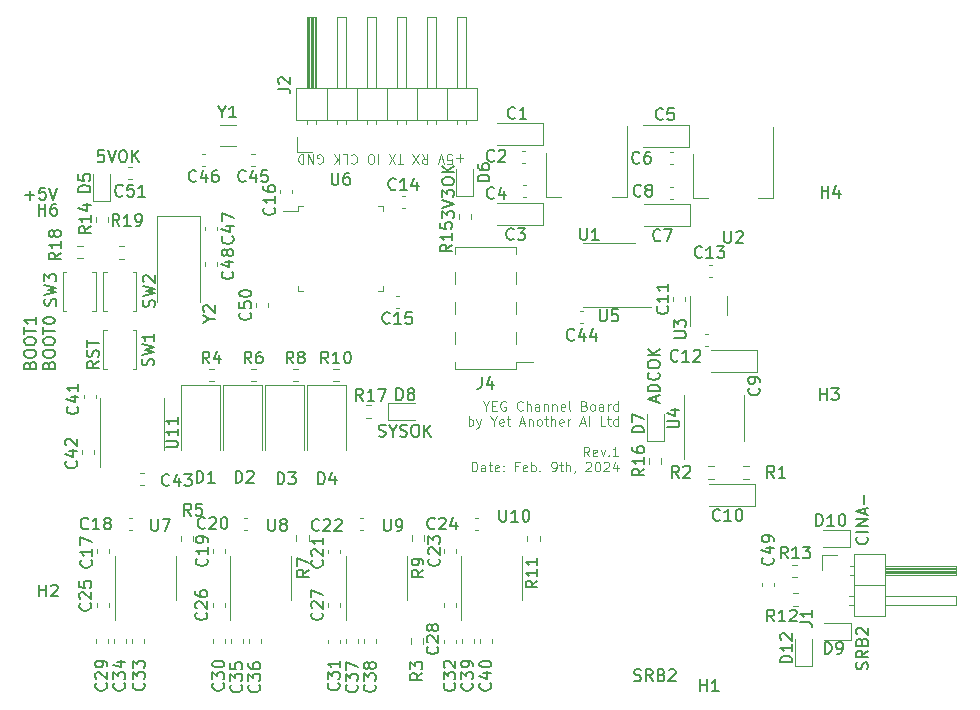
<source format=gbr>
%TF.GenerationSoftware,KiCad,Pcbnew,7.0.9*%
%TF.CreationDate,2024-02-09T01:39:57+08:00*%
%TF.ProjectId,yeg-channel,7965672d-6368-4616-9e6e-656c2e6b6963,rev?*%
%TF.SameCoordinates,Original*%
%TF.FileFunction,Legend,Top*%
%TF.FilePolarity,Positive*%
%FSLAX46Y46*%
G04 Gerber Fmt 4.6, Leading zero omitted, Abs format (unit mm)*
G04 Created by KiCad (PCBNEW 7.0.9) date 2024-02-09 01:39:57*
%MOMM*%
%LPD*%
G01*
G04 APERTURE LIST*
%ADD10C,0.150000*%
%ADD11C,0.080010*%
%ADD12C,0.120000*%
G04 APERTURE END LIST*
D10*
X112995104Y-62597969D02*
X112995104Y-62121779D01*
X113280819Y-62693207D02*
X112280819Y-62359874D01*
X112280819Y-62359874D02*
X113280819Y-62026541D01*
X113280819Y-61693207D02*
X112280819Y-61693207D01*
X112280819Y-61693207D02*
X112280819Y-61455112D01*
X112280819Y-61455112D02*
X112328438Y-61312255D01*
X112328438Y-61312255D02*
X112423676Y-61217017D01*
X112423676Y-61217017D02*
X112518914Y-61169398D01*
X112518914Y-61169398D02*
X112709390Y-61121779D01*
X112709390Y-61121779D02*
X112852247Y-61121779D01*
X112852247Y-61121779D02*
X113042723Y-61169398D01*
X113042723Y-61169398D02*
X113137961Y-61217017D01*
X113137961Y-61217017D02*
X113233200Y-61312255D01*
X113233200Y-61312255D02*
X113280819Y-61455112D01*
X113280819Y-61455112D02*
X113280819Y-61693207D01*
X113185580Y-60121779D02*
X113233200Y-60169398D01*
X113233200Y-60169398D02*
X113280819Y-60312255D01*
X113280819Y-60312255D02*
X113280819Y-60407493D01*
X113280819Y-60407493D02*
X113233200Y-60550350D01*
X113233200Y-60550350D02*
X113137961Y-60645588D01*
X113137961Y-60645588D02*
X113042723Y-60693207D01*
X113042723Y-60693207D02*
X112852247Y-60740826D01*
X112852247Y-60740826D02*
X112709390Y-60740826D01*
X112709390Y-60740826D02*
X112518914Y-60693207D01*
X112518914Y-60693207D02*
X112423676Y-60645588D01*
X112423676Y-60645588D02*
X112328438Y-60550350D01*
X112328438Y-60550350D02*
X112280819Y-60407493D01*
X112280819Y-60407493D02*
X112280819Y-60312255D01*
X112280819Y-60312255D02*
X112328438Y-60169398D01*
X112328438Y-60169398D02*
X112376057Y-60121779D01*
X112280819Y-59502731D02*
X112280819Y-59312255D01*
X112280819Y-59312255D02*
X112328438Y-59217017D01*
X112328438Y-59217017D02*
X112423676Y-59121779D01*
X112423676Y-59121779D02*
X112614152Y-59074160D01*
X112614152Y-59074160D02*
X112947485Y-59074160D01*
X112947485Y-59074160D02*
X113137961Y-59121779D01*
X113137961Y-59121779D02*
X113233200Y-59217017D01*
X113233200Y-59217017D02*
X113280819Y-59312255D01*
X113280819Y-59312255D02*
X113280819Y-59502731D01*
X113280819Y-59502731D02*
X113233200Y-59597969D01*
X113233200Y-59597969D02*
X113137961Y-59693207D01*
X113137961Y-59693207D02*
X112947485Y-59740826D01*
X112947485Y-59740826D02*
X112614152Y-59740826D01*
X112614152Y-59740826D02*
X112423676Y-59693207D01*
X112423676Y-59693207D02*
X112328438Y-59597969D01*
X112328438Y-59597969D02*
X112280819Y-59502731D01*
X113280819Y-58645588D02*
X112280819Y-58645588D01*
X113280819Y-58074160D02*
X112709390Y-58502731D01*
X112280819Y-58074160D02*
X112852247Y-58645588D01*
X111122030Y-86182200D02*
X111264887Y-86229819D01*
X111264887Y-86229819D02*
X111502982Y-86229819D01*
X111502982Y-86229819D02*
X111598220Y-86182200D01*
X111598220Y-86182200D02*
X111645839Y-86134580D01*
X111645839Y-86134580D02*
X111693458Y-86039342D01*
X111693458Y-86039342D02*
X111693458Y-85944104D01*
X111693458Y-85944104D02*
X111645839Y-85848866D01*
X111645839Y-85848866D02*
X111598220Y-85801247D01*
X111598220Y-85801247D02*
X111502982Y-85753628D01*
X111502982Y-85753628D02*
X111312506Y-85706009D01*
X111312506Y-85706009D02*
X111217268Y-85658390D01*
X111217268Y-85658390D02*
X111169649Y-85610771D01*
X111169649Y-85610771D02*
X111122030Y-85515533D01*
X111122030Y-85515533D02*
X111122030Y-85420295D01*
X111122030Y-85420295D02*
X111169649Y-85325057D01*
X111169649Y-85325057D02*
X111217268Y-85277438D01*
X111217268Y-85277438D02*
X111312506Y-85229819D01*
X111312506Y-85229819D02*
X111550601Y-85229819D01*
X111550601Y-85229819D02*
X111693458Y-85277438D01*
X112693458Y-86229819D02*
X112360125Y-85753628D01*
X112122030Y-86229819D02*
X112122030Y-85229819D01*
X112122030Y-85229819D02*
X112502982Y-85229819D01*
X112502982Y-85229819D02*
X112598220Y-85277438D01*
X112598220Y-85277438D02*
X112645839Y-85325057D01*
X112645839Y-85325057D02*
X112693458Y-85420295D01*
X112693458Y-85420295D02*
X112693458Y-85563152D01*
X112693458Y-85563152D02*
X112645839Y-85658390D01*
X112645839Y-85658390D02*
X112598220Y-85706009D01*
X112598220Y-85706009D02*
X112502982Y-85753628D01*
X112502982Y-85753628D02*
X112122030Y-85753628D01*
X113455363Y-85706009D02*
X113598220Y-85753628D01*
X113598220Y-85753628D02*
X113645839Y-85801247D01*
X113645839Y-85801247D02*
X113693458Y-85896485D01*
X113693458Y-85896485D02*
X113693458Y-86039342D01*
X113693458Y-86039342D02*
X113645839Y-86134580D01*
X113645839Y-86134580D02*
X113598220Y-86182200D01*
X113598220Y-86182200D02*
X113502982Y-86229819D01*
X113502982Y-86229819D02*
X113122030Y-86229819D01*
X113122030Y-86229819D02*
X113122030Y-85229819D01*
X113122030Y-85229819D02*
X113455363Y-85229819D01*
X113455363Y-85229819D02*
X113550601Y-85277438D01*
X113550601Y-85277438D02*
X113598220Y-85325057D01*
X113598220Y-85325057D02*
X113645839Y-85420295D01*
X113645839Y-85420295D02*
X113645839Y-85515533D01*
X113645839Y-85515533D02*
X113598220Y-85610771D01*
X113598220Y-85610771D02*
X113550601Y-85658390D01*
X113550601Y-85658390D02*
X113455363Y-85706009D01*
X113455363Y-85706009D02*
X113122030Y-85706009D01*
X114074411Y-85325057D02*
X114122030Y-85277438D01*
X114122030Y-85277438D02*
X114217268Y-85229819D01*
X114217268Y-85229819D02*
X114455363Y-85229819D01*
X114455363Y-85229819D02*
X114550601Y-85277438D01*
X114550601Y-85277438D02*
X114598220Y-85325057D01*
X114598220Y-85325057D02*
X114645839Y-85420295D01*
X114645839Y-85420295D02*
X114645839Y-85515533D01*
X114645839Y-85515533D02*
X114598220Y-85658390D01*
X114598220Y-85658390D02*
X114026792Y-86229819D01*
X114026792Y-86229819D02*
X114645839Y-86229819D01*
X66227458Y-41287819D02*
X65751268Y-41287819D01*
X65751268Y-41287819D02*
X65703649Y-41764009D01*
X65703649Y-41764009D02*
X65751268Y-41716390D01*
X65751268Y-41716390D02*
X65846506Y-41668771D01*
X65846506Y-41668771D02*
X66084601Y-41668771D01*
X66084601Y-41668771D02*
X66179839Y-41716390D01*
X66179839Y-41716390D02*
X66227458Y-41764009D01*
X66227458Y-41764009D02*
X66275077Y-41859247D01*
X66275077Y-41859247D02*
X66275077Y-42097342D01*
X66275077Y-42097342D02*
X66227458Y-42192580D01*
X66227458Y-42192580D02*
X66179839Y-42240200D01*
X66179839Y-42240200D02*
X66084601Y-42287819D01*
X66084601Y-42287819D02*
X65846506Y-42287819D01*
X65846506Y-42287819D02*
X65751268Y-42240200D01*
X65751268Y-42240200D02*
X65703649Y-42192580D01*
X66560792Y-41287819D02*
X66894125Y-42287819D01*
X66894125Y-42287819D02*
X67227458Y-41287819D01*
X67751268Y-41287819D02*
X67941744Y-41287819D01*
X67941744Y-41287819D02*
X68036982Y-41335438D01*
X68036982Y-41335438D02*
X68132220Y-41430676D01*
X68132220Y-41430676D02*
X68179839Y-41621152D01*
X68179839Y-41621152D02*
X68179839Y-41954485D01*
X68179839Y-41954485D02*
X68132220Y-42144961D01*
X68132220Y-42144961D02*
X68036982Y-42240200D01*
X68036982Y-42240200D02*
X67941744Y-42287819D01*
X67941744Y-42287819D02*
X67751268Y-42287819D01*
X67751268Y-42287819D02*
X67656030Y-42240200D01*
X67656030Y-42240200D02*
X67560792Y-42144961D01*
X67560792Y-42144961D02*
X67513173Y-41954485D01*
X67513173Y-41954485D02*
X67513173Y-41621152D01*
X67513173Y-41621152D02*
X67560792Y-41430676D01*
X67560792Y-41430676D02*
X67656030Y-41335438D01*
X67656030Y-41335438D02*
X67751268Y-41287819D01*
X68608411Y-42287819D02*
X68608411Y-41287819D01*
X69179839Y-42287819D02*
X68751268Y-41716390D01*
X69179839Y-41287819D02*
X68608411Y-41859247D01*
X59575792Y-45081866D02*
X60337697Y-45081866D01*
X59956744Y-45462819D02*
X59956744Y-44700914D01*
X61290077Y-44462819D02*
X60813887Y-44462819D01*
X60813887Y-44462819D02*
X60766268Y-44939009D01*
X60766268Y-44939009D02*
X60813887Y-44891390D01*
X60813887Y-44891390D02*
X60909125Y-44843771D01*
X60909125Y-44843771D02*
X61147220Y-44843771D01*
X61147220Y-44843771D02*
X61242458Y-44891390D01*
X61242458Y-44891390D02*
X61290077Y-44939009D01*
X61290077Y-44939009D02*
X61337696Y-45034247D01*
X61337696Y-45034247D02*
X61337696Y-45272342D01*
X61337696Y-45272342D02*
X61290077Y-45367580D01*
X61290077Y-45367580D02*
X61242458Y-45415200D01*
X61242458Y-45415200D02*
X61147220Y-45462819D01*
X61147220Y-45462819D02*
X60909125Y-45462819D01*
X60909125Y-45462819D02*
X60813887Y-45415200D01*
X60813887Y-45415200D02*
X60766268Y-45367580D01*
X61623411Y-44462819D02*
X61956744Y-45462819D01*
X61956744Y-45462819D02*
X62290077Y-44462819D01*
D11*
X98575562Y-62944278D02*
X98575562Y-63325278D01*
X98308862Y-62525178D02*
X98575562Y-62944278D01*
X98575562Y-62944278D02*
X98842262Y-62525178D01*
X99108962Y-62906178D02*
X99375662Y-62906178D01*
X99489962Y-63325278D02*
X99108962Y-63325278D01*
X99108962Y-63325278D02*
X99108962Y-62525178D01*
X99108962Y-62525178D02*
X99489962Y-62525178D01*
X100251962Y-62563278D02*
X100175762Y-62525178D01*
X100175762Y-62525178D02*
X100061462Y-62525178D01*
X100061462Y-62525178D02*
X99947162Y-62563278D01*
X99947162Y-62563278D02*
X99870962Y-62639478D01*
X99870962Y-62639478D02*
X99832862Y-62715678D01*
X99832862Y-62715678D02*
X99794762Y-62868078D01*
X99794762Y-62868078D02*
X99794762Y-62982378D01*
X99794762Y-62982378D02*
X99832862Y-63134778D01*
X99832862Y-63134778D02*
X99870962Y-63210978D01*
X99870962Y-63210978D02*
X99947162Y-63287178D01*
X99947162Y-63287178D02*
X100061462Y-63325278D01*
X100061462Y-63325278D02*
X100137662Y-63325278D01*
X100137662Y-63325278D02*
X100251962Y-63287178D01*
X100251962Y-63287178D02*
X100290062Y-63249078D01*
X100290062Y-63249078D02*
X100290062Y-62982378D01*
X100290062Y-62982378D02*
X100137662Y-62982378D01*
X101699762Y-63249078D02*
X101661662Y-63287178D01*
X101661662Y-63287178D02*
X101547362Y-63325278D01*
X101547362Y-63325278D02*
X101471162Y-63325278D01*
X101471162Y-63325278D02*
X101356862Y-63287178D01*
X101356862Y-63287178D02*
X101280662Y-63210978D01*
X101280662Y-63210978D02*
X101242562Y-63134778D01*
X101242562Y-63134778D02*
X101204462Y-62982378D01*
X101204462Y-62982378D02*
X101204462Y-62868078D01*
X101204462Y-62868078D02*
X101242562Y-62715678D01*
X101242562Y-62715678D02*
X101280662Y-62639478D01*
X101280662Y-62639478D02*
X101356862Y-62563278D01*
X101356862Y-62563278D02*
X101471162Y-62525178D01*
X101471162Y-62525178D02*
X101547362Y-62525178D01*
X101547362Y-62525178D02*
X101661662Y-62563278D01*
X101661662Y-62563278D02*
X101699762Y-62601378D01*
X102042662Y-63325278D02*
X102042662Y-62525178D01*
X102385562Y-63325278D02*
X102385562Y-62906178D01*
X102385562Y-62906178D02*
X102347462Y-62829978D01*
X102347462Y-62829978D02*
X102271262Y-62791878D01*
X102271262Y-62791878D02*
X102156962Y-62791878D01*
X102156962Y-62791878D02*
X102080762Y-62829978D01*
X102080762Y-62829978D02*
X102042662Y-62868078D01*
X103109462Y-63325278D02*
X103109462Y-62906178D01*
X103109462Y-62906178D02*
X103071362Y-62829978D01*
X103071362Y-62829978D02*
X102995162Y-62791878D01*
X102995162Y-62791878D02*
X102842762Y-62791878D01*
X102842762Y-62791878D02*
X102766562Y-62829978D01*
X103109462Y-63287178D02*
X103033262Y-63325278D01*
X103033262Y-63325278D02*
X102842762Y-63325278D01*
X102842762Y-63325278D02*
X102766562Y-63287178D01*
X102766562Y-63287178D02*
X102728462Y-63210978D01*
X102728462Y-63210978D02*
X102728462Y-63134778D01*
X102728462Y-63134778D02*
X102766562Y-63058578D01*
X102766562Y-63058578D02*
X102842762Y-63020478D01*
X102842762Y-63020478D02*
X103033262Y-63020478D01*
X103033262Y-63020478D02*
X103109462Y-62982378D01*
X103490462Y-62791878D02*
X103490462Y-63325278D01*
X103490462Y-62868078D02*
X103528562Y-62829978D01*
X103528562Y-62829978D02*
X103604762Y-62791878D01*
X103604762Y-62791878D02*
X103719062Y-62791878D01*
X103719062Y-62791878D02*
X103795262Y-62829978D01*
X103795262Y-62829978D02*
X103833362Y-62906178D01*
X103833362Y-62906178D02*
X103833362Y-63325278D01*
X104214362Y-62791878D02*
X104214362Y-63325278D01*
X104214362Y-62868078D02*
X104252462Y-62829978D01*
X104252462Y-62829978D02*
X104328662Y-62791878D01*
X104328662Y-62791878D02*
X104442962Y-62791878D01*
X104442962Y-62791878D02*
X104519162Y-62829978D01*
X104519162Y-62829978D02*
X104557262Y-62906178D01*
X104557262Y-62906178D02*
X104557262Y-63325278D01*
X105243062Y-63287178D02*
X105166862Y-63325278D01*
X105166862Y-63325278D02*
X105014462Y-63325278D01*
X105014462Y-63325278D02*
X104938262Y-63287178D01*
X104938262Y-63287178D02*
X104900162Y-63210978D01*
X104900162Y-63210978D02*
X104900162Y-62906178D01*
X104900162Y-62906178D02*
X104938262Y-62829978D01*
X104938262Y-62829978D02*
X105014462Y-62791878D01*
X105014462Y-62791878D02*
X105166862Y-62791878D01*
X105166862Y-62791878D02*
X105243062Y-62829978D01*
X105243062Y-62829978D02*
X105281162Y-62906178D01*
X105281162Y-62906178D02*
X105281162Y-62982378D01*
X105281162Y-62982378D02*
X104900162Y-63058578D01*
X105738362Y-63325278D02*
X105662162Y-63287178D01*
X105662162Y-63287178D02*
X105624062Y-63210978D01*
X105624062Y-63210978D02*
X105624062Y-62525178D01*
X106919462Y-62906178D02*
X107033762Y-62944278D01*
X107033762Y-62944278D02*
X107071862Y-62982378D01*
X107071862Y-62982378D02*
X107109962Y-63058578D01*
X107109962Y-63058578D02*
X107109962Y-63172878D01*
X107109962Y-63172878D02*
X107071862Y-63249078D01*
X107071862Y-63249078D02*
X107033762Y-63287178D01*
X107033762Y-63287178D02*
X106957562Y-63325278D01*
X106957562Y-63325278D02*
X106652762Y-63325278D01*
X106652762Y-63325278D02*
X106652762Y-62525178D01*
X106652762Y-62525178D02*
X106919462Y-62525178D01*
X106919462Y-62525178D02*
X106995662Y-62563278D01*
X106995662Y-62563278D02*
X107033762Y-62601378D01*
X107033762Y-62601378D02*
X107071862Y-62677578D01*
X107071862Y-62677578D02*
X107071862Y-62753778D01*
X107071862Y-62753778D02*
X107033762Y-62829978D01*
X107033762Y-62829978D02*
X106995662Y-62868078D01*
X106995662Y-62868078D02*
X106919462Y-62906178D01*
X106919462Y-62906178D02*
X106652762Y-62906178D01*
X107567162Y-63325278D02*
X107490962Y-63287178D01*
X107490962Y-63287178D02*
X107452862Y-63249078D01*
X107452862Y-63249078D02*
X107414762Y-63172878D01*
X107414762Y-63172878D02*
X107414762Y-62944278D01*
X107414762Y-62944278D02*
X107452862Y-62868078D01*
X107452862Y-62868078D02*
X107490962Y-62829978D01*
X107490962Y-62829978D02*
X107567162Y-62791878D01*
X107567162Y-62791878D02*
X107681462Y-62791878D01*
X107681462Y-62791878D02*
X107757662Y-62829978D01*
X107757662Y-62829978D02*
X107795762Y-62868078D01*
X107795762Y-62868078D02*
X107833862Y-62944278D01*
X107833862Y-62944278D02*
X107833862Y-63172878D01*
X107833862Y-63172878D02*
X107795762Y-63249078D01*
X107795762Y-63249078D02*
X107757662Y-63287178D01*
X107757662Y-63287178D02*
X107681462Y-63325278D01*
X107681462Y-63325278D02*
X107567162Y-63325278D01*
X108519662Y-63325278D02*
X108519662Y-62906178D01*
X108519662Y-62906178D02*
X108481562Y-62829978D01*
X108481562Y-62829978D02*
X108405362Y-62791878D01*
X108405362Y-62791878D02*
X108252962Y-62791878D01*
X108252962Y-62791878D02*
X108176762Y-62829978D01*
X108519662Y-63287178D02*
X108443462Y-63325278D01*
X108443462Y-63325278D02*
X108252962Y-63325278D01*
X108252962Y-63325278D02*
X108176762Y-63287178D01*
X108176762Y-63287178D02*
X108138662Y-63210978D01*
X108138662Y-63210978D02*
X108138662Y-63134778D01*
X108138662Y-63134778D02*
X108176762Y-63058578D01*
X108176762Y-63058578D02*
X108252962Y-63020478D01*
X108252962Y-63020478D02*
X108443462Y-63020478D01*
X108443462Y-63020478D02*
X108519662Y-62982378D01*
X108900662Y-63325278D02*
X108900662Y-62791878D01*
X108900662Y-62944278D02*
X108938762Y-62868078D01*
X108938762Y-62868078D02*
X108976862Y-62829978D01*
X108976862Y-62829978D02*
X109053062Y-62791878D01*
X109053062Y-62791878D02*
X109129262Y-62791878D01*
X109738862Y-63325278D02*
X109738862Y-62525178D01*
X109738862Y-63287178D02*
X109662662Y-63325278D01*
X109662662Y-63325278D02*
X109510262Y-63325278D01*
X109510262Y-63325278D02*
X109434062Y-63287178D01*
X109434062Y-63287178D02*
X109395962Y-63249078D01*
X109395962Y-63249078D02*
X109357862Y-63172878D01*
X109357862Y-63172878D02*
X109357862Y-62944278D01*
X109357862Y-62944278D02*
X109395962Y-62868078D01*
X109395962Y-62868078D02*
X109434062Y-62829978D01*
X109434062Y-62829978D02*
X109510262Y-62791878D01*
X109510262Y-62791878D02*
X109662662Y-62791878D01*
X109662662Y-62791878D02*
X109738862Y-62829978D01*
X97127762Y-64613439D02*
X97127762Y-63813339D01*
X97127762Y-64118139D02*
X97203962Y-64080039D01*
X97203962Y-64080039D02*
X97356362Y-64080039D01*
X97356362Y-64080039D02*
X97432562Y-64118139D01*
X97432562Y-64118139D02*
X97470662Y-64156239D01*
X97470662Y-64156239D02*
X97508762Y-64232439D01*
X97508762Y-64232439D02*
X97508762Y-64461039D01*
X97508762Y-64461039D02*
X97470662Y-64537239D01*
X97470662Y-64537239D02*
X97432562Y-64575339D01*
X97432562Y-64575339D02*
X97356362Y-64613439D01*
X97356362Y-64613439D02*
X97203962Y-64613439D01*
X97203962Y-64613439D02*
X97127762Y-64575339D01*
X97775462Y-64080039D02*
X97965962Y-64613439D01*
X98156462Y-64080039D02*
X97965962Y-64613439D01*
X97965962Y-64613439D02*
X97889762Y-64803939D01*
X97889762Y-64803939D02*
X97851662Y-64842039D01*
X97851662Y-64842039D02*
X97775462Y-64880139D01*
X99223262Y-64232439D02*
X99223262Y-64613439D01*
X98956562Y-63813339D02*
X99223262Y-64232439D01*
X99223262Y-64232439D02*
X99489962Y-63813339D01*
X100061462Y-64575339D02*
X99985262Y-64613439D01*
X99985262Y-64613439D02*
X99832862Y-64613439D01*
X99832862Y-64613439D02*
X99756662Y-64575339D01*
X99756662Y-64575339D02*
X99718562Y-64499139D01*
X99718562Y-64499139D02*
X99718562Y-64194339D01*
X99718562Y-64194339D02*
X99756662Y-64118139D01*
X99756662Y-64118139D02*
X99832862Y-64080039D01*
X99832862Y-64080039D02*
X99985262Y-64080039D01*
X99985262Y-64080039D02*
X100061462Y-64118139D01*
X100061462Y-64118139D02*
X100099562Y-64194339D01*
X100099562Y-64194339D02*
X100099562Y-64270539D01*
X100099562Y-64270539D02*
X99718562Y-64346739D01*
X100328162Y-64080039D02*
X100632962Y-64080039D01*
X100442462Y-63813339D02*
X100442462Y-64499139D01*
X100442462Y-64499139D02*
X100480562Y-64575339D01*
X100480562Y-64575339D02*
X100556762Y-64613439D01*
X100556762Y-64613439D02*
X100632962Y-64613439D01*
X101471162Y-64384839D02*
X101852162Y-64384839D01*
X101394962Y-64613439D02*
X101661662Y-63813339D01*
X101661662Y-63813339D02*
X101928362Y-64613439D01*
X102195062Y-64080039D02*
X102195062Y-64613439D01*
X102195062Y-64156239D02*
X102233162Y-64118139D01*
X102233162Y-64118139D02*
X102309362Y-64080039D01*
X102309362Y-64080039D02*
X102423662Y-64080039D01*
X102423662Y-64080039D02*
X102499862Y-64118139D01*
X102499862Y-64118139D02*
X102537962Y-64194339D01*
X102537962Y-64194339D02*
X102537962Y-64613439D01*
X103033262Y-64613439D02*
X102957062Y-64575339D01*
X102957062Y-64575339D02*
X102918962Y-64537239D01*
X102918962Y-64537239D02*
X102880862Y-64461039D01*
X102880862Y-64461039D02*
X102880862Y-64232439D01*
X102880862Y-64232439D02*
X102918962Y-64156239D01*
X102918962Y-64156239D02*
X102957062Y-64118139D01*
X102957062Y-64118139D02*
X103033262Y-64080039D01*
X103033262Y-64080039D02*
X103147562Y-64080039D01*
X103147562Y-64080039D02*
X103223762Y-64118139D01*
X103223762Y-64118139D02*
X103261862Y-64156239D01*
X103261862Y-64156239D02*
X103299962Y-64232439D01*
X103299962Y-64232439D02*
X103299962Y-64461039D01*
X103299962Y-64461039D02*
X103261862Y-64537239D01*
X103261862Y-64537239D02*
X103223762Y-64575339D01*
X103223762Y-64575339D02*
X103147562Y-64613439D01*
X103147562Y-64613439D02*
X103033262Y-64613439D01*
X103528562Y-64080039D02*
X103833362Y-64080039D01*
X103642862Y-63813339D02*
X103642862Y-64499139D01*
X103642862Y-64499139D02*
X103680962Y-64575339D01*
X103680962Y-64575339D02*
X103757162Y-64613439D01*
X103757162Y-64613439D02*
X103833362Y-64613439D01*
X104100062Y-64613439D02*
X104100062Y-63813339D01*
X104442962Y-64613439D02*
X104442962Y-64194339D01*
X104442962Y-64194339D02*
X104404862Y-64118139D01*
X104404862Y-64118139D02*
X104328662Y-64080039D01*
X104328662Y-64080039D02*
X104214362Y-64080039D01*
X104214362Y-64080039D02*
X104138162Y-64118139D01*
X104138162Y-64118139D02*
X104100062Y-64156239D01*
X105128762Y-64575339D02*
X105052562Y-64613439D01*
X105052562Y-64613439D02*
X104900162Y-64613439D01*
X104900162Y-64613439D02*
X104823962Y-64575339D01*
X104823962Y-64575339D02*
X104785862Y-64499139D01*
X104785862Y-64499139D02*
X104785862Y-64194339D01*
X104785862Y-64194339D02*
X104823962Y-64118139D01*
X104823962Y-64118139D02*
X104900162Y-64080039D01*
X104900162Y-64080039D02*
X105052562Y-64080039D01*
X105052562Y-64080039D02*
X105128762Y-64118139D01*
X105128762Y-64118139D02*
X105166862Y-64194339D01*
X105166862Y-64194339D02*
X105166862Y-64270539D01*
X105166862Y-64270539D02*
X104785862Y-64346739D01*
X105509762Y-64613439D02*
X105509762Y-64080039D01*
X105509762Y-64232439D02*
X105547862Y-64156239D01*
X105547862Y-64156239D02*
X105585962Y-64118139D01*
X105585962Y-64118139D02*
X105662162Y-64080039D01*
X105662162Y-64080039D02*
X105738362Y-64080039D01*
X106576562Y-64384839D02*
X106957562Y-64384839D01*
X106500362Y-64613439D02*
X106767062Y-63813339D01*
X106767062Y-63813339D02*
X107033762Y-64613439D01*
X107300462Y-64613439D02*
X107300462Y-63813339D01*
X108672062Y-64613439D02*
X108291062Y-64613439D01*
X108291062Y-64613439D02*
X108291062Y-63813339D01*
X108824462Y-64080039D02*
X109129262Y-64080039D01*
X108938762Y-63813339D02*
X108938762Y-64499139D01*
X108938762Y-64499139D02*
X108976862Y-64575339D01*
X108976862Y-64575339D02*
X109053062Y-64613439D01*
X109053062Y-64613439D02*
X109129262Y-64613439D01*
X109738862Y-64613439D02*
X109738862Y-63813339D01*
X109738862Y-64575339D02*
X109662662Y-64613439D01*
X109662662Y-64613439D02*
X109510262Y-64613439D01*
X109510262Y-64613439D02*
X109434062Y-64575339D01*
X109434062Y-64575339D02*
X109395962Y-64537239D01*
X109395962Y-64537239D02*
X109357862Y-64461039D01*
X109357862Y-64461039D02*
X109357862Y-64232439D01*
X109357862Y-64232439D02*
X109395962Y-64156239D01*
X109395962Y-64156239D02*
X109434062Y-64118139D01*
X109434062Y-64118139D02*
X109510262Y-64080039D01*
X109510262Y-64080039D02*
X109662662Y-64080039D01*
X109662662Y-64080039D02*
X109738862Y-64118139D01*
X107338562Y-67189761D02*
X107071862Y-66808761D01*
X106881362Y-67189761D02*
X106881362Y-66389661D01*
X106881362Y-66389661D02*
X107186162Y-66389661D01*
X107186162Y-66389661D02*
X107262362Y-66427761D01*
X107262362Y-66427761D02*
X107300462Y-66465861D01*
X107300462Y-66465861D02*
X107338562Y-66542061D01*
X107338562Y-66542061D02*
X107338562Y-66656361D01*
X107338562Y-66656361D02*
X107300462Y-66732561D01*
X107300462Y-66732561D02*
X107262362Y-66770661D01*
X107262362Y-66770661D02*
X107186162Y-66808761D01*
X107186162Y-66808761D02*
X106881362Y-66808761D01*
X107986262Y-67151661D02*
X107910062Y-67189761D01*
X107910062Y-67189761D02*
X107757662Y-67189761D01*
X107757662Y-67189761D02*
X107681462Y-67151661D01*
X107681462Y-67151661D02*
X107643362Y-67075461D01*
X107643362Y-67075461D02*
X107643362Y-66770661D01*
X107643362Y-66770661D02*
X107681462Y-66694461D01*
X107681462Y-66694461D02*
X107757662Y-66656361D01*
X107757662Y-66656361D02*
X107910062Y-66656361D01*
X107910062Y-66656361D02*
X107986262Y-66694461D01*
X107986262Y-66694461D02*
X108024362Y-66770661D01*
X108024362Y-66770661D02*
X108024362Y-66846861D01*
X108024362Y-66846861D02*
X107643362Y-66923061D01*
X108291062Y-66656361D02*
X108481562Y-67189761D01*
X108481562Y-67189761D02*
X108672062Y-66656361D01*
X108976862Y-67113561D02*
X109014962Y-67151661D01*
X109014962Y-67151661D02*
X108976862Y-67189761D01*
X108976862Y-67189761D02*
X108938762Y-67151661D01*
X108938762Y-67151661D02*
X108976862Y-67113561D01*
X108976862Y-67113561D02*
X108976862Y-67189761D01*
X109776962Y-67189761D02*
X109319762Y-67189761D01*
X109548362Y-67189761D02*
X109548362Y-66389661D01*
X109548362Y-66389661D02*
X109472162Y-66503961D01*
X109472162Y-66503961D02*
X109395962Y-66580161D01*
X109395962Y-66580161D02*
X109319762Y-66618261D01*
X97394462Y-68477922D02*
X97394462Y-67677822D01*
X97394462Y-67677822D02*
X97584962Y-67677822D01*
X97584962Y-67677822D02*
X97699262Y-67715922D01*
X97699262Y-67715922D02*
X97775462Y-67792122D01*
X97775462Y-67792122D02*
X97813562Y-67868322D01*
X97813562Y-67868322D02*
X97851662Y-68020722D01*
X97851662Y-68020722D02*
X97851662Y-68135022D01*
X97851662Y-68135022D02*
X97813562Y-68287422D01*
X97813562Y-68287422D02*
X97775462Y-68363622D01*
X97775462Y-68363622D02*
X97699262Y-68439822D01*
X97699262Y-68439822D02*
X97584962Y-68477922D01*
X97584962Y-68477922D02*
X97394462Y-68477922D01*
X98537462Y-68477922D02*
X98537462Y-68058822D01*
X98537462Y-68058822D02*
X98499362Y-67982622D01*
X98499362Y-67982622D02*
X98423162Y-67944522D01*
X98423162Y-67944522D02*
X98270762Y-67944522D01*
X98270762Y-67944522D02*
X98194562Y-67982622D01*
X98537462Y-68439822D02*
X98461262Y-68477922D01*
X98461262Y-68477922D02*
X98270762Y-68477922D01*
X98270762Y-68477922D02*
X98194562Y-68439822D01*
X98194562Y-68439822D02*
X98156462Y-68363622D01*
X98156462Y-68363622D02*
X98156462Y-68287422D01*
X98156462Y-68287422D02*
X98194562Y-68211222D01*
X98194562Y-68211222D02*
X98270762Y-68173122D01*
X98270762Y-68173122D02*
X98461262Y-68173122D01*
X98461262Y-68173122D02*
X98537462Y-68135022D01*
X98804162Y-67944522D02*
X99108962Y-67944522D01*
X98918462Y-67677822D02*
X98918462Y-68363622D01*
X98918462Y-68363622D02*
X98956562Y-68439822D01*
X98956562Y-68439822D02*
X99032762Y-68477922D01*
X99032762Y-68477922D02*
X99108962Y-68477922D01*
X99680462Y-68439822D02*
X99604262Y-68477922D01*
X99604262Y-68477922D02*
X99451862Y-68477922D01*
X99451862Y-68477922D02*
X99375662Y-68439822D01*
X99375662Y-68439822D02*
X99337562Y-68363622D01*
X99337562Y-68363622D02*
X99337562Y-68058822D01*
X99337562Y-68058822D02*
X99375662Y-67982622D01*
X99375662Y-67982622D02*
X99451862Y-67944522D01*
X99451862Y-67944522D02*
X99604262Y-67944522D01*
X99604262Y-67944522D02*
X99680462Y-67982622D01*
X99680462Y-67982622D02*
X99718562Y-68058822D01*
X99718562Y-68058822D02*
X99718562Y-68135022D01*
X99718562Y-68135022D02*
X99337562Y-68211222D01*
X100061462Y-68401722D02*
X100099562Y-68439822D01*
X100099562Y-68439822D02*
X100061462Y-68477922D01*
X100061462Y-68477922D02*
X100023362Y-68439822D01*
X100023362Y-68439822D02*
X100061462Y-68401722D01*
X100061462Y-68401722D02*
X100061462Y-68477922D01*
X100061462Y-67982622D02*
X100099562Y-68020722D01*
X100099562Y-68020722D02*
X100061462Y-68058822D01*
X100061462Y-68058822D02*
X100023362Y-68020722D01*
X100023362Y-68020722D02*
X100061462Y-67982622D01*
X100061462Y-67982622D02*
X100061462Y-68058822D01*
X101318762Y-68058822D02*
X101052062Y-68058822D01*
X101052062Y-68477922D02*
X101052062Y-67677822D01*
X101052062Y-67677822D02*
X101433062Y-67677822D01*
X102042662Y-68439822D02*
X101966462Y-68477922D01*
X101966462Y-68477922D02*
X101814062Y-68477922D01*
X101814062Y-68477922D02*
X101737862Y-68439822D01*
X101737862Y-68439822D02*
X101699762Y-68363622D01*
X101699762Y-68363622D02*
X101699762Y-68058822D01*
X101699762Y-68058822D02*
X101737862Y-67982622D01*
X101737862Y-67982622D02*
X101814062Y-67944522D01*
X101814062Y-67944522D02*
X101966462Y-67944522D01*
X101966462Y-67944522D02*
X102042662Y-67982622D01*
X102042662Y-67982622D02*
X102080762Y-68058822D01*
X102080762Y-68058822D02*
X102080762Y-68135022D01*
X102080762Y-68135022D02*
X101699762Y-68211222D01*
X102423662Y-68477922D02*
X102423662Y-67677822D01*
X102423662Y-67982622D02*
X102499862Y-67944522D01*
X102499862Y-67944522D02*
X102652262Y-67944522D01*
X102652262Y-67944522D02*
X102728462Y-67982622D01*
X102728462Y-67982622D02*
X102766562Y-68020722D01*
X102766562Y-68020722D02*
X102804662Y-68096922D01*
X102804662Y-68096922D02*
X102804662Y-68325522D01*
X102804662Y-68325522D02*
X102766562Y-68401722D01*
X102766562Y-68401722D02*
X102728462Y-68439822D01*
X102728462Y-68439822D02*
X102652262Y-68477922D01*
X102652262Y-68477922D02*
X102499862Y-68477922D01*
X102499862Y-68477922D02*
X102423662Y-68439822D01*
X103147562Y-68401722D02*
X103185662Y-68439822D01*
X103185662Y-68439822D02*
X103147562Y-68477922D01*
X103147562Y-68477922D02*
X103109462Y-68439822D01*
X103109462Y-68439822D02*
X103147562Y-68401722D01*
X103147562Y-68401722D02*
X103147562Y-68477922D01*
X104176262Y-68477922D02*
X104328662Y-68477922D01*
X104328662Y-68477922D02*
X104404862Y-68439822D01*
X104404862Y-68439822D02*
X104442962Y-68401722D01*
X104442962Y-68401722D02*
X104519162Y-68287422D01*
X104519162Y-68287422D02*
X104557262Y-68135022D01*
X104557262Y-68135022D02*
X104557262Y-67830222D01*
X104557262Y-67830222D02*
X104519162Y-67754022D01*
X104519162Y-67754022D02*
X104481062Y-67715922D01*
X104481062Y-67715922D02*
X104404862Y-67677822D01*
X104404862Y-67677822D02*
X104252462Y-67677822D01*
X104252462Y-67677822D02*
X104176262Y-67715922D01*
X104176262Y-67715922D02*
X104138162Y-67754022D01*
X104138162Y-67754022D02*
X104100062Y-67830222D01*
X104100062Y-67830222D02*
X104100062Y-68020722D01*
X104100062Y-68020722D02*
X104138162Y-68096922D01*
X104138162Y-68096922D02*
X104176262Y-68135022D01*
X104176262Y-68135022D02*
X104252462Y-68173122D01*
X104252462Y-68173122D02*
X104404862Y-68173122D01*
X104404862Y-68173122D02*
X104481062Y-68135022D01*
X104481062Y-68135022D02*
X104519162Y-68096922D01*
X104519162Y-68096922D02*
X104557262Y-68020722D01*
X104785862Y-67944522D02*
X105090662Y-67944522D01*
X104900162Y-67677822D02*
X104900162Y-68363622D01*
X104900162Y-68363622D02*
X104938262Y-68439822D01*
X104938262Y-68439822D02*
X105014462Y-68477922D01*
X105014462Y-68477922D02*
X105090662Y-68477922D01*
X105357362Y-68477922D02*
X105357362Y-67677822D01*
X105700262Y-68477922D02*
X105700262Y-68058822D01*
X105700262Y-68058822D02*
X105662162Y-67982622D01*
X105662162Y-67982622D02*
X105585962Y-67944522D01*
X105585962Y-67944522D02*
X105471662Y-67944522D01*
X105471662Y-67944522D02*
X105395462Y-67982622D01*
X105395462Y-67982622D02*
X105357362Y-68020722D01*
X106119362Y-68439822D02*
X106119362Y-68477922D01*
X106119362Y-68477922D02*
X106081262Y-68554122D01*
X106081262Y-68554122D02*
X106043162Y-68592222D01*
X107033762Y-67754022D02*
X107071862Y-67715922D01*
X107071862Y-67715922D02*
X107148062Y-67677822D01*
X107148062Y-67677822D02*
X107338562Y-67677822D01*
X107338562Y-67677822D02*
X107414762Y-67715922D01*
X107414762Y-67715922D02*
X107452862Y-67754022D01*
X107452862Y-67754022D02*
X107490962Y-67830222D01*
X107490962Y-67830222D02*
X107490962Y-67906422D01*
X107490962Y-67906422D02*
X107452862Y-68020722D01*
X107452862Y-68020722D02*
X106995662Y-68477922D01*
X106995662Y-68477922D02*
X107490962Y-68477922D01*
X107986262Y-67677822D02*
X108062462Y-67677822D01*
X108062462Y-67677822D02*
X108138662Y-67715922D01*
X108138662Y-67715922D02*
X108176762Y-67754022D01*
X108176762Y-67754022D02*
X108214862Y-67830222D01*
X108214862Y-67830222D02*
X108252962Y-67982622D01*
X108252962Y-67982622D02*
X108252962Y-68173122D01*
X108252962Y-68173122D02*
X108214862Y-68325522D01*
X108214862Y-68325522D02*
X108176762Y-68401722D01*
X108176762Y-68401722D02*
X108138662Y-68439822D01*
X108138662Y-68439822D02*
X108062462Y-68477922D01*
X108062462Y-68477922D02*
X107986262Y-68477922D01*
X107986262Y-68477922D02*
X107910062Y-68439822D01*
X107910062Y-68439822D02*
X107871962Y-68401722D01*
X107871962Y-68401722D02*
X107833862Y-68325522D01*
X107833862Y-68325522D02*
X107795762Y-68173122D01*
X107795762Y-68173122D02*
X107795762Y-67982622D01*
X107795762Y-67982622D02*
X107833862Y-67830222D01*
X107833862Y-67830222D02*
X107871962Y-67754022D01*
X107871962Y-67754022D02*
X107910062Y-67715922D01*
X107910062Y-67715922D02*
X107986262Y-67677822D01*
X108557762Y-67754022D02*
X108595862Y-67715922D01*
X108595862Y-67715922D02*
X108672062Y-67677822D01*
X108672062Y-67677822D02*
X108862562Y-67677822D01*
X108862562Y-67677822D02*
X108938762Y-67715922D01*
X108938762Y-67715922D02*
X108976862Y-67754022D01*
X108976862Y-67754022D02*
X109014962Y-67830222D01*
X109014962Y-67830222D02*
X109014962Y-67906422D01*
X109014962Y-67906422D02*
X108976862Y-68020722D01*
X108976862Y-68020722D02*
X108519662Y-68477922D01*
X108519662Y-68477922D02*
X109014962Y-68477922D01*
X109700762Y-67944522D02*
X109700762Y-68477922D01*
X109510262Y-67639722D02*
X109319762Y-68211222D01*
X109319762Y-68211222D02*
X109815062Y-68211222D01*
X96657862Y-41935878D02*
X96048262Y-41935878D01*
X96353062Y-41631078D02*
X96353062Y-42240678D01*
X95286262Y-42431178D02*
X95667262Y-42431178D01*
X95667262Y-42431178D02*
X95705362Y-42050178D01*
X95705362Y-42050178D02*
X95667262Y-42088278D01*
X95667262Y-42088278D02*
X95591062Y-42126378D01*
X95591062Y-42126378D02*
X95400562Y-42126378D01*
X95400562Y-42126378D02*
X95324362Y-42088278D01*
X95324362Y-42088278D02*
X95286262Y-42050178D01*
X95286262Y-42050178D02*
X95248162Y-41973978D01*
X95248162Y-41973978D02*
X95248162Y-41783478D01*
X95248162Y-41783478D02*
X95286262Y-41707278D01*
X95286262Y-41707278D02*
X95324362Y-41669178D01*
X95324362Y-41669178D02*
X95400562Y-41631078D01*
X95400562Y-41631078D02*
X95591062Y-41631078D01*
X95591062Y-41631078D02*
X95667262Y-41669178D01*
X95667262Y-41669178D02*
X95705362Y-41707278D01*
X95019562Y-42431178D02*
X94752862Y-41631078D01*
X94752862Y-41631078D02*
X94486162Y-42431178D01*
X93152662Y-41631078D02*
X93419362Y-42012078D01*
X93609862Y-41631078D02*
X93609862Y-42431178D01*
X93609862Y-42431178D02*
X93305062Y-42431178D01*
X93305062Y-42431178D02*
X93228862Y-42393078D01*
X93228862Y-42393078D02*
X93190762Y-42354978D01*
X93190762Y-42354978D02*
X93152662Y-42278778D01*
X93152662Y-42278778D02*
X93152662Y-42164478D01*
X93152662Y-42164478D02*
X93190762Y-42088278D01*
X93190762Y-42088278D02*
X93228862Y-42050178D01*
X93228862Y-42050178D02*
X93305062Y-42012078D01*
X93305062Y-42012078D02*
X93609862Y-42012078D01*
X92885962Y-42431178D02*
X92352562Y-41631078D01*
X92352562Y-42431178D02*
X92885962Y-41631078D01*
X91552462Y-42431178D02*
X91095262Y-42431178D01*
X91323862Y-41631078D02*
X91323862Y-42431178D01*
X90904762Y-42431178D02*
X90371362Y-41631078D01*
X90371362Y-42431178D02*
X90904762Y-41631078D01*
X89456962Y-41631078D02*
X89456962Y-42431178D01*
X88923562Y-42431178D02*
X88771162Y-42431178D01*
X88771162Y-42431178D02*
X88694962Y-42393078D01*
X88694962Y-42393078D02*
X88618762Y-42316878D01*
X88618762Y-42316878D02*
X88580662Y-42164478D01*
X88580662Y-42164478D02*
X88580662Y-41897778D01*
X88580662Y-41897778D02*
X88618762Y-41745378D01*
X88618762Y-41745378D02*
X88694962Y-41669178D01*
X88694962Y-41669178D02*
X88771162Y-41631078D01*
X88771162Y-41631078D02*
X88923562Y-41631078D01*
X88923562Y-41631078D02*
X88999762Y-41669178D01*
X88999762Y-41669178D02*
X89075962Y-41745378D01*
X89075962Y-41745378D02*
X89114062Y-41897778D01*
X89114062Y-41897778D02*
X89114062Y-42164478D01*
X89114062Y-42164478D02*
X89075962Y-42316878D01*
X89075962Y-42316878D02*
X88999762Y-42393078D01*
X88999762Y-42393078D02*
X88923562Y-42431178D01*
X87170962Y-41707278D02*
X87209062Y-41669178D01*
X87209062Y-41669178D02*
X87323362Y-41631078D01*
X87323362Y-41631078D02*
X87399562Y-41631078D01*
X87399562Y-41631078D02*
X87513862Y-41669178D01*
X87513862Y-41669178D02*
X87590062Y-41745378D01*
X87590062Y-41745378D02*
X87628162Y-41821578D01*
X87628162Y-41821578D02*
X87666262Y-41973978D01*
X87666262Y-41973978D02*
X87666262Y-42088278D01*
X87666262Y-42088278D02*
X87628162Y-42240678D01*
X87628162Y-42240678D02*
X87590062Y-42316878D01*
X87590062Y-42316878D02*
X87513862Y-42393078D01*
X87513862Y-42393078D02*
X87399562Y-42431178D01*
X87399562Y-42431178D02*
X87323362Y-42431178D01*
X87323362Y-42431178D02*
X87209062Y-42393078D01*
X87209062Y-42393078D02*
X87170962Y-42354978D01*
X86447062Y-41631078D02*
X86828062Y-41631078D01*
X86828062Y-41631078D02*
X86828062Y-42431178D01*
X86180362Y-41631078D02*
X86180362Y-42431178D01*
X85723162Y-41631078D02*
X86066062Y-42088278D01*
X85723162Y-42431178D02*
X86180362Y-41973978D01*
X84351562Y-42393078D02*
X84427762Y-42431178D01*
X84427762Y-42431178D02*
X84542062Y-42431178D01*
X84542062Y-42431178D02*
X84656362Y-42393078D01*
X84656362Y-42393078D02*
X84732562Y-42316878D01*
X84732562Y-42316878D02*
X84770662Y-42240678D01*
X84770662Y-42240678D02*
X84808762Y-42088278D01*
X84808762Y-42088278D02*
X84808762Y-41973978D01*
X84808762Y-41973978D02*
X84770662Y-41821578D01*
X84770662Y-41821578D02*
X84732562Y-41745378D01*
X84732562Y-41745378D02*
X84656362Y-41669178D01*
X84656362Y-41669178D02*
X84542062Y-41631078D01*
X84542062Y-41631078D02*
X84465862Y-41631078D01*
X84465862Y-41631078D02*
X84351562Y-41669178D01*
X84351562Y-41669178D02*
X84313462Y-41707278D01*
X84313462Y-41707278D02*
X84313462Y-41973978D01*
X84313462Y-41973978D02*
X84465862Y-41973978D01*
X83970562Y-41631078D02*
X83970562Y-42431178D01*
X83970562Y-42431178D02*
X83513362Y-41631078D01*
X83513362Y-41631078D02*
X83513362Y-42431178D01*
X83132362Y-41631078D02*
X83132362Y-42431178D01*
X83132362Y-42431178D02*
X82941862Y-42431178D01*
X82941862Y-42431178D02*
X82827562Y-42393078D01*
X82827562Y-42393078D02*
X82751362Y-42316878D01*
X82751362Y-42316878D02*
X82713262Y-42240678D01*
X82713262Y-42240678D02*
X82675162Y-42088278D01*
X82675162Y-42088278D02*
X82675162Y-41973978D01*
X82675162Y-41973978D02*
X82713262Y-41821578D01*
X82713262Y-41821578D02*
X82751362Y-41745378D01*
X82751362Y-41745378D02*
X82827562Y-41669178D01*
X82827562Y-41669178D02*
X82941862Y-41631078D01*
X82941862Y-41631078D02*
X83132362Y-41631078D01*
D10*
X94881819Y-47056350D02*
X94881819Y-46437303D01*
X94881819Y-46437303D02*
X95262771Y-46770636D01*
X95262771Y-46770636D02*
X95262771Y-46627779D01*
X95262771Y-46627779D02*
X95310390Y-46532541D01*
X95310390Y-46532541D02*
X95358009Y-46484922D01*
X95358009Y-46484922D02*
X95453247Y-46437303D01*
X95453247Y-46437303D02*
X95691342Y-46437303D01*
X95691342Y-46437303D02*
X95786580Y-46484922D01*
X95786580Y-46484922D02*
X95834200Y-46532541D01*
X95834200Y-46532541D02*
X95881819Y-46627779D01*
X95881819Y-46627779D02*
X95881819Y-46913493D01*
X95881819Y-46913493D02*
X95834200Y-47008731D01*
X95834200Y-47008731D02*
X95786580Y-47056350D01*
X94881819Y-46151588D02*
X95881819Y-45818255D01*
X95881819Y-45818255D02*
X94881819Y-45484922D01*
X94881819Y-45246826D02*
X94881819Y-44627779D01*
X94881819Y-44627779D02*
X95262771Y-44961112D01*
X95262771Y-44961112D02*
X95262771Y-44818255D01*
X95262771Y-44818255D02*
X95310390Y-44723017D01*
X95310390Y-44723017D02*
X95358009Y-44675398D01*
X95358009Y-44675398D02*
X95453247Y-44627779D01*
X95453247Y-44627779D02*
X95691342Y-44627779D01*
X95691342Y-44627779D02*
X95786580Y-44675398D01*
X95786580Y-44675398D02*
X95834200Y-44723017D01*
X95834200Y-44723017D02*
X95881819Y-44818255D01*
X95881819Y-44818255D02*
X95881819Y-45103969D01*
X95881819Y-45103969D02*
X95834200Y-45199207D01*
X95834200Y-45199207D02*
X95786580Y-45246826D01*
X94881819Y-44008731D02*
X94881819Y-43818255D01*
X94881819Y-43818255D02*
X94929438Y-43723017D01*
X94929438Y-43723017D02*
X95024676Y-43627779D01*
X95024676Y-43627779D02*
X95215152Y-43580160D01*
X95215152Y-43580160D02*
X95548485Y-43580160D01*
X95548485Y-43580160D02*
X95738961Y-43627779D01*
X95738961Y-43627779D02*
X95834200Y-43723017D01*
X95834200Y-43723017D02*
X95881819Y-43818255D01*
X95881819Y-43818255D02*
X95881819Y-44008731D01*
X95881819Y-44008731D02*
X95834200Y-44103969D01*
X95834200Y-44103969D02*
X95738961Y-44199207D01*
X95738961Y-44199207D02*
X95548485Y-44246826D01*
X95548485Y-44246826D02*
X95215152Y-44246826D01*
X95215152Y-44246826D02*
X95024676Y-44199207D01*
X95024676Y-44199207D02*
X94929438Y-44103969D01*
X94929438Y-44103969D02*
X94881819Y-44008731D01*
X95881819Y-43151588D02*
X94881819Y-43151588D01*
X95881819Y-42580160D02*
X95310390Y-43008731D01*
X94881819Y-42580160D02*
X95453247Y-43151588D01*
X89516268Y-65481200D02*
X89659125Y-65528819D01*
X89659125Y-65528819D02*
X89897220Y-65528819D01*
X89897220Y-65528819D02*
X89992458Y-65481200D01*
X89992458Y-65481200D02*
X90040077Y-65433580D01*
X90040077Y-65433580D02*
X90087696Y-65338342D01*
X90087696Y-65338342D02*
X90087696Y-65243104D01*
X90087696Y-65243104D02*
X90040077Y-65147866D01*
X90040077Y-65147866D02*
X89992458Y-65100247D01*
X89992458Y-65100247D02*
X89897220Y-65052628D01*
X89897220Y-65052628D02*
X89706744Y-65005009D01*
X89706744Y-65005009D02*
X89611506Y-64957390D01*
X89611506Y-64957390D02*
X89563887Y-64909771D01*
X89563887Y-64909771D02*
X89516268Y-64814533D01*
X89516268Y-64814533D02*
X89516268Y-64719295D01*
X89516268Y-64719295D02*
X89563887Y-64624057D01*
X89563887Y-64624057D02*
X89611506Y-64576438D01*
X89611506Y-64576438D02*
X89706744Y-64528819D01*
X89706744Y-64528819D02*
X89944839Y-64528819D01*
X89944839Y-64528819D02*
X90087696Y-64576438D01*
X90706744Y-65052628D02*
X90706744Y-65528819D01*
X90373411Y-64528819D02*
X90706744Y-65052628D01*
X90706744Y-65052628D02*
X91040077Y-64528819D01*
X91325792Y-65481200D02*
X91468649Y-65528819D01*
X91468649Y-65528819D02*
X91706744Y-65528819D01*
X91706744Y-65528819D02*
X91801982Y-65481200D01*
X91801982Y-65481200D02*
X91849601Y-65433580D01*
X91849601Y-65433580D02*
X91897220Y-65338342D01*
X91897220Y-65338342D02*
X91897220Y-65243104D01*
X91897220Y-65243104D02*
X91849601Y-65147866D01*
X91849601Y-65147866D02*
X91801982Y-65100247D01*
X91801982Y-65100247D02*
X91706744Y-65052628D01*
X91706744Y-65052628D02*
X91516268Y-65005009D01*
X91516268Y-65005009D02*
X91421030Y-64957390D01*
X91421030Y-64957390D02*
X91373411Y-64909771D01*
X91373411Y-64909771D02*
X91325792Y-64814533D01*
X91325792Y-64814533D02*
X91325792Y-64719295D01*
X91325792Y-64719295D02*
X91373411Y-64624057D01*
X91373411Y-64624057D02*
X91421030Y-64576438D01*
X91421030Y-64576438D02*
X91516268Y-64528819D01*
X91516268Y-64528819D02*
X91754363Y-64528819D01*
X91754363Y-64528819D02*
X91897220Y-64576438D01*
X92516268Y-64528819D02*
X92706744Y-64528819D01*
X92706744Y-64528819D02*
X92801982Y-64576438D01*
X92801982Y-64576438D02*
X92897220Y-64671676D01*
X92897220Y-64671676D02*
X92944839Y-64862152D01*
X92944839Y-64862152D02*
X92944839Y-65195485D01*
X92944839Y-65195485D02*
X92897220Y-65385961D01*
X92897220Y-65385961D02*
X92801982Y-65481200D01*
X92801982Y-65481200D02*
X92706744Y-65528819D01*
X92706744Y-65528819D02*
X92516268Y-65528819D01*
X92516268Y-65528819D02*
X92421030Y-65481200D01*
X92421030Y-65481200D02*
X92325792Y-65385961D01*
X92325792Y-65385961D02*
X92278173Y-65195485D01*
X92278173Y-65195485D02*
X92278173Y-64862152D01*
X92278173Y-64862152D02*
X92325792Y-64671676D01*
X92325792Y-64671676D02*
X92421030Y-64576438D01*
X92421030Y-64576438D02*
X92516268Y-64528819D01*
X93373411Y-65528819D02*
X93373411Y-64528819D01*
X93944839Y-65528819D02*
X93516268Y-64957390D01*
X93944839Y-64528819D02*
X93373411Y-65100247D01*
X59966009Y-59454779D02*
X60013628Y-59311922D01*
X60013628Y-59311922D02*
X60061247Y-59264303D01*
X60061247Y-59264303D02*
X60156485Y-59216684D01*
X60156485Y-59216684D02*
X60299342Y-59216684D01*
X60299342Y-59216684D02*
X60394580Y-59264303D01*
X60394580Y-59264303D02*
X60442200Y-59311922D01*
X60442200Y-59311922D02*
X60489819Y-59407160D01*
X60489819Y-59407160D02*
X60489819Y-59788112D01*
X60489819Y-59788112D02*
X59489819Y-59788112D01*
X59489819Y-59788112D02*
X59489819Y-59454779D01*
X59489819Y-59454779D02*
X59537438Y-59359541D01*
X59537438Y-59359541D02*
X59585057Y-59311922D01*
X59585057Y-59311922D02*
X59680295Y-59264303D01*
X59680295Y-59264303D02*
X59775533Y-59264303D01*
X59775533Y-59264303D02*
X59870771Y-59311922D01*
X59870771Y-59311922D02*
X59918390Y-59359541D01*
X59918390Y-59359541D02*
X59966009Y-59454779D01*
X59966009Y-59454779D02*
X59966009Y-59788112D01*
X59489819Y-58597636D02*
X59489819Y-58407160D01*
X59489819Y-58407160D02*
X59537438Y-58311922D01*
X59537438Y-58311922D02*
X59632676Y-58216684D01*
X59632676Y-58216684D02*
X59823152Y-58169065D01*
X59823152Y-58169065D02*
X60156485Y-58169065D01*
X60156485Y-58169065D02*
X60346961Y-58216684D01*
X60346961Y-58216684D02*
X60442200Y-58311922D01*
X60442200Y-58311922D02*
X60489819Y-58407160D01*
X60489819Y-58407160D02*
X60489819Y-58597636D01*
X60489819Y-58597636D02*
X60442200Y-58692874D01*
X60442200Y-58692874D02*
X60346961Y-58788112D01*
X60346961Y-58788112D02*
X60156485Y-58835731D01*
X60156485Y-58835731D02*
X59823152Y-58835731D01*
X59823152Y-58835731D02*
X59632676Y-58788112D01*
X59632676Y-58788112D02*
X59537438Y-58692874D01*
X59537438Y-58692874D02*
X59489819Y-58597636D01*
X59489819Y-57550017D02*
X59489819Y-57359541D01*
X59489819Y-57359541D02*
X59537438Y-57264303D01*
X59537438Y-57264303D02*
X59632676Y-57169065D01*
X59632676Y-57169065D02*
X59823152Y-57121446D01*
X59823152Y-57121446D02*
X60156485Y-57121446D01*
X60156485Y-57121446D02*
X60346961Y-57169065D01*
X60346961Y-57169065D02*
X60442200Y-57264303D01*
X60442200Y-57264303D02*
X60489819Y-57359541D01*
X60489819Y-57359541D02*
X60489819Y-57550017D01*
X60489819Y-57550017D02*
X60442200Y-57645255D01*
X60442200Y-57645255D02*
X60346961Y-57740493D01*
X60346961Y-57740493D02*
X60156485Y-57788112D01*
X60156485Y-57788112D02*
X59823152Y-57788112D01*
X59823152Y-57788112D02*
X59632676Y-57740493D01*
X59632676Y-57740493D02*
X59537438Y-57645255D01*
X59537438Y-57645255D02*
X59489819Y-57550017D01*
X59489819Y-56835731D02*
X59489819Y-56264303D01*
X60489819Y-56550017D02*
X59489819Y-56550017D01*
X60489819Y-55407160D02*
X60489819Y-55978588D01*
X60489819Y-55692874D02*
X59489819Y-55692874D01*
X59489819Y-55692874D02*
X59632676Y-55788112D01*
X59632676Y-55788112D02*
X59727914Y-55883350D01*
X59727914Y-55883350D02*
X59775533Y-55978588D01*
X61576009Y-59454779D02*
X61623628Y-59311922D01*
X61623628Y-59311922D02*
X61671247Y-59264303D01*
X61671247Y-59264303D02*
X61766485Y-59216684D01*
X61766485Y-59216684D02*
X61909342Y-59216684D01*
X61909342Y-59216684D02*
X62004580Y-59264303D01*
X62004580Y-59264303D02*
X62052200Y-59311922D01*
X62052200Y-59311922D02*
X62099819Y-59407160D01*
X62099819Y-59407160D02*
X62099819Y-59788112D01*
X62099819Y-59788112D02*
X61099819Y-59788112D01*
X61099819Y-59788112D02*
X61099819Y-59454779D01*
X61099819Y-59454779D02*
X61147438Y-59359541D01*
X61147438Y-59359541D02*
X61195057Y-59311922D01*
X61195057Y-59311922D02*
X61290295Y-59264303D01*
X61290295Y-59264303D02*
X61385533Y-59264303D01*
X61385533Y-59264303D02*
X61480771Y-59311922D01*
X61480771Y-59311922D02*
X61528390Y-59359541D01*
X61528390Y-59359541D02*
X61576009Y-59454779D01*
X61576009Y-59454779D02*
X61576009Y-59788112D01*
X61099819Y-58597636D02*
X61099819Y-58407160D01*
X61099819Y-58407160D02*
X61147438Y-58311922D01*
X61147438Y-58311922D02*
X61242676Y-58216684D01*
X61242676Y-58216684D02*
X61433152Y-58169065D01*
X61433152Y-58169065D02*
X61766485Y-58169065D01*
X61766485Y-58169065D02*
X61956961Y-58216684D01*
X61956961Y-58216684D02*
X62052200Y-58311922D01*
X62052200Y-58311922D02*
X62099819Y-58407160D01*
X62099819Y-58407160D02*
X62099819Y-58597636D01*
X62099819Y-58597636D02*
X62052200Y-58692874D01*
X62052200Y-58692874D02*
X61956961Y-58788112D01*
X61956961Y-58788112D02*
X61766485Y-58835731D01*
X61766485Y-58835731D02*
X61433152Y-58835731D01*
X61433152Y-58835731D02*
X61242676Y-58788112D01*
X61242676Y-58788112D02*
X61147438Y-58692874D01*
X61147438Y-58692874D02*
X61099819Y-58597636D01*
X61099819Y-57550017D02*
X61099819Y-57359541D01*
X61099819Y-57359541D02*
X61147438Y-57264303D01*
X61147438Y-57264303D02*
X61242676Y-57169065D01*
X61242676Y-57169065D02*
X61433152Y-57121446D01*
X61433152Y-57121446D02*
X61766485Y-57121446D01*
X61766485Y-57121446D02*
X61956961Y-57169065D01*
X61956961Y-57169065D02*
X62052200Y-57264303D01*
X62052200Y-57264303D02*
X62099819Y-57359541D01*
X62099819Y-57359541D02*
X62099819Y-57550017D01*
X62099819Y-57550017D02*
X62052200Y-57645255D01*
X62052200Y-57645255D02*
X61956961Y-57740493D01*
X61956961Y-57740493D02*
X61766485Y-57788112D01*
X61766485Y-57788112D02*
X61433152Y-57788112D01*
X61433152Y-57788112D02*
X61242676Y-57740493D01*
X61242676Y-57740493D02*
X61147438Y-57645255D01*
X61147438Y-57645255D02*
X61099819Y-57550017D01*
X61099819Y-56835731D02*
X61099819Y-56264303D01*
X62099819Y-56550017D02*
X61099819Y-56550017D01*
X61099819Y-55740493D02*
X61099819Y-55645255D01*
X61099819Y-55645255D02*
X61147438Y-55550017D01*
X61147438Y-55550017D02*
X61195057Y-55502398D01*
X61195057Y-55502398D02*
X61290295Y-55454779D01*
X61290295Y-55454779D02*
X61480771Y-55407160D01*
X61480771Y-55407160D02*
X61718866Y-55407160D01*
X61718866Y-55407160D02*
X61909342Y-55454779D01*
X61909342Y-55454779D02*
X62004580Y-55502398D01*
X62004580Y-55502398D02*
X62052200Y-55550017D01*
X62052200Y-55550017D02*
X62099819Y-55645255D01*
X62099819Y-55645255D02*
X62099819Y-55740493D01*
X62099819Y-55740493D02*
X62052200Y-55835731D01*
X62052200Y-55835731D02*
X62004580Y-55883350D01*
X62004580Y-55883350D02*
X61909342Y-55930969D01*
X61909342Y-55930969D02*
X61718866Y-55978588D01*
X61718866Y-55978588D02*
X61480771Y-55978588D01*
X61480771Y-55978588D02*
X61290295Y-55930969D01*
X61290295Y-55930969D02*
X61195057Y-55883350D01*
X61195057Y-55883350D02*
X61147438Y-55835731D01*
X61147438Y-55835731D02*
X61099819Y-55740493D01*
X65782819Y-59153446D02*
X65306628Y-59486779D01*
X65782819Y-59724874D02*
X64782819Y-59724874D01*
X64782819Y-59724874D02*
X64782819Y-59343922D01*
X64782819Y-59343922D02*
X64830438Y-59248684D01*
X64830438Y-59248684D02*
X64878057Y-59201065D01*
X64878057Y-59201065D02*
X64973295Y-59153446D01*
X64973295Y-59153446D02*
X65116152Y-59153446D01*
X65116152Y-59153446D02*
X65211390Y-59201065D01*
X65211390Y-59201065D02*
X65259009Y-59248684D01*
X65259009Y-59248684D02*
X65306628Y-59343922D01*
X65306628Y-59343922D02*
X65306628Y-59724874D01*
X65735200Y-58772493D02*
X65782819Y-58629636D01*
X65782819Y-58629636D02*
X65782819Y-58391541D01*
X65782819Y-58391541D02*
X65735200Y-58296303D01*
X65735200Y-58296303D02*
X65687580Y-58248684D01*
X65687580Y-58248684D02*
X65592342Y-58201065D01*
X65592342Y-58201065D02*
X65497104Y-58201065D01*
X65497104Y-58201065D02*
X65401866Y-58248684D01*
X65401866Y-58248684D02*
X65354247Y-58296303D01*
X65354247Y-58296303D02*
X65306628Y-58391541D01*
X65306628Y-58391541D02*
X65259009Y-58582017D01*
X65259009Y-58582017D02*
X65211390Y-58677255D01*
X65211390Y-58677255D02*
X65163771Y-58724874D01*
X65163771Y-58724874D02*
X65068533Y-58772493D01*
X65068533Y-58772493D02*
X64973295Y-58772493D01*
X64973295Y-58772493D02*
X64878057Y-58724874D01*
X64878057Y-58724874D02*
X64830438Y-58677255D01*
X64830438Y-58677255D02*
X64782819Y-58582017D01*
X64782819Y-58582017D02*
X64782819Y-58343922D01*
X64782819Y-58343922D02*
X64830438Y-58201065D01*
X64782819Y-57915350D02*
X64782819Y-57343922D01*
X65782819Y-57629636D02*
X64782819Y-57629636D01*
X130838580Y-74012207D02*
X130886200Y-74059826D01*
X130886200Y-74059826D02*
X130933819Y-74202683D01*
X130933819Y-74202683D02*
X130933819Y-74297921D01*
X130933819Y-74297921D02*
X130886200Y-74440778D01*
X130886200Y-74440778D02*
X130790961Y-74536016D01*
X130790961Y-74536016D02*
X130695723Y-74583635D01*
X130695723Y-74583635D02*
X130505247Y-74631254D01*
X130505247Y-74631254D02*
X130362390Y-74631254D01*
X130362390Y-74631254D02*
X130171914Y-74583635D01*
X130171914Y-74583635D02*
X130076676Y-74536016D01*
X130076676Y-74536016D02*
X129981438Y-74440778D01*
X129981438Y-74440778D02*
X129933819Y-74297921D01*
X129933819Y-74297921D02*
X129933819Y-74202683D01*
X129933819Y-74202683D02*
X129981438Y-74059826D01*
X129981438Y-74059826D02*
X130029057Y-74012207D01*
X130933819Y-73583635D02*
X129933819Y-73583635D01*
X130933819Y-73107445D02*
X129933819Y-73107445D01*
X129933819Y-73107445D02*
X130933819Y-72536017D01*
X130933819Y-72536017D02*
X129933819Y-72536017D01*
X130648104Y-72107445D02*
X130648104Y-71631255D01*
X130933819Y-72202683D02*
X129933819Y-71869350D01*
X129933819Y-71869350D02*
X130933819Y-71536017D01*
X130552866Y-71202683D02*
X130552866Y-70440779D01*
X130886200Y-85219969D02*
X130933819Y-85077112D01*
X130933819Y-85077112D02*
X130933819Y-84839017D01*
X130933819Y-84839017D02*
X130886200Y-84743779D01*
X130886200Y-84743779D02*
X130838580Y-84696160D01*
X130838580Y-84696160D02*
X130743342Y-84648541D01*
X130743342Y-84648541D02*
X130648104Y-84648541D01*
X130648104Y-84648541D02*
X130552866Y-84696160D01*
X130552866Y-84696160D02*
X130505247Y-84743779D01*
X130505247Y-84743779D02*
X130457628Y-84839017D01*
X130457628Y-84839017D02*
X130410009Y-85029493D01*
X130410009Y-85029493D02*
X130362390Y-85124731D01*
X130362390Y-85124731D02*
X130314771Y-85172350D01*
X130314771Y-85172350D02*
X130219533Y-85219969D01*
X130219533Y-85219969D02*
X130124295Y-85219969D01*
X130124295Y-85219969D02*
X130029057Y-85172350D01*
X130029057Y-85172350D02*
X129981438Y-85124731D01*
X129981438Y-85124731D02*
X129933819Y-85029493D01*
X129933819Y-85029493D02*
X129933819Y-84791398D01*
X129933819Y-84791398D02*
X129981438Y-84648541D01*
X130933819Y-83648541D02*
X130457628Y-83981874D01*
X130933819Y-84219969D02*
X129933819Y-84219969D01*
X129933819Y-84219969D02*
X129933819Y-83839017D01*
X129933819Y-83839017D02*
X129981438Y-83743779D01*
X129981438Y-83743779D02*
X130029057Y-83696160D01*
X130029057Y-83696160D02*
X130124295Y-83648541D01*
X130124295Y-83648541D02*
X130267152Y-83648541D01*
X130267152Y-83648541D02*
X130362390Y-83696160D01*
X130362390Y-83696160D02*
X130410009Y-83743779D01*
X130410009Y-83743779D02*
X130457628Y-83839017D01*
X130457628Y-83839017D02*
X130457628Y-84219969D01*
X130410009Y-82886636D02*
X130457628Y-82743779D01*
X130457628Y-82743779D02*
X130505247Y-82696160D01*
X130505247Y-82696160D02*
X130600485Y-82648541D01*
X130600485Y-82648541D02*
X130743342Y-82648541D01*
X130743342Y-82648541D02*
X130838580Y-82696160D01*
X130838580Y-82696160D02*
X130886200Y-82743779D01*
X130886200Y-82743779D02*
X130933819Y-82839017D01*
X130933819Y-82839017D02*
X130933819Y-83219969D01*
X130933819Y-83219969D02*
X129933819Y-83219969D01*
X129933819Y-83219969D02*
X129933819Y-82886636D01*
X129933819Y-82886636D02*
X129981438Y-82791398D01*
X129981438Y-82791398D02*
X130029057Y-82743779D01*
X130029057Y-82743779D02*
X130124295Y-82696160D01*
X130124295Y-82696160D02*
X130219533Y-82696160D01*
X130219533Y-82696160D02*
X130314771Y-82743779D01*
X130314771Y-82743779D02*
X130362390Y-82791398D01*
X130362390Y-82791398D02*
X130410009Y-82886636D01*
X130410009Y-82886636D02*
X130410009Y-83219969D01*
X130029057Y-82267588D02*
X129981438Y-82219969D01*
X129981438Y-82219969D02*
X129933819Y-82124731D01*
X129933819Y-82124731D02*
X129933819Y-81886636D01*
X129933819Y-81886636D02*
X129981438Y-81791398D01*
X129981438Y-81791398D02*
X130029057Y-81743779D01*
X130029057Y-81743779D02*
X130124295Y-81696160D01*
X130124295Y-81696160D02*
X130219533Y-81696160D01*
X130219533Y-81696160D02*
X130362390Y-81743779D01*
X130362390Y-81743779D02*
X130933819Y-82315207D01*
X130933819Y-82315207D02*
X130933819Y-81696160D01*
X81004819Y-36080333D02*
X81719104Y-36080333D01*
X81719104Y-36080333D02*
X81861961Y-36127952D01*
X81861961Y-36127952D02*
X81957200Y-36223190D01*
X81957200Y-36223190D02*
X82004819Y-36366047D01*
X82004819Y-36366047D02*
X82004819Y-36461285D01*
X81100057Y-35651761D02*
X81052438Y-35604142D01*
X81052438Y-35604142D02*
X81004819Y-35508904D01*
X81004819Y-35508904D02*
X81004819Y-35270809D01*
X81004819Y-35270809D02*
X81052438Y-35175571D01*
X81052438Y-35175571D02*
X81100057Y-35127952D01*
X81100057Y-35127952D02*
X81195295Y-35080333D01*
X81195295Y-35080333D02*
X81290533Y-35080333D01*
X81290533Y-35080333D02*
X81433390Y-35127952D01*
X81433390Y-35127952D02*
X82004819Y-35699380D01*
X82004819Y-35699380D02*
X82004819Y-35080333D01*
X113563885Y-38628632D02*
X113516266Y-38676252D01*
X113516266Y-38676252D02*
X113373409Y-38723871D01*
X113373409Y-38723871D02*
X113278171Y-38723871D01*
X113278171Y-38723871D02*
X113135314Y-38676252D01*
X113135314Y-38676252D02*
X113040076Y-38581013D01*
X113040076Y-38581013D02*
X112992457Y-38485775D01*
X112992457Y-38485775D02*
X112944838Y-38295299D01*
X112944838Y-38295299D02*
X112944838Y-38152442D01*
X112944838Y-38152442D02*
X112992457Y-37961966D01*
X112992457Y-37961966D02*
X113040076Y-37866728D01*
X113040076Y-37866728D02*
X113135314Y-37771490D01*
X113135314Y-37771490D02*
X113278171Y-37723871D01*
X113278171Y-37723871D02*
X113373409Y-37723871D01*
X113373409Y-37723871D02*
X113516266Y-37771490D01*
X113516266Y-37771490D02*
X113563885Y-37819109D01*
X114468647Y-37723871D02*
X113992457Y-37723871D01*
X113992457Y-37723871D02*
X113944838Y-38200061D01*
X113944838Y-38200061D02*
X113992457Y-38152442D01*
X113992457Y-38152442D02*
X114087695Y-38104823D01*
X114087695Y-38104823D02*
X114325790Y-38104823D01*
X114325790Y-38104823D02*
X114421028Y-38152442D01*
X114421028Y-38152442D02*
X114468647Y-38200061D01*
X114468647Y-38200061D02*
X114516266Y-38295299D01*
X114516266Y-38295299D02*
X114516266Y-38533394D01*
X114516266Y-38533394D02*
X114468647Y-38628632D01*
X114468647Y-38628632D02*
X114421028Y-38676252D01*
X114421028Y-38676252D02*
X114325790Y-38723871D01*
X114325790Y-38723871D02*
X114087695Y-38723871D01*
X114087695Y-38723871D02*
X113992457Y-38676252D01*
X113992457Y-38676252D02*
X113944838Y-38628632D01*
X74894132Y-80438409D02*
X74941752Y-80486028D01*
X74941752Y-80486028D02*
X74989371Y-80628885D01*
X74989371Y-80628885D02*
X74989371Y-80724123D01*
X74989371Y-80724123D02*
X74941752Y-80866980D01*
X74941752Y-80866980D02*
X74846513Y-80962218D01*
X74846513Y-80962218D02*
X74751275Y-81009837D01*
X74751275Y-81009837D02*
X74560799Y-81057456D01*
X74560799Y-81057456D02*
X74417942Y-81057456D01*
X74417942Y-81057456D02*
X74227466Y-81009837D01*
X74227466Y-81009837D02*
X74132228Y-80962218D01*
X74132228Y-80962218D02*
X74036990Y-80866980D01*
X74036990Y-80866980D02*
X73989371Y-80724123D01*
X73989371Y-80724123D02*
X73989371Y-80628885D01*
X73989371Y-80628885D02*
X74036990Y-80486028D01*
X74036990Y-80486028D02*
X74084609Y-80438409D01*
X74084609Y-80057456D02*
X74036990Y-80009837D01*
X74036990Y-80009837D02*
X73989371Y-79914599D01*
X73989371Y-79914599D02*
X73989371Y-79676504D01*
X73989371Y-79676504D02*
X74036990Y-79581266D01*
X74036990Y-79581266D02*
X74084609Y-79533647D01*
X74084609Y-79533647D02*
X74179847Y-79486028D01*
X74179847Y-79486028D02*
X74275085Y-79486028D01*
X74275085Y-79486028D02*
X74417942Y-79533647D01*
X74417942Y-79533647D02*
X74989371Y-80105075D01*
X74989371Y-80105075D02*
X74989371Y-79486028D01*
X73989371Y-78628885D02*
X73989371Y-78819361D01*
X73989371Y-78819361D02*
X74036990Y-78914599D01*
X74036990Y-78914599D02*
X74084609Y-78962218D01*
X74084609Y-78962218D02*
X74227466Y-79057456D01*
X74227466Y-79057456D02*
X74417942Y-79105075D01*
X74417942Y-79105075D02*
X74798894Y-79105075D01*
X74798894Y-79105075D02*
X74894132Y-79057456D01*
X74894132Y-79057456D02*
X74941752Y-79009837D01*
X74941752Y-79009837D02*
X74989371Y-78914599D01*
X74989371Y-78914599D02*
X74989371Y-78724123D01*
X74989371Y-78724123D02*
X74941752Y-78628885D01*
X74941752Y-78628885D02*
X74894132Y-78581266D01*
X74894132Y-78581266D02*
X74798894Y-78533647D01*
X74798894Y-78533647D02*
X74560799Y-78533647D01*
X74560799Y-78533647D02*
X74465561Y-78581266D01*
X74465561Y-78581266D02*
X74417942Y-78628885D01*
X74417942Y-78628885D02*
X74370323Y-78724123D01*
X74370323Y-78724123D02*
X74370323Y-78914599D01*
X74370323Y-78914599D02*
X74417942Y-79009837D01*
X74417942Y-79009837D02*
X74465561Y-79057456D01*
X74465561Y-79057456D02*
X74560799Y-79105075D01*
X88174194Y-62472871D02*
X87840861Y-61996680D01*
X87602766Y-62472871D02*
X87602766Y-61472871D01*
X87602766Y-61472871D02*
X87983718Y-61472871D01*
X87983718Y-61472871D02*
X88078956Y-61520490D01*
X88078956Y-61520490D02*
X88126575Y-61568109D01*
X88126575Y-61568109D02*
X88174194Y-61663347D01*
X88174194Y-61663347D02*
X88174194Y-61806204D01*
X88174194Y-61806204D02*
X88126575Y-61901442D01*
X88126575Y-61901442D02*
X88078956Y-61949061D01*
X88078956Y-61949061D02*
X87983718Y-61996680D01*
X87983718Y-61996680D02*
X87602766Y-61996680D01*
X89126575Y-62472871D02*
X88555147Y-62472871D01*
X88840861Y-62472871D02*
X88840861Y-61472871D01*
X88840861Y-61472871D02*
X88745623Y-61615728D01*
X88745623Y-61615728D02*
X88650385Y-61710966D01*
X88650385Y-61710966D02*
X88555147Y-61758585D01*
X89459909Y-61472871D02*
X90126575Y-61472871D01*
X90126575Y-61472871D02*
X89698004Y-62472871D01*
X113356885Y-48887632D02*
X113309266Y-48935252D01*
X113309266Y-48935252D02*
X113166409Y-48982871D01*
X113166409Y-48982871D02*
X113071171Y-48982871D01*
X113071171Y-48982871D02*
X112928314Y-48935252D01*
X112928314Y-48935252D02*
X112833076Y-48840013D01*
X112833076Y-48840013D02*
X112785457Y-48744775D01*
X112785457Y-48744775D02*
X112737838Y-48554299D01*
X112737838Y-48554299D02*
X112737838Y-48411442D01*
X112737838Y-48411442D02*
X112785457Y-48220966D01*
X112785457Y-48220966D02*
X112833076Y-48125728D01*
X112833076Y-48125728D02*
X112928314Y-48030490D01*
X112928314Y-48030490D02*
X113071171Y-47982871D01*
X113071171Y-47982871D02*
X113166409Y-47982871D01*
X113166409Y-47982871D02*
X113309266Y-48030490D01*
X113309266Y-48030490D02*
X113356885Y-48078109D01*
X113690219Y-47982871D02*
X114356885Y-47982871D01*
X114356885Y-47982871D02*
X113928314Y-48982871D01*
X78718885Y-59327871D02*
X78385552Y-58851680D01*
X78147457Y-59327871D02*
X78147457Y-58327871D01*
X78147457Y-58327871D02*
X78528409Y-58327871D01*
X78528409Y-58327871D02*
X78623647Y-58375490D01*
X78623647Y-58375490D02*
X78671266Y-58423109D01*
X78671266Y-58423109D02*
X78718885Y-58518347D01*
X78718885Y-58518347D02*
X78718885Y-58661204D01*
X78718885Y-58661204D02*
X78671266Y-58756442D01*
X78671266Y-58756442D02*
X78623647Y-58804061D01*
X78623647Y-58804061D02*
X78528409Y-58851680D01*
X78528409Y-58851680D02*
X78147457Y-58851680D01*
X79576028Y-58327871D02*
X79385552Y-58327871D01*
X79385552Y-58327871D02*
X79290314Y-58375490D01*
X79290314Y-58375490D02*
X79242695Y-58423109D01*
X79242695Y-58423109D02*
X79147457Y-58565966D01*
X79147457Y-58565966D02*
X79099838Y-58756442D01*
X79099838Y-58756442D02*
X79099838Y-59137394D01*
X79099838Y-59137394D02*
X79147457Y-59232632D01*
X79147457Y-59232632D02*
X79195076Y-59280252D01*
X79195076Y-59280252D02*
X79290314Y-59327871D01*
X79290314Y-59327871D02*
X79480790Y-59327871D01*
X79480790Y-59327871D02*
X79576028Y-59280252D01*
X79576028Y-59280252D02*
X79623647Y-59232632D01*
X79623647Y-59232632D02*
X79671266Y-59137394D01*
X79671266Y-59137394D02*
X79671266Y-58899299D01*
X79671266Y-58899299D02*
X79623647Y-58804061D01*
X79623647Y-58804061D02*
X79576028Y-58756442D01*
X79576028Y-58756442D02*
X79480790Y-58708823D01*
X79480790Y-58708823D02*
X79290314Y-58708823D01*
X79290314Y-58708823D02*
X79195076Y-58756442D01*
X79195076Y-58756442D02*
X79147457Y-58804061D01*
X79147457Y-58804061D02*
X79099838Y-58899299D01*
X90434694Y-55900632D02*
X90387075Y-55948252D01*
X90387075Y-55948252D02*
X90244218Y-55995871D01*
X90244218Y-55995871D02*
X90148980Y-55995871D01*
X90148980Y-55995871D02*
X90006123Y-55948252D01*
X90006123Y-55948252D02*
X89910885Y-55853013D01*
X89910885Y-55853013D02*
X89863266Y-55757775D01*
X89863266Y-55757775D02*
X89815647Y-55567299D01*
X89815647Y-55567299D02*
X89815647Y-55424442D01*
X89815647Y-55424442D02*
X89863266Y-55233966D01*
X89863266Y-55233966D02*
X89910885Y-55138728D01*
X89910885Y-55138728D02*
X90006123Y-55043490D01*
X90006123Y-55043490D02*
X90148980Y-54995871D01*
X90148980Y-54995871D02*
X90244218Y-54995871D01*
X90244218Y-54995871D02*
X90387075Y-55043490D01*
X90387075Y-55043490D02*
X90434694Y-55091109D01*
X91387075Y-55995871D02*
X90815647Y-55995871D01*
X91101361Y-55995871D02*
X91101361Y-54995871D01*
X91101361Y-54995871D02*
X91006123Y-55138728D01*
X91006123Y-55138728D02*
X90910885Y-55233966D01*
X90910885Y-55233966D02*
X90815647Y-55281585D01*
X92291837Y-54995871D02*
X91815647Y-54995871D01*
X91815647Y-54995871D02*
X91768028Y-55472061D01*
X91768028Y-55472061D02*
X91815647Y-55424442D01*
X91815647Y-55424442D02*
X91910885Y-55376823D01*
X91910885Y-55376823D02*
X92148980Y-55376823D01*
X92148980Y-55376823D02*
X92244218Y-55424442D01*
X92244218Y-55424442D02*
X92291837Y-55472061D01*
X92291837Y-55472061D02*
X92339456Y-55567299D01*
X92339456Y-55567299D02*
X92339456Y-55805394D01*
X92339456Y-55805394D02*
X92291837Y-55900632D01*
X92291837Y-55900632D02*
X92244218Y-55948252D01*
X92244218Y-55948252D02*
X92148980Y-55995871D01*
X92148980Y-55995871D02*
X91910885Y-55995871D01*
X91910885Y-55995871D02*
X91815647Y-55948252D01*
X91815647Y-55948252D02*
X91768028Y-55900632D01*
X60706095Y-46809819D02*
X60706095Y-45809819D01*
X60706095Y-46286009D02*
X61277523Y-46286009D01*
X61277523Y-46809819D02*
X61277523Y-45809819D01*
X62182285Y-45809819D02*
X61991809Y-45809819D01*
X61991809Y-45809819D02*
X61896571Y-45857438D01*
X61896571Y-45857438D02*
X61848952Y-45905057D01*
X61848952Y-45905057D02*
X61753714Y-46047914D01*
X61753714Y-46047914D02*
X61706095Y-46238390D01*
X61706095Y-46238390D02*
X61706095Y-46619342D01*
X61706095Y-46619342D02*
X61753714Y-46714580D01*
X61753714Y-46714580D02*
X61801333Y-46762200D01*
X61801333Y-46762200D02*
X61896571Y-46809819D01*
X61896571Y-46809819D02*
X62087047Y-46809819D01*
X62087047Y-46809819D02*
X62182285Y-46762200D01*
X62182285Y-46762200D02*
X62229904Y-46714580D01*
X62229904Y-46714580D02*
X62277523Y-46619342D01*
X62277523Y-46619342D02*
X62277523Y-46381247D01*
X62277523Y-46381247D02*
X62229904Y-46286009D01*
X62229904Y-46286009D02*
X62182285Y-46238390D01*
X62182285Y-46238390D02*
X62087047Y-46190771D01*
X62087047Y-46190771D02*
X61896571Y-46190771D01*
X61896571Y-46190771D02*
X61801333Y-46238390D01*
X61801333Y-46238390D02*
X61753714Y-46286009D01*
X61753714Y-46286009D02*
X61706095Y-46381247D01*
X65116371Y-47738909D02*
X64640180Y-48072242D01*
X65116371Y-48310337D02*
X64116371Y-48310337D01*
X64116371Y-48310337D02*
X64116371Y-47929385D01*
X64116371Y-47929385D02*
X64163990Y-47834147D01*
X64163990Y-47834147D02*
X64211609Y-47786528D01*
X64211609Y-47786528D02*
X64306847Y-47738909D01*
X64306847Y-47738909D02*
X64449704Y-47738909D01*
X64449704Y-47738909D02*
X64544942Y-47786528D01*
X64544942Y-47786528D02*
X64592561Y-47834147D01*
X64592561Y-47834147D02*
X64640180Y-47929385D01*
X64640180Y-47929385D02*
X64640180Y-48310337D01*
X65116371Y-46786528D02*
X65116371Y-47357956D01*
X65116371Y-47072242D02*
X64116371Y-47072242D01*
X64116371Y-47072242D02*
X64259228Y-47167480D01*
X64259228Y-47167480D02*
X64354466Y-47262718D01*
X64354466Y-47262718D02*
X64402085Y-47357956D01*
X64449704Y-45929385D02*
X65116371Y-45929385D01*
X64068752Y-46167480D02*
X64783037Y-46405575D01*
X64783037Y-46405575D02*
X64783037Y-45786528D01*
X90942694Y-44564632D02*
X90895075Y-44612252D01*
X90895075Y-44612252D02*
X90752218Y-44659871D01*
X90752218Y-44659871D02*
X90656980Y-44659871D01*
X90656980Y-44659871D02*
X90514123Y-44612252D01*
X90514123Y-44612252D02*
X90418885Y-44517013D01*
X90418885Y-44517013D02*
X90371266Y-44421775D01*
X90371266Y-44421775D02*
X90323647Y-44231299D01*
X90323647Y-44231299D02*
X90323647Y-44088442D01*
X90323647Y-44088442D02*
X90371266Y-43897966D01*
X90371266Y-43897966D02*
X90418885Y-43802728D01*
X90418885Y-43802728D02*
X90514123Y-43707490D01*
X90514123Y-43707490D02*
X90656980Y-43659871D01*
X90656980Y-43659871D02*
X90752218Y-43659871D01*
X90752218Y-43659871D02*
X90895075Y-43707490D01*
X90895075Y-43707490D02*
X90942694Y-43755109D01*
X91895075Y-44659871D02*
X91323647Y-44659871D01*
X91609361Y-44659871D02*
X91609361Y-43659871D01*
X91609361Y-43659871D02*
X91514123Y-43802728D01*
X91514123Y-43802728D02*
X91418885Y-43897966D01*
X91418885Y-43897966D02*
X91323647Y-43945585D01*
X92752218Y-43993204D02*
X92752218Y-44659871D01*
X92514123Y-43612252D02*
X92276028Y-44326537D01*
X92276028Y-44326537D02*
X92895075Y-44326537D01*
X122990885Y-69011871D02*
X122657552Y-68535680D01*
X122419457Y-69011871D02*
X122419457Y-68011871D01*
X122419457Y-68011871D02*
X122800409Y-68011871D01*
X122800409Y-68011871D02*
X122895647Y-68059490D01*
X122895647Y-68059490D02*
X122943266Y-68107109D01*
X122943266Y-68107109D02*
X122990885Y-68202347D01*
X122990885Y-68202347D02*
X122990885Y-68345204D01*
X122990885Y-68345204D02*
X122943266Y-68440442D01*
X122943266Y-68440442D02*
X122895647Y-68488061D01*
X122895647Y-68488061D02*
X122800409Y-68535680D01*
X122800409Y-68535680D02*
X122419457Y-68535680D01*
X123943266Y-69011871D02*
X123371838Y-69011871D01*
X123657552Y-69011871D02*
X123657552Y-68011871D01*
X123657552Y-68011871D02*
X123562314Y-68154728D01*
X123562314Y-68154728D02*
X123467076Y-68249966D01*
X123467076Y-68249966D02*
X123371838Y-68297585D01*
X101056885Y-38526632D02*
X101009266Y-38574252D01*
X101009266Y-38574252D02*
X100866409Y-38621871D01*
X100866409Y-38621871D02*
X100771171Y-38621871D01*
X100771171Y-38621871D02*
X100628314Y-38574252D01*
X100628314Y-38574252D02*
X100533076Y-38479013D01*
X100533076Y-38479013D02*
X100485457Y-38383775D01*
X100485457Y-38383775D02*
X100437838Y-38193299D01*
X100437838Y-38193299D02*
X100437838Y-38050442D01*
X100437838Y-38050442D02*
X100485457Y-37859966D01*
X100485457Y-37859966D02*
X100533076Y-37764728D01*
X100533076Y-37764728D02*
X100628314Y-37669490D01*
X100628314Y-37669490D02*
X100771171Y-37621871D01*
X100771171Y-37621871D02*
X100866409Y-37621871D01*
X100866409Y-37621871D02*
X101009266Y-37669490D01*
X101009266Y-37669490D02*
X101056885Y-37717109D01*
X102009266Y-38621871D02*
X101437838Y-38621871D01*
X101723552Y-38621871D02*
X101723552Y-37621871D01*
X101723552Y-37621871D02*
X101628314Y-37764728D01*
X101628314Y-37764728D02*
X101533076Y-37859966D01*
X101533076Y-37859966D02*
X101437838Y-37907585D01*
X80155647Y-72519371D02*
X80155647Y-73328894D01*
X80155647Y-73328894D02*
X80203266Y-73424132D01*
X80203266Y-73424132D02*
X80250885Y-73471752D01*
X80250885Y-73471752D02*
X80346123Y-73519371D01*
X80346123Y-73519371D02*
X80536599Y-73519371D01*
X80536599Y-73519371D02*
X80631837Y-73471752D01*
X80631837Y-73471752D02*
X80679456Y-73424132D01*
X80679456Y-73424132D02*
X80727075Y-73328894D01*
X80727075Y-73328894D02*
X80727075Y-72519371D01*
X81346123Y-72947942D02*
X81250885Y-72900323D01*
X81250885Y-72900323D02*
X81203266Y-72852704D01*
X81203266Y-72852704D02*
X81155647Y-72757466D01*
X81155647Y-72757466D02*
X81155647Y-72709847D01*
X81155647Y-72709847D02*
X81203266Y-72614609D01*
X81203266Y-72614609D02*
X81250885Y-72566990D01*
X81250885Y-72566990D02*
X81346123Y-72519371D01*
X81346123Y-72519371D02*
X81536599Y-72519371D01*
X81536599Y-72519371D02*
X81631837Y-72566990D01*
X81631837Y-72566990D02*
X81679456Y-72614609D01*
X81679456Y-72614609D02*
X81727075Y-72709847D01*
X81727075Y-72709847D02*
X81727075Y-72757466D01*
X81727075Y-72757466D02*
X81679456Y-72852704D01*
X81679456Y-72852704D02*
X81631837Y-72900323D01*
X81631837Y-72900323D02*
X81536599Y-72947942D01*
X81536599Y-72947942D02*
X81346123Y-72947942D01*
X81346123Y-72947942D02*
X81250885Y-72995561D01*
X81250885Y-72995561D02*
X81203266Y-73043180D01*
X81203266Y-73043180D02*
X81155647Y-73138418D01*
X81155647Y-73138418D02*
X81155647Y-73328894D01*
X81155647Y-73328894D02*
X81203266Y-73424132D01*
X81203266Y-73424132D02*
X81250885Y-73471752D01*
X81250885Y-73471752D02*
X81346123Y-73519371D01*
X81346123Y-73519371D02*
X81536599Y-73519371D01*
X81536599Y-73519371D02*
X81631837Y-73471752D01*
X81631837Y-73471752D02*
X81679456Y-73424132D01*
X81679456Y-73424132D02*
X81727075Y-73328894D01*
X81727075Y-73328894D02*
X81727075Y-73138418D01*
X81727075Y-73138418D02*
X81679456Y-73043180D01*
X81679456Y-73043180D02*
X81631837Y-72995561D01*
X81631837Y-72995561D02*
X81536599Y-72947942D01*
X70249647Y-72519371D02*
X70249647Y-73328894D01*
X70249647Y-73328894D02*
X70297266Y-73424132D01*
X70297266Y-73424132D02*
X70344885Y-73471752D01*
X70344885Y-73471752D02*
X70440123Y-73519371D01*
X70440123Y-73519371D02*
X70630599Y-73519371D01*
X70630599Y-73519371D02*
X70725837Y-73471752D01*
X70725837Y-73471752D02*
X70773456Y-73424132D01*
X70773456Y-73424132D02*
X70821075Y-73328894D01*
X70821075Y-73328894D02*
X70821075Y-72519371D01*
X71202028Y-72519371D02*
X71868694Y-72519371D01*
X71868694Y-72519371D02*
X71440123Y-73519371D01*
X111578885Y-42311632D02*
X111531266Y-42359252D01*
X111531266Y-42359252D02*
X111388409Y-42406871D01*
X111388409Y-42406871D02*
X111293171Y-42406871D01*
X111293171Y-42406871D02*
X111150314Y-42359252D01*
X111150314Y-42359252D02*
X111055076Y-42264013D01*
X111055076Y-42264013D02*
X111007457Y-42168775D01*
X111007457Y-42168775D02*
X110959838Y-41978299D01*
X110959838Y-41978299D02*
X110959838Y-41835442D01*
X110959838Y-41835442D02*
X111007457Y-41644966D01*
X111007457Y-41644966D02*
X111055076Y-41549728D01*
X111055076Y-41549728D02*
X111150314Y-41454490D01*
X111150314Y-41454490D02*
X111293171Y-41406871D01*
X111293171Y-41406871D02*
X111388409Y-41406871D01*
X111388409Y-41406871D02*
X111531266Y-41454490D01*
X111531266Y-41454490D02*
X111578885Y-41502109D01*
X112436028Y-41406871D02*
X112245552Y-41406871D01*
X112245552Y-41406871D02*
X112150314Y-41454490D01*
X112150314Y-41454490D02*
X112102695Y-41502109D01*
X112102695Y-41502109D02*
X112007457Y-41644966D01*
X112007457Y-41644966D02*
X111959838Y-41835442D01*
X111959838Y-41835442D02*
X111959838Y-42216394D01*
X111959838Y-42216394D02*
X112007457Y-42311632D01*
X112007457Y-42311632D02*
X112055076Y-42359252D01*
X112055076Y-42359252D02*
X112150314Y-42406871D01*
X112150314Y-42406871D02*
X112340790Y-42406871D01*
X112340790Y-42406871D02*
X112436028Y-42359252D01*
X112436028Y-42359252D02*
X112483647Y-42311632D01*
X112483647Y-42311632D02*
X112531266Y-42216394D01*
X112531266Y-42216394D02*
X112531266Y-41978299D01*
X112531266Y-41978299D02*
X112483647Y-41883061D01*
X112483647Y-41883061D02*
X112436028Y-41835442D01*
X112436028Y-41835442D02*
X112340790Y-41787823D01*
X112340790Y-41787823D02*
X112150314Y-41787823D01*
X112150314Y-41787823D02*
X112055076Y-41835442D01*
X112055076Y-41835442D02*
X112007457Y-41883061D01*
X112007457Y-41883061D02*
X111959838Y-41978299D01*
X126547714Y-73098819D02*
X126547714Y-72098819D01*
X126547714Y-72098819D02*
X126785809Y-72098819D01*
X126785809Y-72098819D02*
X126928666Y-72146438D01*
X126928666Y-72146438D02*
X127023904Y-72241676D01*
X127023904Y-72241676D02*
X127071523Y-72336914D01*
X127071523Y-72336914D02*
X127119142Y-72527390D01*
X127119142Y-72527390D02*
X127119142Y-72670247D01*
X127119142Y-72670247D02*
X127071523Y-72860723D01*
X127071523Y-72860723D02*
X127023904Y-72955961D01*
X127023904Y-72955961D02*
X126928666Y-73051200D01*
X126928666Y-73051200D02*
X126785809Y-73098819D01*
X126785809Y-73098819D02*
X126547714Y-73098819D01*
X128071523Y-73098819D02*
X127500095Y-73098819D01*
X127785809Y-73098819D02*
X127785809Y-72098819D01*
X127785809Y-72098819D02*
X127690571Y-72241676D01*
X127690571Y-72241676D02*
X127595333Y-72336914D01*
X127595333Y-72336914D02*
X127500095Y-72384533D01*
X128690571Y-72098819D02*
X128785809Y-72098819D01*
X128785809Y-72098819D02*
X128881047Y-72146438D01*
X128881047Y-72146438D02*
X128928666Y-72194057D01*
X128928666Y-72194057D02*
X128976285Y-72289295D01*
X128976285Y-72289295D02*
X129023904Y-72479771D01*
X129023904Y-72479771D02*
X129023904Y-72717866D01*
X129023904Y-72717866D02*
X128976285Y-72908342D01*
X128976285Y-72908342D02*
X128928666Y-73003580D01*
X128928666Y-73003580D02*
X128881047Y-73051200D01*
X128881047Y-73051200D02*
X128785809Y-73098819D01*
X128785809Y-73098819D02*
X128690571Y-73098819D01*
X128690571Y-73098819D02*
X128595333Y-73051200D01*
X128595333Y-73051200D02*
X128547714Y-73003580D01*
X128547714Y-73003580D02*
X128500095Y-72908342D01*
X128500095Y-72908342D02*
X128452476Y-72717866D01*
X128452476Y-72717866D02*
X128452476Y-72479771D01*
X128452476Y-72479771D02*
X128500095Y-72289295D01*
X128500095Y-72289295D02*
X128547714Y-72194057D01*
X128547714Y-72194057D02*
X128595333Y-72146438D01*
X128595333Y-72146438D02*
X128690571Y-72098819D01*
X108222647Y-54762871D02*
X108222647Y-55572394D01*
X108222647Y-55572394D02*
X108270266Y-55667632D01*
X108270266Y-55667632D02*
X108317885Y-55715252D01*
X108317885Y-55715252D02*
X108413123Y-55762871D01*
X108413123Y-55762871D02*
X108603599Y-55762871D01*
X108603599Y-55762871D02*
X108698837Y-55715252D01*
X108698837Y-55715252D02*
X108746456Y-55667632D01*
X108746456Y-55667632D02*
X108794075Y-55572394D01*
X108794075Y-55572394D02*
X108794075Y-54762871D01*
X109746456Y-54762871D02*
X109270266Y-54762871D01*
X109270266Y-54762871D02*
X109222647Y-55239061D01*
X109222647Y-55239061D02*
X109270266Y-55191442D01*
X109270266Y-55191442D02*
X109365504Y-55143823D01*
X109365504Y-55143823D02*
X109603599Y-55143823D01*
X109603599Y-55143823D02*
X109698837Y-55191442D01*
X109698837Y-55191442D02*
X109746456Y-55239061D01*
X109746456Y-55239061D02*
X109794075Y-55334299D01*
X109794075Y-55334299D02*
X109794075Y-55572394D01*
X109794075Y-55572394D02*
X109746456Y-55667632D01*
X109746456Y-55667632D02*
X109698837Y-55715252D01*
X109698837Y-55715252D02*
X109603599Y-55762871D01*
X109603599Y-55762871D02*
X109365504Y-55762871D01*
X109365504Y-55762871D02*
X109270266Y-55715252D01*
X109270266Y-55715252D02*
X109222647Y-55667632D01*
X111705885Y-45105632D02*
X111658266Y-45153252D01*
X111658266Y-45153252D02*
X111515409Y-45200871D01*
X111515409Y-45200871D02*
X111420171Y-45200871D01*
X111420171Y-45200871D02*
X111277314Y-45153252D01*
X111277314Y-45153252D02*
X111182076Y-45058013D01*
X111182076Y-45058013D02*
X111134457Y-44962775D01*
X111134457Y-44962775D02*
X111086838Y-44772299D01*
X111086838Y-44772299D02*
X111086838Y-44629442D01*
X111086838Y-44629442D02*
X111134457Y-44438966D01*
X111134457Y-44438966D02*
X111182076Y-44343728D01*
X111182076Y-44343728D02*
X111277314Y-44248490D01*
X111277314Y-44248490D02*
X111420171Y-44200871D01*
X111420171Y-44200871D02*
X111515409Y-44200871D01*
X111515409Y-44200871D02*
X111658266Y-44248490D01*
X111658266Y-44248490D02*
X111705885Y-44296109D01*
X112277314Y-44629442D02*
X112182076Y-44581823D01*
X112182076Y-44581823D02*
X112134457Y-44534204D01*
X112134457Y-44534204D02*
X112086838Y-44438966D01*
X112086838Y-44438966D02*
X112086838Y-44391347D01*
X112086838Y-44391347D02*
X112134457Y-44296109D01*
X112134457Y-44296109D02*
X112182076Y-44248490D01*
X112182076Y-44248490D02*
X112277314Y-44200871D01*
X112277314Y-44200871D02*
X112467790Y-44200871D01*
X112467790Y-44200871D02*
X112563028Y-44248490D01*
X112563028Y-44248490D02*
X112610647Y-44296109D01*
X112610647Y-44296109D02*
X112658266Y-44391347D01*
X112658266Y-44391347D02*
X112658266Y-44438966D01*
X112658266Y-44438966D02*
X112610647Y-44534204D01*
X112610647Y-44534204D02*
X112563028Y-44581823D01*
X112563028Y-44581823D02*
X112467790Y-44629442D01*
X112467790Y-44629442D02*
X112277314Y-44629442D01*
X112277314Y-44629442D02*
X112182076Y-44677061D01*
X112182076Y-44677061D02*
X112134457Y-44724680D01*
X112134457Y-44724680D02*
X112086838Y-44819918D01*
X112086838Y-44819918D02*
X112086838Y-45010394D01*
X112086838Y-45010394D02*
X112134457Y-45105632D01*
X112134457Y-45105632D02*
X112182076Y-45153252D01*
X112182076Y-45153252D02*
X112277314Y-45200871D01*
X112277314Y-45200871D02*
X112467790Y-45200871D01*
X112467790Y-45200871D02*
X112563028Y-45153252D01*
X112563028Y-45153252D02*
X112610647Y-45105632D01*
X112610647Y-45105632D02*
X112658266Y-45010394D01*
X112658266Y-45010394D02*
X112658266Y-44819918D01*
X112658266Y-44819918D02*
X112610647Y-44724680D01*
X112610647Y-44724680D02*
X112563028Y-44677061D01*
X112563028Y-44677061D02*
X112467790Y-44629442D01*
X93183371Y-85552718D02*
X92707180Y-85886051D01*
X93183371Y-86124146D02*
X92183371Y-86124146D01*
X92183371Y-86124146D02*
X92183371Y-85743194D01*
X92183371Y-85743194D02*
X92230990Y-85647956D01*
X92230990Y-85647956D02*
X92278609Y-85600337D01*
X92278609Y-85600337D02*
X92373847Y-85552718D01*
X92373847Y-85552718D02*
X92516704Y-85552718D01*
X92516704Y-85552718D02*
X92611942Y-85600337D01*
X92611942Y-85600337D02*
X92659561Y-85647956D01*
X92659561Y-85647956D02*
X92707180Y-85743194D01*
X92707180Y-85743194D02*
X92707180Y-86124146D01*
X92183371Y-85219384D02*
X92183371Y-84600337D01*
X92183371Y-84600337D02*
X92564323Y-84933670D01*
X92564323Y-84933670D02*
X92564323Y-84790813D01*
X92564323Y-84790813D02*
X92611942Y-84695575D01*
X92611942Y-84695575D02*
X92659561Y-84647956D01*
X92659561Y-84647956D02*
X92754799Y-84600337D01*
X92754799Y-84600337D02*
X92992894Y-84600337D01*
X92992894Y-84600337D02*
X93088132Y-84647956D01*
X93088132Y-84647956D02*
X93135752Y-84695575D01*
X93135752Y-84695575D02*
X93183371Y-84790813D01*
X93183371Y-84790813D02*
X93183371Y-85076527D01*
X93183371Y-85076527D02*
X93135752Y-85171765D01*
X93135752Y-85171765D02*
X93088132Y-85219384D01*
X87627132Y-86549909D02*
X87674752Y-86597528D01*
X87674752Y-86597528D02*
X87722371Y-86740385D01*
X87722371Y-86740385D02*
X87722371Y-86835623D01*
X87722371Y-86835623D02*
X87674752Y-86978480D01*
X87674752Y-86978480D02*
X87579513Y-87073718D01*
X87579513Y-87073718D02*
X87484275Y-87121337D01*
X87484275Y-87121337D02*
X87293799Y-87168956D01*
X87293799Y-87168956D02*
X87150942Y-87168956D01*
X87150942Y-87168956D02*
X86960466Y-87121337D01*
X86960466Y-87121337D02*
X86865228Y-87073718D01*
X86865228Y-87073718D02*
X86769990Y-86978480D01*
X86769990Y-86978480D02*
X86722371Y-86835623D01*
X86722371Y-86835623D02*
X86722371Y-86740385D01*
X86722371Y-86740385D02*
X86769990Y-86597528D01*
X86769990Y-86597528D02*
X86817609Y-86549909D01*
X86722371Y-86216575D02*
X86722371Y-85597528D01*
X86722371Y-85597528D02*
X87103323Y-85930861D01*
X87103323Y-85930861D02*
X87103323Y-85788004D01*
X87103323Y-85788004D02*
X87150942Y-85692766D01*
X87150942Y-85692766D02*
X87198561Y-85645147D01*
X87198561Y-85645147D02*
X87293799Y-85597528D01*
X87293799Y-85597528D02*
X87531894Y-85597528D01*
X87531894Y-85597528D02*
X87627132Y-85645147D01*
X87627132Y-85645147D02*
X87674752Y-85692766D01*
X87674752Y-85692766D02*
X87722371Y-85788004D01*
X87722371Y-85788004D02*
X87722371Y-86073718D01*
X87722371Y-86073718D02*
X87674752Y-86168956D01*
X87674752Y-86168956D02*
X87627132Y-86216575D01*
X86722371Y-85264194D02*
X86722371Y-84597528D01*
X86722371Y-84597528D02*
X87722371Y-85026099D01*
X122851080Y-75776357D02*
X122898700Y-75823976D01*
X122898700Y-75823976D02*
X122946319Y-75966833D01*
X122946319Y-75966833D02*
X122946319Y-76062071D01*
X122946319Y-76062071D02*
X122898700Y-76204928D01*
X122898700Y-76204928D02*
X122803461Y-76300166D01*
X122803461Y-76300166D02*
X122708223Y-76347785D01*
X122708223Y-76347785D02*
X122517747Y-76395404D01*
X122517747Y-76395404D02*
X122374890Y-76395404D01*
X122374890Y-76395404D02*
X122184414Y-76347785D01*
X122184414Y-76347785D02*
X122089176Y-76300166D01*
X122089176Y-76300166D02*
X121993938Y-76204928D01*
X121993938Y-76204928D02*
X121946319Y-76062071D01*
X121946319Y-76062071D02*
X121946319Y-75966833D01*
X121946319Y-75966833D02*
X121993938Y-75823976D01*
X121993938Y-75823976D02*
X122041557Y-75776357D01*
X122279652Y-74919214D02*
X122946319Y-74919214D01*
X121898700Y-75157309D02*
X122612985Y-75395404D01*
X122612985Y-75395404D02*
X122612985Y-74776357D01*
X122946319Y-74347785D02*
X122946319Y-74157309D01*
X122946319Y-74157309D02*
X122898700Y-74062071D01*
X122898700Y-74062071D02*
X122851080Y-74014452D01*
X122851080Y-74014452D02*
X122708223Y-73919214D01*
X122708223Y-73919214D02*
X122517747Y-73871595D01*
X122517747Y-73871595D02*
X122136795Y-73871595D01*
X122136795Y-73871595D02*
X122041557Y-73919214D01*
X122041557Y-73919214D02*
X121993938Y-73966833D01*
X121993938Y-73966833D02*
X121946319Y-74062071D01*
X121946319Y-74062071D02*
X121946319Y-74252547D01*
X121946319Y-74252547D02*
X121993938Y-74347785D01*
X121993938Y-74347785D02*
X122041557Y-74395404D01*
X122041557Y-74395404D02*
X122136795Y-74443023D01*
X122136795Y-74443023D02*
X122374890Y-74443023D01*
X122374890Y-74443023D02*
X122470128Y-74395404D01*
X122470128Y-74395404D02*
X122517747Y-74347785D01*
X122517747Y-74347785D02*
X122565366Y-74252547D01*
X122565366Y-74252547D02*
X122565366Y-74062071D01*
X122565366Y-74062071D02*
X122517747Y-73966833D01*
X122517747Y-73966833D02*
X122470128Y-73919214D01*
X122470128Y-73919214D02*
X122374890Y-73871595D01*
X106055694Y-57297632D02*
X106008075Y-57345252D01*
X106008075Y-57345252D02*
X105865218Y-57392871D01*
X105865218Y-57392871D02*
X105769980Y-57392871D01*
X105769980Y-57392871D02*
X105627123Y-57345252D01*
X105627123Y-57345252D02*
X105531885Y-57250013D01*
X105531885Y-57250013D02*
X105484266Y-57154775D01*
X105484266Y-57154775D02*
X105436647Y-56964299D01*
X105436647Y-56964299D02*
X105436647Y-56821442D01*
X105436647Y-56821442D02*
X105484266Y-56630966D01*
X105484266Y-56630966D02*
X105531885Y-56535728D01*
X105531885Y-56535728D02*
X105627123Y-56440490D01*
X105627123Y-56440490D02*
X105769980Y-56392871D01*
X105769980Y-56392871D02*
X105865218Y-56392871D01*
X105865218Y-56392871D02*
X106008075Y-56440490D01*
X106008075Y-56440490D02*
X106055694Y-56488109D01*
X106912837Y-56726204D02*
X106912837Y-57392871D01*
X106674742Y-56345252D02*
X106436647Y-57059537D01*
X106436647Y-57059537D02*
X107055694Y-57059537D01*
X107865218Y-56726204D02*
X107865218Y-57392871D01*
X107627123Y-56345252D02*
X107389028Y-57059537D01*
X107389028Y-57059537D02*
X108008075Y-57059537D01*
X89934647Y-72521871D02*
X89934647Y-73331394D01*
X89934647Y-73331394D02*
X89982266Y-73426632D01*
X89982266Y-73426632D02*
X90029885Y-73474252D01*
X90029885Y-73474252D02*
X90125123Y-73521871D01*
X90125123Y-73521871D02*
X90315599Y-73521871D01*
X90315599Y-73521871D02*
X90410837Y-73474252D01*
X90410837Y-73474252D02*
X90458456Y-73426632D01*
X90458456Y-73426632D02*
X90506075Y-73331394D01*
X90506075Y-73331394D02*
X90506075Y-72521871D01*
X91029885Y-73521871D02*
X91220361Y-73521871D01*
X91220361Y-73521871D02*
X91315599Y-73474252D01*
X91315599Y-73474252D02*
X91363218Y-73426632D01*
X91363218Y-73426632D02*
X91458456Y-73283775D01*
X91458456Y-73283775D02*
X91506075Y-73093299D01*
X91506075Y-73093299D02*
X91506075Y-72712347D01*
X91506075Y-72712347D02*
X91458456Y-72617109D01*
X91458456Y-72617109D02*
X91410837Y-72569490D01*
X91410837Y-72569490D02*
X91315599Y-72521871D01*
X91315599Y-72521871D02*
X91125123Y-72521871D01*
X91125123Y-72521871D02*
X91029885Y-72569490D01*
X91029885Y-72569490D02*
X90982266Y-72617109D01*
X90982266Y-72617109D02*
X90934647Y-72712347D01*
X90934647Y-72712347D02*
X90934647Y-72950442D01*
X90934647Y-72950442D02*
X90982266Y-73045680D01*
X90982266Y-73045680D02*
X91029885Y-73093299D01*
X91029885Y-73093299D02*
X91125123Y-73140918D01*
X91125123Y-73140918D02*
X91315599Y-73140918D01*
X91315599Y-73140918D02*
X91410837Y-73093299D01*
X91410837Y-73093299D02*
X91458456Y-73045680D01*
X91458456Y-73045680D02*
X91506075Y-72950442D01*
X75162885Y-59327871D02*
X74829552Y-58851680D01*
X74591457Y-59327871D02*
X74591457Y-58327871D01*
X74591457Y-58327871D02*
X74972409Y-58327871D01*
X74972409Y-58327871D02*
X75067647Y-58375490D01*
X75067647Y-58375490D02*
X75115266Y-58423109D01*
X75115266Y-58423109D02*
X75162885Y-58518347D01*
X75162885Y-58518347D02*
X75162885Y-58661204D01*
X75162885Y-58661204D02*
X75115266Y-58756442D01*
X75115266Y-58756442D02*
X75067647Y-58804061D01*
X75067647Y-58804061D02*
X74972409Y-58851680D01*
X74972409Y-58851680D02*
X74591457Y-58851680D01*
X76020028Y-58661204D02*
X76020028Y-59327871D01*
X75781933Y-58280252D02*
X75543838Y-58994537D01*
X75543838Y-58994537D02*
X76162885Y-58994537D01*
X113942371Y-64746956D02*
X114751894Y-64746956D01*
X114751894Y-64746956D02*
X114847132Y-64699337D01*
X114847132Y-64699337D02*
X114894752Y-64651718D01*
X114894752Y-64651718D02*
X114942371Y-64556480D01*
X114942371Y-64556480D02*
X114942371Y-64366004D01*
X114942371Y-64366004D02*
X114894752Y-64270766D01*
X114894752Y-64270766D02*
X114847132Y-64223147D01*
X114847132Y-64223147D02*
X114751894Y-64175528D01*
X114751894Y-64175528D02*
X113942371Y-64175528D01*
X114275704Y-63270766D02*
X114942371Y-63270766D01*
X113894752Y-63508861D02*
X114609037Y-63746956D01*
X114609037Y-63746956D02*
X114609037Y-63127909D01*
X60763095Y-79063819D02*
X60763095Y-78063819D01*
X60763095Y-78540009D02*
X61334523Y-78540009D01*
X61334523Y-79063819D02*
X61334523Y-78063819D01*
X61763095Y-78159057D02*
X61810714Y-78111438D01*
X61810714Y-78111438D02*
X61905952Y-78063819D01*
X61905952Y-78063819D02*
X62144047Y-78063819D01*
X62144047Y-78063819D02*
X62239285Y-78111438D01*
X62239285Y-78111438D02*
X62286904Y-78159057D01*
X62286904Y-78159057D02*
X62334523Y-78254295D01*
X62334523Y-78254295D02*
X62334523Y-78349533D01*
X62334523Y-78349533D02*
X62286904Y-78492390D01*
X62286904Y-78492390D02*
X61715476Y-79063819D01*
X61715476Y-79063819D02*
X62334523Y-79063819D01*
X118387694Y-72571632D02*
X118340075Y-72619252D01*
X118340075Y-72619252D02*
X118197218Y-72666871D01*
X118197218Y-72666871D02*
X118101980Y-72666871D01*
X118101980Y-72666871D02*
X117959123Y-72619252D01*
X117959123Y-72619252D02*
X117863885Y-72524013D01*
X117863885Y-72524013D02*
X117816266Y-72428775D01*
X117816266Y-72428775D02*
X117768647Y-72238299D01*
X117768647Y-72238299D02*
X117768647Y-72095442D01*
X117768647Y-72095442D02*
X117816266Y-71904966D01*
X117816266Y-71904966D02*
X117863885Y-71809728D01*
X117863885Y-71809728D02*
X117959123Y-71714490D01*
X117959123Y-71714490D02*
X118101980Y-71666871D01*
X118101980Y-71666871D02*
X118197218Y-71666871D01*
X118197218Y-71666871D02*
X118340075Y-71714490D01*
X118340075Y-71714490D02*
X118387694Y-71762109D01*
X119340075Y-72666871D02*
X118768647Y-72666871D01*
X119054361Y-72666871D02*
X119054361Y-71666871D01*
X119054361Y-71666871D02*
X118959123Y-71809728D01*
X118959123Y-71809728D02*
X118863885Y-71904966D01*
X118863885Y-71904966D02*
X118768647Y-71952585D01*
X119959123Y-71666871D02*
X120054361Y-71666871D01*
X120054361Y-71666871D02*
X120149599Y-71714490D01*
X120149599Y-71714490D02*
X120197218Y-71762109D01*
X120197218Y-71762109D02*
X120244837Y-71857347D01*
X120244837Y-71857347D02*
X120292456Y-72047823D01*
X120292456Y-72047823D02*
X120292456Y-72285918D01*
X120292456Y-72285918D02*
X120244837Y-72476394D01*
X120244837Y-72476394D02*
X120197218Y-72571632D01*
X120197218Y-72571632D02*
X120149599Y-72619252D01*
X120149599Y-72619252D02*
X120054361Y-72666871D01*
X120054361Y-72666871D02*
X119959123Y-72666871D01*
X119959123Y-72666871D02*
X119863885Y-72619252D01*
X119863885Y-72619252D02*
X119816266Y-72571632D01*
X119816266Y-72571632D02*
X119768647Y-72476394D01*
X119768647Y-72476394D02*
X119721028Y-72285918D01*
X119721028Y-72285918D02*
X119721028Y-72047823D01*
X119721028Y-72047823D02*
X119768647Y-71857347D01*
X119768647Y-71857347D02*
X119816266Y-71762109D01*
X119816266Y-71762109D02*
X119863885Y-71714490D01*
X119863885Y-71714490D02*
X119959123Y-71666871D01*
X78610132Y-55040909D02*
X78657752Y-55088528D01*
X78657752Y-55088528D02*
X78705371Y-55231385D01*
X78705371Y-55231385D02*
X78705371Y-55326623D01*
X78705371Y-55326623D02*
X78657752Y-55469480D01*
X78657752Y-55469480D02*
X78562513Y-55564718D01*
X78562513Y-55564718D02*
X78467275Y-55612337D01*
X78467275Y-55612337D02*
X78276799Y-55659956D01*
X78276799Y-55659956D02*
X78133942Y-55659956D01*
X78133942Y-55659956D02*
X77943466Y-55612337D01*
X77943466Y-55612337D02*
X77848228Y-55564718D01*
X77848228Y-55564718D02*
X77752990Y-55469480D01*
X77752990Y-55469480D02*
X77705371Y-55326623D01*
X77705371Y-55326623D02*
X77705371Y-55231385D01*
X77705371Y-55231385D02*
X77752990Y-55088528D01*
X77752990Y-55088528D02*
X77800609Y-55040909D01*
X77705371Y-54136147D02*
X77705371Y-54612337D01*
X77705371Y-54612337D02*
X78181561Y-54659956D01*
X78181561Y-54659956D02*
X78133942Y-54612337D01*
X78133942Y-54612337D02*
X78086323Y-54517099D01*
X78086323Y-54517099D02*
X78086323Y-54279004D01*
X78086323Y-54279004D02*
X78133942Y-54183766D01*
X78133942Y-54183766D02*
X78181561Y-54136147D01*
X78181561Y-54136147D02*
X78276799Y-54088528D01*
X78276799Y-54088528D02*
X78514894Y-54088528D01*
X78514894Y-54088528D02*
X78610132Y-54136147D01*
X78610132Y-54136147D02*
X78657752Y-54183766D01*
X78657752Y-54183766D02*
X78705371Y-54279004D01*
X78705371Y-54279004D02*
X78705371Y-54517099D01*
X78705371Y-54517099D02*
X78657752Y-54612337D01*
X78657752Y-54612337D02*
X78610132Y-54659956D01*
X77705371Y-53469480D02*
X77705371Y-53374242D01*
X77705371Y-53374242D02*
X77752990Y-53279004D01*
X77752990Y-53279004D02*
X77800609Y-53231385D01*
X77800609Y-53231385D02*
X77895847Y-53183766D01*
X77895847Y-53183766D02*
X78086323Y-53136147D01*
X78086323Y-53136147D02*
X78324418Y-53136147D01*
X78324418Y-53136147D02*
X78514894Y-53183766D01*
X78514894Y-53183766D02*
X78610132Y-53231385D01*
X78610132Y-53231385D02*
X78657752Y-53279004D01*
X78657752Y-53279004D02*
X78705371Y-53374242D01*
X78705371Y-53374242D02*
X78705371Y-53469480D01*
X78705371Y-53469480D02*
X78657752Y-53564718D01*
X78657752Y-53564718D02*
X78610132Y-53612337D01*
X78610132Y-53612337D02*
X78514894Y-53659956D01*
X78514894Y-53659956D02*
X78324418Y-53707575D01*
X78324418Y-53707575D02*
X78086323Y-53707575D01*
X78086323Y-53707575D02*
X77895847Y-53659956D01*
X77895847Y-53659956D02*
X77800609Y-53612337D01*
X77800609Y-53612337D02*
X77752990Y-53564718D01*
X77752990Y-53564718D02*
X77705371Y-53469480D01*
X86090132Y-86392909D02*
X86137752Y-86440528D01*
X86137752Y-86440528D02*
X86185371Y-86583385D01*
X86185371Y-86583385D02*
X86185371Y-86678623D01*
X86185371Y-86678623D02*
X86137752Y-86821480D01*
X86137752Y-86821480D02*
X86042513Y-86916718D01*
X86042513Y-86916718D02*
X85947275Y-86964337D01*
X85947275Y-86964337D02*
X85756799Y-87011956D01*
X85756799Y-87011956D02*
X85613942Y-87011956D01*
X85613942Y-87011956D02*
X85423466Y-86964337D01*
X85423466Y-86964337D02*
X85328228Y-86916718D01*
X85328228Y-86916718D02*
X85232990Y-86821480D01*
X85232990Y-86821480D02*
X85185371Y-86678623D01*
X85185371Y-86678623D02*
X85185371Y-86583385D01*
X85185371Y-86583385D02*
X85232990Y-86440528D01*
X85232990Y-86440528D02*
X85280609Y-86392909D01*
X85185371Y-86059575D02*
X85185371Y-85440528D01*
X85185371Y-85440528D02*
X85566323Y-85773861D01*
X85566323Y-85773861D02*
X85566323Y-85631004D01*
X85566323Y-85631004D02*
X85613942Y-85535766D01*
X85613942Y-85535766D02*
X85661561Y-85488147D01*
X85661561Y-85488147D02*
X85756799Y-85440528D01*
X85756799Y-85440528D02*
X85994894Y-85440528D01*
X85994894Y-85440528D02*
X86090132Y-85488147D01*
X86090132Y-85488147D02*
X86137752Y-85535766D01*
X86137752Y-85535766D02*
X86185371Y-85631004D01*
X86185371Y-85631004D02*
X86185371Y-85916718D01*
X86185371Y-85916718D02*
X86137752Y-86011956D01*
X86137752Y-86011956D02*
X86090132Y-86059575D01*
X86185371Y-84488147D02*
X86185371Y-85059575D01*
X86185371Y-84773861D02*
X85185371Y-84773861D01*
X85185371Y-84773861D02*
X85328228Y-84869099D01*
X85328228Y-84869099D02*
X85423466Y-84964337D01*
X85423466Y-84964337D02*
X85471085Y-85059575D01*
X95704819Y-49283857D02*
X95228628Y-49617190D01*
X95704819Y-49855285D02*
X94704819Y-49855285D01*
X94704819Y-49855285D02*
X94704819Y-49474333D01*
X94704819Y-49474333D02*
X94752438Y-49379095D01*
X94752438Y-49379095D02*
X94800057Y-49331476D01*
X94800057Y-49331476D02*
X94895295Y-49283857D01*
X94895295Y-49283857D02*
X95038152Y-49283857D01*
X95038152Y-49283857D02*
X95133390Y-49331476D01*
X95133390Y-49331476D02*
X95181009Y-49379095D01*
X95181009Y-49379095D02*
X95228628Y-49474333D01*
X95228628Y-49474333D02*
X95228628Y-49855285D01*
X95704819Y-48331476D02*
X95704819Y-48902904D01*
X95704819Y-48617190D02*
X94704819Y-48617190D01*
X94704819Y-48617190D02*
X94847676Y-48712428D01*
X94847676Y-48712428D02*
X94942914Y-48807666D01*
X94942914Y-48807666D02*
X94990533Y-48902904D01*
X94704819Y-47426714D02*
X94704819Y-47902904D01*
X94704819Y-47902904D02*
X95181009Y-47950523D01*
X95181009Y-47950523D02*
X95133390Y-47902904D01*
X95133390Y-47902904D02*
X95085771Y-47807666D01*
X95085771Y-47807666D02*
X95085771Y-47569571D01*
X95085771Y-47569571D02*
X95133390Y-47474333D01*
X95133390Y-47474333D02*
X95181009Y-47426714D01*
X95181009Y-47426714D02*
X95276247Y-47379095D01*
X95276247Y-47379095D02*
X95514342Y-47379095D01*
X95514342Y-47379095D02*
X95609580Y-47426714D01*
X95609580Y-47426714D02*
X95657200Y-47474333D01*
X95657200Y-47474333D02*
X95704819Y-47569571D01*
X95704819Y-47569571D02*
X95704819Y-47807666D01*
X95704819Y-47807666D02*
X95657200Y-47902904D01*
X95657200Y-47902904D02*
X95609580Y-47950523D01*
X111979371Y-68248909D02*
X111503180Y-68582242D01*
X111979371Y-68820337D02*
X110979371Y-68820337D01*
X110979371Y-68820337D02*
X110979371Y-68439385D01*
X110979371Y-68439385D02*
X111026990Y-68344147D01*
X111026990Y-68344147D02*
X111074609Y-68296528D01*
X111074609Y-68296528D02*
X111169847Y-68248909D01*
X111169847Y-68248909D02*
X111312704Y-68248909D01*
X111312704Y-68248909D02*
X111407942Y-68296528D01*
X111407942Y-68296528D02*
X111455561Y-68344147D01*
X111455561Y-68344147D02*
X111503180Y-68439385D01*
X111503180Y-68439385D02*
X111503180Y-68820337D01*
X111979371Y-67296528D02*
X111979371Y-67867956D01*
X111979371Y-67582242D02*
X110979371Y-67582242D01*
X110979371Y-67582242D02*
X111122228Y-67677480D01*
X111122228Y-67677480D02*
X111217466Y-67772718D01*
X111217466Y-67772718D02*
X111265085Y-67867956D01*
X110979371Y-66439385D02*
X110979371Y-66629861D01*
X110979371Y-66629861D02*
X111026990Y-66725099D01*
X111026990Y-66725099D02*
X111074609Y-66772718D01*
X111074609Y-66772718D02*
X111217466Y-66867956D01*
X111217466Y-66867956D02*
X111407942Y-66915575D01*
X111407942Y-66915575D02*
X111788894Y-66915575D01*
X111788894Y-66915575D02*
X111884132Y-66867956D01*
X111884132Y-66867956D02*
X111931752Y-66820337D01*
X111931752Y-66820337D02*
X111979371Y-66725099D01*
X111979371Y-66725099D02*
X111979371Y-66534623D01*
X111979371Y-66534623D02*
X111931752Y-66439385D01*
X111931752Y-66439385D02*
X111884132Y-66391766D01*
X111884132Y-66391766D02*
X111788894Y-66344147D01*
X111788894Y-66344147D02*
X111550799Y-66344147D01*
X111550799Y-66344147D02*
X111455561Y-66391766D01*
X111455561Y-66391766D02*
X111407942Y-66439385D01*
X111407942Y-66439385D02*
X111360323Y-66534623D01*
X111360323Y-66534623D02*
X111360323Y-66725099D01*
X111360323Y-66725099D02*
X111407942Y-66820337D01*
X111407942Y-66820337D02*
X111455561Y-66867956D01*
X111455561Y-66867956D02*
X111550799Y-66915575D01*
X84706132Y-75995909D02*
X84753752Y-76043528D01*
X84753752Y-76043528D02*
X84801371Y-76186385D01*
X84801371Y-76186385D02*
X84801371Y-76281623D01*
X84801371Y-76281623D02*
X84753752Y-76424480D01*
X84753752Y-76424480D02*
X84658513Y-76519718D01*
X84658513Y-76519718D02*
X84563275Y-76567337D01*
X84563275Y-76567337D02*
X84372799Y-76614956D01*
X84372799Y-76614956D02*
X84229942Y-76614956D01*
X84229942Y-76614956D02*
X84039466Y-76567337D01*
X84039466Y-76567337D02*
X83944228Y-76519718D01*
X83944228Y-76519718D02*
X83848990Y-76424480D01*
X83848990Y-76424480D02*
X83801371Y-76281623D01*
X83801371Y-76281623D02*
X83801371Y-76186385D01*
X83801371Y-76186385D02*
X83848990Y-76043528D01*
X83848990Y-76043528D02*
X83896609Y-75995909D01*
X83896609Y-75614956D02*
X83848990Y-75567337D01*
X83848990Y-75567337D02*
X83801371Y-75472099D01*
X83801371Y-75472099D02*
X83801371Y-75234004D01*
X83801371Y-75234004D02*
X83848990Y-75138766D01*
X83848990Y-75138766D02*
X83896609Y-75091147D01*
X83896609Y-75091147D02*
X83991847Y-75043528D01*
X83991847Y-75043528D02*
X84087085Y-75043528D01*
X84087085Y-75043528D02*
X84229942Y-75091147D01*
X84229942Y-75091147D02*
X84801371Y-75662575D01*
X84801371Y-75662575D02*
X84801371Y-75043528D01*
X84801371Y-74091147D02*
X84801371Y-74662575D01*
X84801371Y-74376861D02*
X83801371Y-74376861D01*
X83801371Y-74376861D02*
X83944228Y-74472099D01*
X83944228Y-74472099D02*
X84039466Y-74567337D01*
X84039466Y-74567337D02*
X84087085Y-74662575D01*
X63986580Y-62999857D02*
X64034200Y-63047476D01*
X64034200Y-63047476D02*
X64081819Y-63190333D01*
X64081819Y-63190333D02*
X64081819Y-63285571D01*
X64081819Y-63285571D02*
X64034200Y-63428428D01*
X64034200Y-63428428D02*
X63938961Y-63523666D01*
X63938961Y-63523666D02*
X63843723Y-63571285D01*
X63843723Y-63571285D02*
X63653247Y-63618904D01*
X63653247Y-63618904D02*
X63510390Y-63618904D01*
X63510390Y-63618904D02*
X63319914Y-63571285D01*
X63319914Y-63571285D02*
X63224676Y-63523666D01*
X63224676Y-63523666D02*
X63129438Y-63428428D01*
X63129438Y-63428428D02*
X63081819Y-63285571D01*
X63081819Y-63285571D02*
X63081819Y-63190333D01*
X63081819Y-63190333D02*
X63129438Y-63047476D01*
X63129438Y-63047476D02*
X63177057Y-62999857D01*
X63415152Y-62142714D02*
X64081819Y-62142714D01*
X63034200Y-62380809D02*
X63748485Y-62618904D01*
X63748485Y-62618904D02*
X63748485Y-61999857D01*
X64081819Y-61095095D02*
X64081819Y-61666523D01*
X64081819Y-61380809D02*
X63081819Y-61380809D01*
X63081819Y-61380809D02*
X63224676Y-61476047D01*
X63224676Y-61476047D02*
X63319914Y-61571285D01*
X63319914Y-61571285D02*
X63367533Y-61666523D01*
X65148132Y-75993409D02*
X65195752Y-76041028D01*
X65195752Y-76041028D02*
X65243371Y-76183885D01*
X65243371Y-76183885D02*
X65243371Y-76279123D01*
X65243371Y-76279123D02*
X65195752Y-76421980D01*
X65195752Y-76421980D02*
X65100513Y-76517218D01*
X65100513Y-76517218D02*
X65005275Y-76564837D01*
X65005275Y-76564837D02*
X64814799Y-76612456D01*
X64814799Y-76612456D02*
X64671942Y-76612456D01*
X64671942Y-76612456D02*
X64481466Y-76564837D01*
X64481466Y-76564837D02*
X64386228Y-76517218D01*
X64386228Y-76517218D02*
X64290990Y-76421980D01*
X64290990Y-76421980D02*
X64243371Y-76279123D01*
X64243371Y-76279123D02*
X64243371Y-76183885D01*
X64243371Y-76183885D02*
X64290990Y-76041028D01*
X64290990Y-76041028D02*
X64338609Y-75993409D01*
X65243371Y-75041028D02*
X65243371Y-75612456D01*
X65243371Y-75326742D02*
X64243371Y-75326742D01*
X64243371Y-75326742D02*
X64386228Y-75421980D01*
X64386228Y-75421980D02*
X64481466Y-75517218D01*
X64481466Y-75517218D02*
X64529085Y-75612456D01*
X64243371Y-74707694D02*
X64243371Y-74041028D01*
X64243371Y-74041028D02*
X65243371Y-74469599D01*
X85227694Y-59327871D02*
X84894361Y-58851680D01*
X84656266Y-59327871D02*
X84656266Y-58327871D01*
X84656266Y-58327871D02*
X85037218Y-58327871D01*
X85037218Y-58327871D02*
X85132456Y-58375490D01*
X85132456Y-58375490D02*
X85180075Y-58423109D01*
X85180075Y-58423109D02*
X85227694Y-58518347D01*
X85227694Y-58518347D02*
X85227694Y-58661204D01*
X85227694Y-58661204D02*
X85180075Y-58756442D01*
X85180075Y-58756442D02*
X85132456Y-58804061D01*
X85132456Y-58804061D02*
X85037218Y-58851680D01*
X85037218Y-58851680D02*
X84656266Y-58851680D01*
X86180075Y-59327871D02*
X85608647Y-59327871D01*
X85894361Y-59327871D02*
X85894361Y-58327871D01*
X85894361Y-58327871D02*
X85799123Y-58470728D01*
X85799123Y-58470728D02*
X85703885Y-58565966D01*
X85703885Y-58565966D02*
X85608647Y-58613585D01*
X86799123Y-58327871D02*
X86894361Y-58327871D01*
X86894361Y-58327871D02*
X86989599Y-58375490D01*
X86989599Y-58375490D02*
X87037218Y-58423109D01*
X87037218Y-58423109D02*
X87084837Y-58518347D01*
X87084837Y-58518347D02*
X87132456Y-58708823D01*
X87132456Y-58708823D02*
X87132456Y-58946918D01*
X87132456Y-58946918D02*
X87084837Y-59137394D01*
X87084837Y-59137394D02*
X87037218Y-59232632D01*
X87037218Y-59232632D02*
X86989599Y-59280252D01*
X86989599Y-59280252D02*
X86894361Y-59327871D01*
X86894361Y-59327871D02*
X86799123Y-59327871D01*
X86799123Y-59327871D02*
X86703885Y-59280252D01*
X86703885Y-59280252D02*
X86656266Y-59232632D01*
X86656266Y-59232632D02*
X86608647Y-59137394D01*
X86608647Y-59137394D02*
X86561028Y-58946918D01*
X86561028Y-58946918D02*
X86561028Y-58708823D01*
X86561028Y-58708823D02*
X86608647Y-58518347D01*
X86608647Y-58518347D02*
X86656266Y-58423109D01*
X86656266Y-58423109D02*
X86703885Y-58375490D01*
X86703885Y-58375490D02*
X86799123Y-58327871D01*
X127277905Y-83926819D02*
X127277905Y-82926819D01*
X127277905Y-82926819D02*
X127516000Y-82926819D01*
X127516000Y-82926819D02*
X127658857Y-82974438D01*
X127658857Y-82974438D02*
X127754095Y-83069676D01*
X127754095Y-83069676D02*
X127801714Y-83164914D01*
X127801714Y-83164914D02*
X127849333Y-83355390D01*
X127849333Y-83355390D02*
X127849333Y-83498247D01*
X127849333Y-83498247D02*
X127801714Y-83688723D01*
X127801714Y-83688723D02*
X127754095Y-83783961D01*
X127754095Y-83783961D02*
X127658857Y-83879200D01*
X127658857Y-83879200D02*
X127516000Y-83926819D01*
X127516000Y-83926819D02*
X127277905Y-83926819D01*
X128325524Y-83926819D02*
X128516000Y-83926819D01*
X128516000Y-83926819D02*
X128611238Y-83879200D01*
X128611238Y-83879200D02*
X128658857Y-83831580D01*
X128658857Y-83831580D02*
X128754095Y-83688723D01*
X128754095Y-83688723D02*
X128801714Y-83498247D01*
X128801714Y-83498247D02*
X128801714Y-83117295D01*
X128801714Y-83117295D02*
X128754095Y-83022057D01*
X128754095Y-83022057D02*
X128706476Y-82974438D01*
X128706476Y-82974438D02*
X128611238Y-82926819D01*
X128611238Y-82926819D02*
X128420762Y-82926819D01*
X128420762Y-82926819D02*
X128325524Y-82974438D01*
X128325524Y-82974438D02*
X128277905Y-83022057D01*
X128277905Y-83022057D02*
X128230286Y-83117295D01*
X128230286Y-83117295D02*
X128230286Y-83355390D01*
X128230286Y-83355390D02*
X128277905Y-83450628D01*
X128277905Y-83450628D02*
X128325524Y-83498247D01*
X128325524Y-83498247D02*
X128420762Y-83545866D01*
X128420762Y-83545866D02*
X128611238Y-83545866D01*
X128611238Y-83545866D02*
X128706476Y-83498247D01*
X128706476Y-83498247D02*
X128754095Y-83450628D01*
X128754095Y-83450628D02*
X128801714Y-83355390D01*
X73620333Y-72209819D02*
X73287000Y-71733628D01*
X73048905Y-72209819D02*
X73048905Y-71209819D01*
X73048905Y-71209819D02*
X73429857Y-71209819D01*
X73429857Y-71209819D02*
X73525095Y-71257438D01*
X73525095Y-71257438D02*
X73572714Y-71305057D01*
X73572714Y-71305057D02*
X73620333Y-71400295D01*
X73620333Y-71400295D02*
X73620333Y-71543152D01*
X73620333Y-71543152D02*
X73572714Y-71638390D01*
X73572714Y-71638390D02*
X73525095Y-71686009D01*
X73525095Y-71686009D02*
X73429857Y-71733628D01*
X73429857Y-71733628D02*
X73048905Y-71733628D01*
X74525095Y-71209819D02*
X74048905Y-71209819D01*
X74048905Y-71209819D02*
X74001286Y-71686009D01*
X74001286Y-71686009D02*
X74048905Y-71638390D01*
X74048905Y-71638390D02*
X74144143Y-71590771D01*
X74144143Y-71590771D02*
X74382238Y-71590771D01*
X74382238Y-71590771D02*
X74477476Y-71638390D01*
X74477476Y-71638390D02*
X74525095Y-71686009D01*
X74525095Y-71686009D02*
X74572714Y-71781247D01*
X74572714Y-71781247D02*
X74572714Y-72019342D01*
X74572714Y-72019342D02*
X74525095Y-72114580D01*
X74525095Y-72114580D02*
X74477476Y-72162200D01*
X74477476Y-72162200D02*
X74382238Y-72209819D01*
X74382238Y-72209819D02*
X74144143Y-72209819D01*
X74144143Y-72209819D02*
X74048905Y-72162200D01*
X74048905Y-72162200D02*
X74001286Y-72114580D01*
X74795142Y-73257580D02*
X74747523Y-73305200D01*
X74747523Y-73305200D02*
X74604666Y-73352819D01*
X74604666Y-73352819D02*
X74509428Y-73352819D01*
X74509428Y-73352819D02*
X74366571Y-73305200D01*
X74366571Y-73305200D02*
X74271333Y-73209961D01*
X74271333Y-73209961D02*
X74223714Y-73114723D01*
X74223714Y-73114723D02*
X74176095Y-72924247D01*
X74176095Y-72924247D02*
X74176095Y-72781390D01*
X74176095Y-72781390D02*
X74223714Y-72590914D01*
X74223714Y-72590914D02*
X74271333Y-72495676D01*
X74271333Y-72495676D02*
X74366571Y-72400438D01*
X74366571Y-72400438D02*
X74509428Y-72352819D01*
X74509428Y-72352819D02*
X74604666Y-72352819D01*
X74604666Y-72352819D02*
X74747523Y-72400438D01*
X74747523Y-72400438D02*
X74795142Y-72448057D01*
X75176095Y-72448057D02*
X75223714Y-72400438D01*
X75223714Y-72400438D02*
X75318952Y-72352819D01*
X75318952Y-72352819D02*
X75557047Y-72352819D01*
X75557047Y-72352819D02*
X75652285Y-72400438D01*
X75652285Y-72400438D02*
X75699904Y-72448057D01*
X75699904Y-72448057D02*
X75747523Y-72543295D01*
X75747523Y-72543295D02*
X75747523Y-72638533D01*
X75747523Y-72638533D02*
X75699904Y-72781390D01*
X75699904Y-72781390D02*
X75128476Y-73352819D01*
X75128476Y-73352819D02*
X75747523Y-73352819D01*
X76366571Y-72352819D02*
X76461809Y-72352819D01*
X76461809Y-72352819D02*
X76557047Y-72400438D01*
X76557047Y-72400438D02*
X76604666Y-72448057D01*
X76604666Y-72448057D02*
X76652285Y-72543295D01*
X76652285Y-72543295D02*
X76699904Y-72733771D01*
X76699904Y-72733771D02*
X76699904Y-72971866D01*
X76699904Y-72971866D02*
X76652285Y-73162342D01*
X76652285Y-73162342D02*
X76604666Y-73257580D01*
X76604666Y-73257580D02*
X76557047Y-73305200D01*
X76557047Y-73305200D02*
X76461809Y-73352819D01*
X76461809Y-73352819D02*
X76366571Y-73352819D01*
X76366571Y-73352819D02*
X76271333Y-73305200D01*
X76271333Y-73305200D02*
X76223714Y-73257580D01*
X76223714Y-73257580D02*
X76176095Y-73162342D01*
X76176095Y-73162342D02*
X76128476Y-72971866D01*
X76128476Y-72971866D02*
X76128476Y-72733771D01*
X76128476Y-72733771D02*
X76176095Y-72543295D01*
X76176095Y-72543295D02*
X76223714Y-72448057D01*
X76223714Y-72448057D02*
X76271333Y-72400438D01*
X76271333Y-72400438D02*
X76366571Y-72352819D01*
X70402752Y-59492384D02*
X70450371Y-59349527D01*
X70450371Y-59349527D02*
X70450371Y-59111432D01*
X70450371Y-59111432D02*
X70402752Y-59016194D01*
X70402752Y-59016194D02*
X70355132Y-58968575D01*
X70355132Y-58968575D02*
X70259894Y-58920956D01*
X70259894Y-58920956D02*
X70164656Y-58920956D01*
X70164656Y-58920956D02*
X70069418Y-58968575D01*
X70069418Y-58968575D02*
X70021799Y-59016194D01*
X70021799Y-59016194D02*
X69974180Y-59111432D01*
X69974180Y-59111432D02*
X69926561Y-59301908D01*
X69926561Y-59301908D02*
X69878942Y-59397146D01*
X69878942Y-59397146D02*
X69831323Y-59444765D01*
X69831323Y-59444765D02*
X69736085Y-59492384D01*
X69736085Y-59492384D02*
X69640847Y-59492384D01*
X69640847Y-59492384D02*
X69545609Y-59444765D01*
X69545609Y-59444765D02*
X69497990Y-59397146D01*
X69497990Y-59397146D02*
X69450371Y-59301908D01*
X69450371Y-59301908D02*
X69450371Y-59063813D01*
X69450371Y-59063813D02*
X69497990Y-58920956D01*
X69450371Y-58587622D02*
X70450371Y-58349527D01*
X70450371Y-58349527D02*
X69736085Y-58159051D01*
X69736085Y-58159051D02*
X70450371Y-57968575D01*
X70450371Y-57968575D02*
X69450371Y-57730480D01*
X70450371Y-56825718D02*
X70450371Y-57397146D01*
X70450371Y-57111432D02*
X69450371Y-57111432D01*
X69450371Y-57111432D02*
X69593228Y-57206670D01*
X69593228Y-57206670D02*
X69688466Y-57301908D01*
X69688466Y-57301908D02*
X69736085Y-57397146D01*
X83575819Y-76810666D02*
X83099628Y-77143999D01*
X83575819Y-77382094D02*
X82575819Y-77382094D01*
X82575819Y-77382094D02*
X82575819Y-77001142D01*
X82575819Y-77001142D02*
X82623438Y-76905904D01*
X82623438Y-76905904D02*
X82671057Y-76858285D01*
X82671057Y-76858285D02*
X82766295Y-76810666D01*
X82766295Y-76810666D02*
X82909152Y-76810666D01*
X82909152Y-76810666D02*
X83004390Y-76858285D01*
X83004390Y-76858285D02*
X83052009Y-76905904D01*
X83052009Y-76905904D02*
X83099628Y-77001142D01*
X83099628Y-77001142D02*
X83099628Y-77382094D01*
X82575819Y-76477332D02*
X82575819Y-75810666D01*
X82575819Y-75810666D02*
X83575819Y-76239237D01*
X95895132Y-86420409D02*
X95942752Y-86468028D01*
X95942752Y-86468028D02*
X95990371Y-86610885D01*
X95990371Y-86610885D02*
X95990371Y-86706123D01*
X95990371Y-86706123D02*
X95942752Y-86848980D01*
X95942752Y-86848980D02*
X95847513Y-86944218D01*
X95847513Y-86944218D02*
X95752275Y-86991837D01*
X95752275Y-86991837D02*
X95561799Y-87039456D01*
X95561799Y-87039456D02*
X95418942Y-87039456D01*
X95418942Y-87039456D02*
X95228466Y-86991837D01*
X95228466Y-86991837D02*
X95133228Y-86944218D01*
X95133228Y-86944218D02*
X95037990Y-86848980D01*
X95037990Y-86848980D02*
X94990371Y-86706123D01*
X94990371Y-86706123D02*
X94990371Y-86610885D01*
X94990371Y-86610885D02*
X95037990Y-86468028D01*
X95037990Y-86468028D02*
X95085609Y-86420409D01*
X94990371Y-86087075D02*
X94990371Y-85468028D01*
X94990371Y-85468028D02*
X95371323Y-85801361D01*
X95371323Y-85801361D02*
X95371323Y-85658504D01*
X95371323Y-85658504D02*
X95418942Y-85563266D01*
X95418942Y-85563266D02*
X95466561Y-85515647D01*
X95466561Y-85515647D02*
X95561799Y-85468028D01*
X95561799Y-85468028D02*
X95799894Y-85468028D01*
X95799894Y-85468028D02*
X95895132Y-85515647D01*
X95895132Y-85515647D02*
X95942752Y-85563266D01*
X95942752Y-85563266D02*
X95990371Y-85658504D01*
X95990371Y-85658504D02*
X95990371Y-85944218D01*
X95990371Y-85944218D02*
X95942752Y-86039456D01*
X95942752Y-86039456D02*
X95895132Y-86087075D01*
X95085609Y-85087075D02*
X95037990Y-85039456D01*
X95037990Y-85039456D02*
X94990371Y-84944218D01*
X94990371Y-84944218D02*
X94990371Y-84706123D01*
X94990371Y-84706123D02*
X95037990Y-84610885D01*
X95037990Y-84610885D02*
X95085609Y-84563266D01*
X95085609Y-84563266D02*
X95180847Y-84515647D01*
X95180847Y-84515647D02*
X95276085Y-84515647D01*
X95276085Y-84515647D02*
X95418942Y-84563266D01*
X95418942Y-84563266D02*
X95990371Y-85134694D01*
X95990371Y-85134694D02*
X95990371Y-84515647D01*
X71482371Y-66431146D02*
X72291894Y-66431146D01*
X72291894Y-66431146D02*
X72387132Y-66383527D01*
X72387132Y-66383527D02*
X72434752Y-66335908D01*
X72434752Y-66335908D02*
X72482371Y-66240670D01*
X72482371Y-66240670D02*
X72482371Y-66050194D01*
X72482371Y-66050194D02*
X72434752Y-65954956D01*
X72434752Y-65954956D02*
X72387132Y-65907337D01*
X72387132Y-65907337D02*
X72291894Y-65859718D01*
X72291894Y-65859718D02*
X71482371Y-65859718D01*
X72482371Y-64859718D02*
X72482371Y-65431146D01*
X72482371Y-65145432D02*
X71482371Y-65145432D01*
X71482371Y-65145432D02*
X71625228Y-65240670D01*
X71625228Y-65240670D02*
X71720466Y-65335908D01*
X71720466Y-65335908D02*
X71768085Y-65431146D01*
X72482371Y-63907337D02*
X72482371Y-64478765D01*
X72482371Y-64193051D02*
X71482371Y-64193051D01*
X71482371Y-64193051D02*
X71625228Y-64288289D01*
X71625228Y-64288289D02*
X71720466Y-64383527D01*
X71720466Y-64383527D02*
X71768085Y-64478765D01*
X124500819Y-84653285D02*
X123500819Y-84653285D01*
X123500819Y-84653285D02*
X123500819Y-84415190D01*
X123500819Y-84415190D02*
X123548438Y-84272333D01*
X123548438Y-84272333D02*
X123643676Y-84177095D01*
X123643676Y-84177095D02*
X123738914Y-84129476D01*
X123738914Y-84129476D02*
X123929390Y-84081857D01*
X123929390Y-84081857D02*
X124072247Y-84081857D01*
X124072247Y-84081857D02*
X124262723Y-84129476D01*
X124262723Y-84129476D02*
X124357961Y-84177095D01*
X124357961Y-84177095D02*
X124453200Y-84272333D01*
X124453200Y-84272333D02*
X124500819Y-84415190D01*
X124500819Y-84415190D02*
X124500819Y-84653285D01*
X124500819Y-83129476D02*
X124500819Y-83700904D01*
X124500819Y-83415190D02*
X123500819Y-83415190D01*
X123500819Y-83415190D02*
X123643676Y-83510428D01*
X123643676Y-83510428D02*
X123738914Y-83605666D01*
X123738914Y-83605666D02*
X123786533Y-83700904D01*
X123596057Y-82748523D02*
X123548438Y-82700904D01*
X123548438Y-82700904D02*
X123500819Y-82605666D01*
X123500819Y-82605666D02*
X123500819Y-82367571D01*
X123500819Y-82367571D02*
X123548438Y-82272333D01*
X123548438Y-82272333D02*
X123596057Y-82224714D01*
X123596057Y-82224714D02*
X123691295Y-82177095D01*
X123691295Y-82177095D02*
X123786533Y-82177095D01*
X123786533Y-82177095D02*
X123929390Y-82224714D01*
X123929390Y-82224714D02*
X124500819Y-82796142D01*
X124500819Y-82796142D02*
X124500819Y-82177095D01*
X69593132Y-86394409D02*
X69640752Y-86442028D01*
X69640752Y-86442028D02*
X69688371Y-86584885D01*
X69688371Y-86584885D02*
X69688371Y-86680123D01*
X69688371Y-86680123D02*
X69640752Y-86822980D01*
X69640752Y-86822980D02*
X69545513Y-86918218D01*
X69545513Y-86918218D02*
X69450275Y-86965837D01*
X69450275Y-86965837D02*
X69259799Y-87013456D01*
X69259799Y-87013456D02*
X69116942Y-87013456D01*
X69116942Y-87013456D02*
X68926466Y-86965837D01*
X68926466Y-86965837D02*
X68831228Y-86918218D01*
X68831228Y-86918218D02*
X68735990Y-86822980D01*
X68735990Y-86822980D02*
X68688371Y-86680123D01*
X68688371Y-86680123D02*
X68688371Y-86584885D01*
X68688371Y-86584885D02*
X68735990Y-86442028D01*
X68735990Y-86442028D02*
X68783609Y-86394409D01*
X68688371Y-86061075D02*
X68688371Y-85442028D01*
X68688371Y-85442028D02*
X69069323Y-85775361D01*
X69069323Y-85775361D02*
X69069323Y-85632504D01*
X69069323Y-85632504D02*
X69116942Y-85537266D01*
X69116942Y-85537266D02*
X69164561Y-85489647D01*
X69164561Y-85489647D02*
X69259799Y-85442028D01*
X69259799Y-85442028D02*
X69497894Y-85442028D01*
X69497894Y-85442028D02*
X69593132Y-85489647D01*
X69593132Y-85489647D02*
X69640752Y-85537266D01*
X69640752Y-85537266D02*
X69688371Y-85632504D01*
X69688371Y-85632504D02*
X69688371Y-85918218D01*
X69688371Y-85918218D02*
X69640752Y-86013456D01*
X69640752Y-86013456D02*
X69593132Y-86061075D01*
X68688371Y-85108694D02*
X68688371Y-84489647D01*
X68688371Y-84489647D02*
X69069323Y-84822980D01*
X69069323Y-84822980D02*
X69069323Y-84680123D01*
X69069323Y-84680123D02*
X69116942Y-84584885D01*
X69116942Y-84584885D02*
X69164561Y-84537266D01*
X69164561Y-84537266D02*
X69259799Y-84489647D01*
X69259799Y-84489647D02*
X69497894Y-84489647D01*
X69497894Y-84489647D02*
X69593132Y-84537266D01*
X69593132Y-84537266D02*
X69640752Y-84584885D01*
X69640752Y-84584885D02*
X69688371Y-84680123D01*
X69688371Y-84680123D02*
X69688371Y-84965837D01*
X69688371Y-84965837D02*
X69640752Y-85061075D01*
X69640752Y-85061075D02*
X69593132Y-85108694D01*
X99274333Y-42142580D02*
X99226714Y-42190200D01*
X99226714Y-42190200D02*
X99083857Y-42237819D01*
X99083857Y-42237819D02*
X98988619Y-42237819D01*
X98988619Y-42237819D02*
X98845762Y-42190200D01*
X98845762Y-42190200D02*
X98750524Y-42094961D01*
X98750524Y-42094961D02*
X98702905Y-41999723D01*
X98702905Y-41999723D02*
X98655286Y-41809247D01*
X98655286Y-41809247D02*
X98655286Y-41666390D01*
X98655286Y-41666390D02*
X98702905Y-41475914D01*
X98702905Y-41475914D02*
X98750524Y-41380676D01*
X98750524Y-41380676D02*
X98845762Y-41285438D01*
X98845762Y-41285438D02*
X98988619Y-41237819D01*
X98988619Y-41237819D02*
X99083857Y-41237819D01*
X99083857Y-41237819D02*
X99226714Y-41285438D01*
X99226714Y-41285438D02*
X99274333Y-41333057D01*
X99655286Y-41333057D02*
X99702905Y-41285438D01*
X99702905Y-41285438D02*
X99798143Y-41237819D01*
X99798143Y-41237819D02*
X100036238Y-41237819D01*
X100036238Y-41237819D02*
X100131476Y-41285438D01*
X100131476Y-41285438D02*
X100179095Y-41333057D01*
X100179095Y-41333057D02*
X100226714Y-41428295D01*
X100226714Y-41428295D02*
X100226714Y-41523533D01*
X100226714Y-41523533D02*
X100179095Y-41666390D01*
X100179095Y-41666390D02*
X99607667Y-42237819D01*
X99607667Y-42237819D02*
X100226714Y-42237819D01*
X122991642Y-81176319D02*
X122658309Y-80700128D01*
X122420214Y-81176319D02*
X122420214Y-80176319D01*
X122420214Y-80176319D02*
X122801166Y-80176319D01*
X122801166Y-80176319D02*
X122896404Y-80223938D01*
X122896404Y-80223938D02*
X122944023Y-80271557D01*
X122944023Y-80271557D02*
X122991642Y-80366795D01*
X122991642Y-80366795D02*
X122991642Y-80509652D01*
X122991642Y-80509652D02*
X122944023Y-80604890D01*
X122944023Y-80604890D02*
X122896404Y-80652509D01*
X122896404Y-80652509D02*
X122801166Y-80700128D01*
X122801166Y-80700128D02*
X122420214Y-80700128D01*
X123944023Y-81176319D02*
X123372595Y-81176319D01*
X123658309Y-81176319D02*
X123658309Y-80176319D01*
X123658309Y-80176319D02*
X123563071Y-80319176D01*
X123563071Y-80319176D02*
X123467833Y-80414414D01*
X123467833Y-80414414D02*
X123372595Y-80462033D01*
X124324976Y-80271557D02*
X124372595Y-80223938D01*
X124372595Y-80223938D02*
X124467833Y-80176319D01*
X124467833Y-80176319D02*
X124705928Y-80176319D01*
X124705928Y-80176319D02*
X124801166Y-80223938D01*
X124801166Y-80223938D02*
X124848785Y-80271557D01*
X124848785Y-80271557D02*
X124896404Y-80366795D01*
X124896404Y-80366795D02*
X124896404Y-80462033D01*
X124896404Y-80462033D02*
X124848785Y-80604890D01*
X124848785Y-80604890D02*
X124277357Y-81176319D01*
X124277357Y-81176319D02*
X124896404Y-81176319D01*
X76237361Y-38025680D02*
X76237361Y-38501871D01*
X75904028Y-37501871D02*
X76237361Y-38025680D01*
X76237361Y-38025680D02*
X76570694Y-37501871D01*
X77427837Y-38501871D02*
X76856409Y-38501871D01*
X77142123Y-38501871D02*
X77142123Y-37501871D01*
X77142123Y-37501871D02*
X77046885Y-37644728D01*
X77046885Y-37644728D02*
X76951647Y-37739966D01*
X76951647Y-37739966D02*
X76856409Y-37787585D01*
X114500371Y-57191956D02*
X115309894Y-57191956D01*
X115309894Y-57191956D02*
X115405132Y-57144337D01*
X115405132Y-57144337D02*
X115452752Y-57096718D01*
X115452752Y-57096718D02*
X115500371Y-57001480D01*
X115500371Y-57001480D02*
X115500371Y-56811004D01*
X115500371Y-56811004D02*
X115452752Y-56715766D01*
X115452752Y-56715766D02*
X115405132Y-56668147D01*
X115405132Y-56668147D02*
X115309894Y-56620528D01*
X115309894Y-56620528D02*
X114500371Y-56620528D01*
X114500371Y-56239575D02*
X114500371Y-55620528D01*
X114500371Y-55620528D02*
X114881323Y-55953861D01*
X114881323Y-55953861D02*
X114881323Y-55811004D01*
X114881323Y-55811004D02*
X114928942Y-55715766D01*
X114928942Y-55715766D02*
X114976561Y-55668147D01*
X114976561Y-55668147D02*
X115071799Y-55620528D01*
X115071799Y-55620528D02*
X115309894Y-55620528D01*
X115309894Y-55620528D02*
X115405132Y-55668147D01*
X115405132Y-55668147D02*
X115452752Y-55715766D01*
X115452752Y-55715766D02*
X115500371Y-55811004D01*
X115500371Y-55811004D02*
X115500371Y-56096718D01*
X115500371Y-56096718D02*
X115452752Y-56191956D01*
X115452752Y-56191956D02*
X115405132Y-56239575D01*
X62576371Y-49960909D02*
X62100180Y-50294242D01*
X62576371Y-50532337D02*
X61576371Y-50532337D01*
X61576371Y-50532337D02*
X61576371Y-50151385D01*
X61576371Y-50151385D02*
X61623990Y-50056147D01*
X61623990Y-50056147D02*
X61671609Y-50008528D01*
X61671609Y-50008528D02*
X61766847Y-49960909D01*
X61766847Y-49960909D02*
X61909704Y-49960909D01*
X61909704Y-49960909D02*
X62004942Y-50008528D01*
X62004942Y-50008528D02*
X62052561Y-50056147D01*
X62052561Y-50056147D02*
X62100180Y-50151385D01*
X62100180Y-50151385D02*
X62100180Y-50532337D01*
X62576371Y-49008528D02*
X62576371Y-49579956D01*
X62576371Y-49294242D02*
X61576371Y-49294242D01*
X61576371Y-49294242D02*
X61719228Y-49389480D01*
X61719228Y-49389480D02*
X61814466Y-49484718D01*
X61814466Y-49484718D02*
X61862085Y-49579956D01*
X62004942Y-48437099D02*
X61957323Y-48532337D01*
X61957323Y-48532337D02*
X61909704Y-48579956D01*
X61909704Y-48579956D02*
X61814466Y-48627575D01*
X61814466Y-48627575D02*
X61766847Y-48627575D01*
X61766847Y-48627575D02*
X61671609Y-48579956D01*
X61671609Y-48579956D02*
X61623990Y-48532337D01*
X61623990Y-48532337D02*
X61576371Y-48437099D01*
X61576371Y-48437099D02*
X61576371Y-48246623D01*
X61576371Y-48246623D02*
X61623990Y-48151385D01*
X61623990Y-48151385D02*
X61671609Y-48103766D01*
X61671609Y-48103766D02*
X61766847Y-48056147D01*
X61766847Y-48056147D02*
X61814466Y-48056147D01*
X61814466Y-48056147D02*
X61909704Y-48103766D01*
X61909704Y-48103766D02*
X61957323Y-48151385D01*
X61957323Y-48151385D02*
X62004942Y-48246623D01*
X62004942Y-48246623D02*
X62004942Y-48437099D01*
X62004942Y-48437099D02*
X62052561Y-48532337D01*
X62052561Y-48532337D02*
X62100180Y-48579956D01*
X62100180Y-48579956D02*
X62195418Y-48627575D01*
X62195418Y-48627575D02*
X62385894Y-48627575D01*
X62385894Y-48627575D02*
X62481132Y-48579956D01*
X62481132Y-48579956D02*
X62528752Y-48532337D01*
X62528752Y-48532337D02*
X62576371Y-48437099D01*
X62576371Y-48437099D02*
X62576371Y-48246623D01*
X62576371Y-48246623D02*
X62528752Y-48151385D01*
X62528752Y-48151385D02*
X62481132Y-48103766D01*
X62481132Y-48103766D02*
X62385894Y-48056147D01*
X62385894Y-48056147D02*
X62195418Y-48056147D01*
X62195418Y-48056147D02*
X62100180Y-48103766D01*
X62100180Y-48103766D02*
X62052561Y-48151385D01*
X62052561Y-48151385D02*
X62004942Y-48246623D01*
X63878132Y-67600909D02*
X63925752Y-67648528D01*
X63925752Y-67648528D02*
X63973371Y-67791385D01*
X63973371Y-67791385D02*
X63973371Y-67886623D01*
X63973371Y-67886623D02*
X63925752Y-68029480D01*
X63925752Y-68029480D02*
X63830513Y-68124718D01*
X63830513Y-68124718D02*
X63735275Y-68172337D01*
X63735275Y-68172337D02*
X63544799Y-68219956D01*
X63544799Y-68219956D02*
X63401942Y-68219956D01*
X63401942Y-68219956D02*
X63211466Y-68172337D01*
X63211466Y-68172337D02*
X63116228Y-68124718D01*
X63116228Y-68124718D02*
X63020990Y-68029480D01*
X63020990Y-68029480D02*
X62973371Y-67886623D01*
X62973371Y-67886623D02*
X62973371Y-67791385D01*
X62973371Y-67791385D02*
X63020990Y-67648528D01*
X63020990Y-67648528D02*
X63068609Y-67600909D01*
X63306704Y-66743766D02*
X63973371Y-66743766D01*
X62925752Y-66981861D02*
X63640037Y-67219956D01*
X63640037Y-67219956D02*
X63640037Y-66600909D01*
X63068609Y-66267575D02*
X63020990Y-66219956D01*
X63020990Y-66219956D02*
X62973371Y-66124718D01*
X62973371Y-66124718D02*
X62973371Y-65886623D01*
X62973371Y-65886623D02*
X63020990Y-65791385D01*
X63020990Y-65791385D02*
X63068609Y-65743766D01*
X63068609Y-65743766D02*
X63163847Y-65696147D01*
X63163847Y-65696147D02*
X63259085Y-65696147D01*
X63259085Y-65696147D02*
X63401942Y-65743766D01*
X63401942Y-65743766D02*
X63973371Y-66315194D01*
X63973371Y-66315194D02*
X63973371Y-65696147D01*
X79372132Y-86547409D02*
X79419752Y-86595028D01*
X79419752Y-86595028D02*
X79467371Y-86737885D01*
X79467371Y-86737885D02*
X79467371Y-86833123D01*
X79467371Y-86833123D02*
X79419752Y-86975980D01*
X79419752Y-86975980D02*
X79324513Y-87071218D01*
X79324513Y-87071218D02*
X79229275Y-87118837D01*
X79229275Y-87118837D02*
X79038799Y-87166456D01*
X79038799Y-87166456D02*
X78895942Y-87166456D01*
X78895942Y-87166456D02*
X78705466Y-87118837D01*
X78705466Y-87118837D02*
X78610228Y-87071218D01*
X78610228Y-87071218D02*
X78514990Y-86975980D01*
X78514990Y-86975980D02*
X78467371Y-86833123D01*
X78467371Y-86833123D02*
X78467371Y-86737885D01*
X78467371Y-86737885D02*
X78514990Y-86595028D01*
X78514990Y-86595028D02*
X78562609Y-86547409D01*
X78467371Y-86214075D02*
X78467371Y-85595028D01*
X78467371Y-85595028D02*
X78848323Y-85928361D01*
X78848323Y-85928361D02*
X78848323Y-85785504D01*
X78848323Y-85785504D02*
X78895942Y-85690266D01*
X78895942Y-85690266D02*
X78943561Y-85642647D01*
X78943561Y-85642647D02*
X79038799Y-85595028D01*
X79038799Y-85595028D02*
X79276894Y-85595028D01*
X79276894Y-85595028D02*
X79372132Y-85642647D01*
X79372132Y-85642647D02*
X79419752Y-85690266D01*
X79419752Y-85690266D02*
X79467371Y-85785504D01*
X79467371Y-85785504D02*
X79467371Y-86071218D01*
X79467371Y-86071218D02*
X79419752Y-86166456D01*
X79419752Y-86166456D02*
X79372132Y-86214075D01*
X78467371Y-84737885D02*
X78467371Y-84928361D01*
X78467371Y-84928361D02*
X78514990Y-85023599D01*
X78514990Y-85023599D02*
X78562609Y-85071218D01*
X78562609Y-85071218D02*
X78705466Y-85166456D01*
X78705466Y-85166456D02*
X78895942Y-85214075D01*
X78895942Y-85214075D02*
X79276894Y-85214075D01*
X79276894Y-85214075D02*
X79372132Y-85166456D01*
X79372132Y-85166456D02*
X79419752Y-85118837D01*
X79419752Y-85118837D02*
X79467371Y-85023599D01*
X79467371Y-85023599D02*
X79467371Y-84833123D01*
X79467371Y-84833123D02*
X79419752Y-84737885D01*
X79419752Y-84737885D02*
X79372132Y-84690266D01*
X79372132Y-84690266D02*
X79276894Y-84642647D01*
X79276894Y-84642647D02*
X79038799Y-84642647D01*
X79038799Y-84642647D02*
X78943561Y-84690266D01*
X78943561Y-84690266D02*
X78895942Y-84737885D01*
X78895942Y-84737885D02*
X78848323Y-84833123D01*
X78848323Y-84833123D02*
X78848323Y-85023599D01*
X78848323Y-85023599D02*
X78895942Y-85118837D01*
X78895942Y-85118837D02*
X78943561Y-85166456D01*
X78943561Y-85166456D02*
X79038799Y-85214075D01*
X62147752Y-54436384D02*
X62195371Y-54293527D01*
X62195371Y-54293527D02*
X62195371Y-54055432D01*
X62195371Y-54055432D02*
X62147752Y-53960194D01*
X62147752Y-53960194D02*
X62100132Y-53912575D01*
X62100132Y-53912575D02*
X62004894Y-53864956D01*
X62004894Y-53864956D02*
X61909656Y-53864956D01*
X61909656Y-53864956D02*
X61814418Y-53912575D01*
X61814418Y-53912575D02*
X61766799Y-53960194D01*
X61766799Y-53960194D02*
X61719180Y-54055432D01*
X61719180Y-54055432D02*
X61671561Y-54245908D01*
X61671561Y-54245908D02*
X61623942Y-54341146D01*
X61623942Y-54341146D02*
X61576323Y-54388765D01*
X61576323Y-54388765D02*
X61481085Y-54436384D01*
X61481085Y-54436384D02*
X61385847Y-54436384D01*
X61385847Y-54436384D02*
X61290609Y-54388765D01*
X61290609Y-54388765D02*
X61242990Y-54341146D01*
X61242990Y-54341146D02*
X61195371Y-54245908D01*
X61195371Y-54245908D02*
X61195371Y-54007813D01*
X61195371Y-54007813D02*
X61242990Y-53864956D01*
X61195371Y-53531622D02*
X62195371Y-53293527D01*
X62195371Y-53293527D02*
X61481085Y-53103051D01*
X61481085Y-53103051D02*
X62195371Y-52912575D01*
X62195371Y-52912575D02*
X61195371Y-52674480D01*
X61195371Y-52388765D02*
X61195371Y-51769718D01*
X61195371Y-51769718D02*
X61576323Y-52103051D01*
X61576323Y-52103051D02*
X61576323Y-51960194D01*
X61576323Y-51960194D02*
X61623942Y-51864956D01*
X61623942Y-51864956D02*
X61671561Y-51817337D01*
X61671561Y-51817337D02*
X61766799Y-51769718D01*
X61766799Y-51769718D02*
X62004894Y-51769718D01*
X62004894Y-51769718D02*
X62100132Y-51817337D01*
X62100132Y-51817337D02*
X62147752Y-51864956D01*
X62147752Y-51864956D02*
X62195371Y-51960194D01*
X62195371Y-51960194D02*
X62195371Y-52245908D01*
X62195371Y-52245908D02*
X62147752Y-52341146D01*
X62147752Y-52341146D02*
X62100132Y-52388765D01*
X127000095Y-45285819D02*
X127000095Y-44285819D01*
X127000095Y-44762009D02*
X127571523Y-44762009D01*
X127571523Y-45285819D02*
X127571523Y-44285819D01*
X128476285Y-44619152D02*
X128476285Y-45285819D01*
X128238190Y-44238200D02*
X128000095Y-44952485D01*
X128000095Y-44952485D02*
X128619142Y-44952485D01*
X99278885Y-45317580D02*
X99231266Y-45365200D01*
X99231266Y-45365200D02*
X99088409Y-45412819D01*
X99088409Y-45412819D02*
X98993171Y-45412819D01*
X98993171Y-45412819D02*
X98850314Y-45365200D01*
X98850314Y-45365200D02*
X98755076Y-45269961D01*
X98755076Y-45269961D02*
X98707457Y-45174723D01*
X98707457Y-45174723D02*
X98659838Y-44984247D01*
X98659838Y-44984247D02*
X98659838Y-44841390D01*
X98659838Y-44841390D02*
X98707457Y-44650914D01*
X98707457Y-44650914D02*
X98755076Y-44555676D01*
X98755076Y-44555676D02*
X98850314Y-44460438D01*
X98850314Y-44460438D02*
X98993171Y-44412819D01*
X98993171Y-44412819D02*
X99088409Y-44412819D01*
X99088409Y-44412819D02*
X99231266Y-44460438D01*
X99231266Y-44460438D02*
X99278885Y-44508057D01*
X100136028Y-44746152D02*
X100136028Y-45412819D01*
X99897933Y-44365200D02*
X99659838Y-45079485D01*
X99659838Y-45079485D02*
X100278885Y-45079485D01*
X114926885Y-69011871D02*
X114593552Y-68535680D01*
X114355457Y-69011871D02*
X114355457Y-68011871D01*
X114355457Y-68011871D02*
X114736409Y-68011871D01*
X114736409Y-68011871D02*
X114831647Y-68059490D01*
X114831647Y-68059490D02*
X114879266Y-68107109D01*
X114879266Y-68107109D02*
X114926885Y-68202347D01*
X114926885Y-68202347D02*
X114926885Y-68345204D01*
X114926885Y-68345204D02*
X114879266Y-68440442D01*
X114879266Y-68440442D02*
X114831647Y-68488061D01*
X114831647Y-68488061D02*
X114736409Y-68535680D01*
X114736409Y-68535680D02*
X114355457Y-68535680D01*
X115307838Y-68107109D02*
X115355457Y-68059490D01*
X115355457Y-68059490D02*
X115450695Y-68011871D01*
X115450695Y-68011871D02*
X115688790Y-68011871D01*
X115688790Y-68011871D02*
X115784028Y-68059490D01*
X115784028Y-68059490D02*
X115831647Y-68107109D01*
X115831647Y-68107109D02*
X115879266Y-68202347D01*
X115879266Y-68202347D02*
X115879266Y-68297585D01*
X115879266Y-68297585D02*
X115831647Y-68440442D01*
X115831647Y-68440442D02*
X115260219Y-69011871D01*
X115260219Y-69011871D02*
X115879266Y-69011871D01*
X67815694Y-45105632D02*
X67768075Y-45153252D01*
X67768075Y-45153252D02*
X67625218Y-45200871D01*
X67625218Y-45200871D02*
X67529980Y-45200871D01*
X67529980Y-45200871D02*
X67387123Y-45153252D01*
X67387123Y-45153252D02*
X67291885Y-45058013D01*
X67291885Y-45058013D02*
X67244266Y-44962775D01*
X67244266Y-44962775D02*
X67196647Y-44772299D01*
X67196647Y-44772299D02*
X67196647Y-44629442D01*
X67196647Y-44629442D02*
X67244266Y-44438966D01*
X67244266Y-44438966D02*
X67291885Y-44343728D01*
X67291885Y-44343728D02*
X67387123Y-44248490D01*
X67387123Y-44248490D02*
X67529980Y-44200871D01*
X67529980Y-44200871D02*
X67625218Y-44200871D01*
X67625218Y-44200871D02*
X67768075Y-44248490D01*
X67768075Y-44248490D02*
X67815694Y-44296109D01*
X68720456Y-44200871D02*
X68244266Y-44200871D01*
X68244266Y-44200871D02*
X68196647Y-44677061D01*
X68196647Y-44677061D02*
X68244266Y-44629442D01*
X68244266Y-44629442D02*
X68339504Y-44581823D01*
X68339504Y-44581823D02*
X68577599Y-44581823D01*
X68577599Y-44581823D02*
X68672837Y-44629442D01*
X68672837Y-44629442D02*
X68720456Y-44677061D01*
X68720456Y-44677061D02*
X68768075Y-44772299D01*
X68768075Y-44772299D02*
X68768075Y-45010394D01*
X68768075Y-45010394D02*
X68720456Y-45105632D01*
X68720456Y-45105632D02*
X68672837Y-45153252D01*
X68672837Y-45153252D02*
X68577599Y-45200871D01*
X68577599Y-45200871D02*
X68339504Y-45200871D01*
X68339504Y-45200871D02*
X68244266Y-45153252D01*
X68244266Y-45153252D02*
X68196647Y-45105632D01*
X69720456Y-45200871D02*
X69149028Y-45200871D01*
X69434742Y-45200871D02*
X69434742Y-44200871D01*
X69434742Y-44200871D02*
X69339504Y-44343728D01*
X69339504Y-44343728D02*
X69244266Y-44438966D01*
X69244266Y-44438966D02*
X69149028Y-44486585D01*
X77385457Y-69425871D02*
X77385457Y-68425871D01*
X77385457Y-68425871D02*
X77623552Y-68425871D01*
X77623552Y-68425871D02*
X77766409Y-68473490D01*
X77766409Y-68473490D02*
X77861647Y-68568728D01*
X77861647Y-68568728D02*
X77909266Y-68663966D01*
X77909266Y-68663966D02*
X77956885Y-68854442D01*
X77956885Y-68854442D02*
X77956885Y-68997299D01*
X77956885Y-68997299D02*
X77909266Y-69187775D01*
X77909266Y-69187775D02*
X77861647Y-69283013D01*
X77861647Y-69283013D02*
X77766409Y-69378252D01*
X77766409Y-69378252D02*
X77623552Y-69425871D01*
X77623552Y-69425871D02*
X77385457Y-69425871D01*
X78337838Y-68521109D02*
X78385457Y-68473490D01*
X78385457Y-68473490D02*
X78480695Y-68425871D01*
X78480695Y-68425871D02*
X78718790Y-68425871D01*
X78718790Y-68425871D02*
X78814028Y-68473490D01*
X78814028Y-68473490D02*
X78861647Y-68521109D01*
X78861647Y-68521109D02*
X78909266Y-68616347D01*
X78909266Y-68616347D02*
X78909266Y-68711585D01*
X78909266Y-68711585D02*
X78861647Y-68854442D01*
X78861647Y-68854442D02*
X78290219Y-69425871D01*
X78290219Y-69425871D02*
X78909266Y-69425871D01*
X97395132Y-86409409D02*
X97442752Y-86457028D01*
X97442752Y-86457028D02*
X97490371Y-86599885D01*
X97490371Y-86599885D02*
X97490371Y-86695123D01*
X97490371Y-86695123D02*
X97442752Y-86837980D01*
X97442752Y-86837980D02*
X97347513Y-86933218D01*
X97347513Y-86933218D02*
X97252275Y-86980837D01*
X97252275Y-86980837D02*
X97061799Y-87028456D01*
X97061799Y-87028456D02*
X96918942Y-87028456D01*
X96918942Y-87028456D02*
X96728466Y-86980837D01*
X96728466Y-86980837D02*
X96633228Y-86933218D01*
X96633228Y-86933218D02*
X96537990Y-86837980D01*
X96537990Y-86837980D02*
X96490371Y-86695123D01*
X96490371Y-86695123D02*
X96490371Y-86599885D01*
X96490371Y-86599885D02*
X96537990Y-86457028D01*
X96537990Y-86457028D02*
X96585609Y-86409409D01*
X96490371Y-86076075D02*
X96490371Y-85457028D01*
X96490371Y-85457028D02*
X96871323Y-85790361D01*
X96871323Y-85790361D02*
X96871323Y-85647504D01*
X96871323Y-85647504D02*
X96918942Y-85552266D01*
X96918942Y-85552266D02*
X96966561Y-85504647D01*
X96966561Y-85504647D02*
X97061799Y-85457028D01*
X97061799Y-85457028D02*
X97299894Y-85457028D01*
X97299894Y-85457028D02*
X97395132Y-85504647D01*
X97395132Y-85504647D02*
X97442752Y-85552266D01*
X97442752Y-85552266D02*
X97490371Y-85647504D01*
X97490371Y-85647504D02*
X97490371Y-85933218D01*
X97490371Y-85933218D02*
X97442752Y-86028456D01*
X97442752Y-86028456D02*
X97395132Y-86076075D01*
X97490371Y-84980837D02*
X97490371Y-84790361D01*
X97490371Y-84790361D02*
X97442752Y-84695123D01*
X97442752Y-84695123D02*
X97395132Y-84647504D01*
X97395132Y-84647504D02*
X97252275Y-84552266D01*
X97252275Y-84552266D02*
X97061799Y-84504647D01*
X97061799Y-84504647D02*
X96680847Y-84504647D01*
X96680847Y-84504647D02*
X96585609Y-84552266D01*
X96585609Y-84552266D02*
X96537990Y-84599885D01*
X96537990Y-84599885D02*
X96490371Y-84695123D01*
X96490371Y-84695123D02*
X96490371Y-84885599D01*
X96490371Y-84885599D02*
X96537990Y-84980837D01*
X96537990Y-84980837D02*
X96585609Y-85028456D01*
X96585609Y-85028456D02*
X96680847Y-85076075D01*
X96680847Y-85076075D02*
X96918942Y-85076075D01*
X96918942Y-85076075D02*
X97014180Y-85028456D01*
X97014180Y-85028456D02*
X97061799Y-84980837D01*
X97061799Y-84980837D02*
X97109418Y-84885599D01*
X97109418Y-84885599D02*
X97109418Y-84695123D01*
X97109418Y-84695123D02*
X97061799Y-84599885D01*
X97061799Y-84599885D02*
X97014180Y-84552266D01*
X97014180Y-84552266D02*
X96918942Y-84504647D01*
X70489752Y-54539384D02*
X70537371Y-54396527D01*
X70537371Y-54396527D02*
X70537371Y-54158432D01*
X70537371Y-54158432D02*
X70489752Y-54063194D01*
X70489752Y-54063194D02*
X70442132Y-54015575D01*
X70442132Y-54015575D02*
X70346894Y-53967956D01*
X70346894Y-53967956D02*
X70251656Y-53967956D01*
X70251656Y-53967956D02*
X70156418Y-54015575D01*
X70156418Y-54015575D02*
X70108799Y-54063194D01*
X70108799Y-54063194D02*
X70061180Y-54158432D01*
X70061180Y-54158432D02*
X70013561Y-54348908D01*
X70013561Y-54348908D02*
X69965942Y-54444146D01*
X69965942Y-54444146D02*
X69918323Y-54491765D01*
X69918323Y-54491765D02*
X69823085Y-54539384D01*
X69823085Y-54539384D02*
X69727847Y-54539384D01*
X69727847Y-54539384D02*
X69632609Y-54491765D01*
X69632609Y-54491765D02*
X69584990Y-54444146D01*
X69584990Y-54444146D02*
X69537371Y-54348908D01*
X69537371Y-54348908D02*
X69537371Y-54110813D01*
X69537371Y-54110813D02*
X69584990Y-53967956D01*
X69537371Y-53634622D02*
X70537371Y-53396527D01*
X70537371Y-53396527D02*
X69823085Y-53206051D01*
X69823085Y-53206051D02*
X70537371Y-53015575D01*
X70537371Y-53015575D02*
X69537371Y-52777480D01*
X69632609Y-52444146D02*
X69584990Y-52396527D01*
X69584990Y-52396527D02*
X69537371Y-52301289D01*
X69537371Y-52301289D02*
X69537371Y-52063194D01*
X69537371Y-52063194D02*
X69584990Y-51967956D01*
X69584990Y-51967956D02*
X69632609Y-51920337D01*
X69632609Y-51920337D02*
X69727847Y-51872718D01*
X69727847Y-51872718D02*
X69823085Y-51872718D01*
X69823085Y-51872718D02*
X69965942Y-51920337D01*
X69965942Y-51920337D02*
X70537371Y-52491765D01*
X70537371Y-52491765D02*
X70537371Y-51872718D01*
X121676132Y-61422718D02*
X121723752Y-61470337D01*
X121723752Y-61470337D02*
X121771371Y-61613194D01*
X121771371Y-61613194D02*
X121771371Y-61708432D01*
X121771371Y-61708432D02*
X121723752Y-61851289D01*
X121723752Y-61851289D02*
X121628513Y-61946527D01*
X121628513Y-61946527D02*
X121533275Y-61994146D01*
X121533275Y-61994146D02*
X121342799Y-62041765D01*
X121342799Y-62041765D02*
X121199942Y-62041765D01*
X121199942Y-62041765D02*
X121009466Y-61994146D01*
X121009466Y-61994146D02*
X120914228Y-61946527D01*
X120914228Y-61946527D02*
X120818990Y-61851289D01*
X120818990Y-61851289D02*
X120771371Y-61708432D01*
X120771371Y-61708432D02*
X120771371Y-61613194D01*
X120771371Y-61613194D02*
X120818990Y-61470337D01*
X120818990Y-61470337D02*
X120866609Y-61422718D01*
X121771371Y-60946527D02*
X121771371Y-60756051D01*
X121771371Y-60756051D02*
X121723752Y-60660813D01*
X121723752Y-60660813D02*
X121676132Y-60613194D01*
X121676132Y-60613194D02*
X121533275Y-60517956D01*
X121533275Y-60517956D02*
X121342799Y-60470337D01*
X121342799Y-60470337D02*
X120961847Y-60470337D01*
X120961847Y-60470337D02*
X120866609Y-60517956D01*
X120866609Y-60517956D02*
X120818990Y-60565575D01*
X120818990Y-60565575D02*
X120771371Y-60660813D01*
X120771371Y-60660813D02*
X120771371Y-60851289D01*
X120771371Y-60851289D02*
X120818990Y-60946527D01*
X120818990Y-60946527D02*
X120866609Y-60994146D01*
X120866609Y-60994146D02*
X120961847Y-61041765D01*
X120961847Y-61041765D02*
X121199942Y-61041765D01*
X121199942Y-61041765D02*
X121295180Y-60994146D01*
X121295180Y-60994146D02*
X121342799Y-60946527D01*
X121342799Y-60946527D02*
X121390418Y-60851289D01*
X121390418Y-60851289D02*
X121390418Y-60660813D01*
X121390418Y-60660813D02*
X121342799Y-60565575D01*
X121342799Y-60565575D02*
X121295180Y-60517956D01*
X121295180Y-60517956D02*
X121199942Y-60470337D01*
X100929885Y-48785632D02*
X100882266Y-48833252D01*
X100882266Y-48833252D02*
X100739409Y-48880871D01*
X100739409Y-48880871D02*
X100644171Y-48880871D01*
X100644171Y-48880871D02*
X100501314Y-48833252D01*
X100501314Y-48833252D02*
X100406076Y-48738013D01*
X100406076Y-48738013D02*
X100358457Y-48642775D01*
X100358457Y-48642775D02*
X100310838Y-48452299D01*
X100310838Y-48452299D02*
X100310838Y-48309442D01*
X100310838Y-48309442D02*
X100358457Y-48118966D01*
X100358457Y-48118966D02*
X100406076Y-48023728D01*
X100406076Y-48023728D02*
X100501314Y-47928490D01*
X100501314Y-47928490D02*
X100644171Y-47880871D01*
X100644171Y-47880871D02*
X100739409Y-47880871D01*
X100739409Y-47880871D02*
X100882266Y-47928490D01*
X100882266Y-47928490D02*
X100929885Y-47976109D01*
X101263219Y-47880871D02*
X101882266Y-47880871D01*
X101882266Y-47880871D02*
X101548933Y-48261823D01*
X101548933Y-48261823D02*
X101691790Y-48261823D01*
X101691790Y-48261823D02*
X101787028Y-48309442D01*
X101787028Y-48309442D02*
X101834647Y-48357061D01*
X101834647Y-48357061D02*
X101882266Y-48452299D01*
X101882266Y-48452299D02*
X101882266Y-48690394D01*
X101882266Y-48690394D02*
X101834647Y-48785632D01*
X101834647Y-48785632D02*
X101787028Y-48833252D01*
X101787028Y-48833252D02*
X101691790Y-48880871D01*
X101691790Y-48880871D02*
X101406076Y-48880871D01*
X101406076Y-48880871D02*
X101310838Y-48833252D01*
X101310838Y-48833252D02*
X101263219Y-48785632D01*
X74083457Y-69425871D02*
X74083457Y-68425871D01*
X74083457Y-68425871D02*
X74321552Y-68425871D01*
X74321552Y-68425871D02*
X74464409Y-68473490D01*
X74464409Y-68473490D02*
X74559647Y-68568728D01*
X74559647Y-68568728D02*
X74607266Y-68663966D01*
X74607266Y-68663966D02*
X74654885Y-68854442D01*
X74654885Y-68854442D02*
X74654885Y-68997299D01*
X74654885Y-68997299D02*
X74607266Y-69187775D01*
X74607266Y-69187775D02*
X74559647Y-69283013D01*
X74559647Y-69283013D02*
X74464409Y-69378252D01*
X74464409Y-69378252D02*
X74321552Y-69425871D01*
X74321552Y-69425871D02*
X74083457Y-69425871D01*
X75607266Y-69425871D02*
X75035838Y-69425871D01*
X75321552Y-69425871D02*
X75321552Y-68425871D01*
X75321552Y-68425871D02*
X75226314Y-68568728D01*
X75226314Y-68568728D02*
X75131076Y-68663966D01*
X75131076Y-68663966D02*
X75035838Y-68711585D01*
X94466580Y-83319857D02*
X94514200Y-83367476D01*
X94514200Y-83367476D02*
X94561819Y-83510333D01*
X94561819Y-83510333D02*
X94561819Y-83605571D01*
X94561819Y-83605571D02*
X94514200Y-83748428D01*
X94514200Y-83748428D02*
X94418961Y-83843666D01*
X94418961Y-83843666D02*
X94323723Y-83891285D01*
X94323723Y-83891285D02*
X94133247Y-83938904D01*
X94133247Y-83938904D02*
X93990390Y-83938904D01*
X93990390Y-83938904D02*
X93799914Y-83891285D01*
X93799914Y-83891285D02*
X93704676Y-83843666D01*
X93704676Y-83843666D02*
X93609438Y-83748428D01*
X93609438Y-83748428D02*
X93561819Y-83605571D01*
X93561819Y-83605571D02*
X93561819Y-83510333D01*
X93561819Y-83510333D02*
X93609438Y-83367476D01*
X93609438Y-83367476D02*
X93657057Y-83319857D01*
X93657057Y-82938904D02*
X93609438Y-82891285D01*
X93609438Y-82891285D02*
X93561819Y-82796047D01*
X93561819Y-82796047D02*
X93561819Y-82557952D01*
X93561819Y-82557952D02*
X93609438Y-82462714D01*
X93609438Y-82462714D02*
X93657057Y-82415095D01*
X93657057Y-82415095D02*
X93752295Y-82367476D01*
X93752295Y-82367476D02*
X93847533Y-82367476D01*
X93847533Y-82367476D02*
X93990390Y-82415095D01*
X93990390Y-82415095D02*
X94561819Y-82986523D01*
X94561819Y-82986523D02*
X94561819Y-82367476D01*
X93990390Y-81796047D02*
X93942771Y-81891285D01*
X93942771Y-81891285D02*
X93895152Y-81938904D01*
X93895152Y-81938904D02*
X93799914Y-81986523D01*
X93799914Y-81986523D02*
X93752295Y-81986523D01*
X93752295Y-81986523D02*
X93657057Y-81938904D01*
X93657057Y-81938904D02*
X93609438Y-81891285D01*
X93609438Y-81891285D02*
X93561819Y-81796047D01*
X93561819Y-81796047D02*
X93561819Y-81605571D01*
X93561819Y-81605571D02*
X93609438Y-81510333D01*
X93609438Y-81510333D02*
X93657057Y-81462714D01*
X93657057Y-81462714D02*
X93752295Y-81415095D01*
X93752295Y-81415095D02*
X93799914Y-81415095D01*
X93799914Y-81415095D02*
X93895152Y-81462714D01*
X93895152Y-81462714D02*
X93942771Y-81510333D01*
X93942771Y-81510333D02*
X93990390Y-81605571D01*
X93990390Y-81605571D02*
X93990390Y-81796047D01*
X93990390Y-81796047D02*
X94038009Y-81891285D01*
X94038009Y-81891285D02*
X94085628Y-81938904D01*
X94085628Y-81938904D02*
X94180866Y-81986523D01*
X94180866Y-81986523D02*
X94371342Y-81986523D01*
X94371342Y-81986523D02*
X94466580Y-81938904D01*
X94466580Y-81938904D02*
X94514200Y-81891285D01*
X94514200Y-81891285D02*
X94561819Y-81796047D01*
X94561819Y-81796047D02*
X94561819Y-81605571D01*
X94561819Y-81605571D02*
X94514200Y-81510333D01*
X94514200Y-81510333D02*
X94466580Y-81462714D01*
X94466580Y-81462714D02*
X94371342Y-81415095D01*
X94371342Y-81415095D02*
X94180866Y-81415095D01*
X94180866Y-81415095D02*
X94085628Y-81462714D01*
X94085628Y-81462714D02*
X94038009Y-81510333D01*
X94038009Y-81510333D02*
X93990390Y-81605571D01*
X124134642Y-75842319D02*
X123801309Y-75366128D01*
X123563214Y-75842319D02*
X123563214Y-74842319D01*
X123563214Y-74842319D02*
X123944166Y-74842319D01*
X123944166Y-74842319D02*
X124039404Y-74889938D01*
X124039404Y-74889938D02*
X124087023Y-74937557D01*
X124087023Y-74937557D02*
X124134642Y-75032795D01*
X124134642Y-75032795D02*
X124134642Y-75175652D01*
X124134642Y-75175652D02*
X124087023Y-75270890D01*
X124087023Y-75270890D02*
X124039404Y-75318509D01*
X124039404Y-75318509D02*
X123944166Y-75366128D01*
X123944166Y-75366128D02*
X123563214Y-75366128D01*
X125087023Y-75842319D02*
X124515595Y-75842319D01*
X124801309Y-75842319D02*
X124801309Y-74842319D01*
X124801309Y-74842319D02*
X124706071Y-74985176D01*
X124706071Y-74985176D02*
X124610833Y-75080414D01*
X124610833Y-75080414D02*
X124515595Y-75128033D01*
X125420357Y-74842319D02*
X126039404Y-74842319D01*
X126039404Y-74842319D02*
X125706071Y-75223271D01*
X125706071Y-75223271D02*
X125848928Y-75223271D01*
X125848928Y-75223271D02*
X125944166Y-75270890D01*
X125944166Y-75270890D02*
X125991785Y-75318509D01*
X125991785Y-75318509D02*
X126039404Y-75413747D01*
X126039404Y-75413747D02*
X126039404Y-75651842D01*
X126039404Y-75651842D02*
X125991785Y-75747080D01*
X125991785Y-75747080D02*
X125944166Y-75794700D01*
X125944166Y-75794700D02*
X125848928Y-75842319D01*
X125848928Y-75842319D02*
X125563214Y-75842319D01*
X125563214Y-75842319D02*
X125467976Y-75794700D01*
X125467976Y-75794700D02*
X125420357Y-75747080D01*
X65083371Y-44811646D02*
X64083371Y-44811646D01*
X64083371Y-44811646D02*
X64083371Y-44573551D01*
X64083371Y-44573551D02*
X64130990Y-44430694D01*
X64130990Y-44430694D02*
X64226228Y-44335456D01*
X64226228Y-44335456D02*
X64321466Y-44287837D01*
X64321466Y-44287837D02*
X64511942Y-44240218D01*
X64511942Y-44240218D02*
X64654799Y-44240218D01*
X64654799Y-44240218D02*
X64845275Y-44287837D01*
X64845275Y-44287837D02*
X64940513Y-44335456D01*
X64940513Y-44335456D02*
X65035752Y-44430694D01*
X65035752Y-44430694D02*
X65083371Y-44573551D01*
X65083371Y-44573551D02*
X65083371Y-44811646D01*
X64083371Y-43335456D02*
X64083371Y-43811646D01*
X64083371Y-43811646D02*
X64559561Y-43859265D01*
X64559561Y-43859265D02*
X64511942Y-43811646D01*
X64511942Y-43811646D02*
X64464323Y-43716408D01*
X64464323Y-43716408D02*
X64464323Y-43478313D01*
X64464323Y-43478313D02*
X64511942Y-43383075D01*
X64511942Y-43383075D02*
X64559561Y-43335456D01*
X64559561Y-43335456D02*
X64654799Y-43287837D01*
X64654799Y-43287837D02*
X64892894Y-43287837D01*
X64892894Y-43287837D02*
X64988132Y-43335456D01*
X64988132Y-43335456D02*
X65035752Y-43383075D01*
X65035752Y-43383075D02*
X65083371Y-43478313D01*
X65083371Y-43478313D02*
X65083371Y-43716408D01*
X65083371Y-43716408D02*
X65035752Y-43811646D01*
X65035752Y-43811646D02*
X64988132Y-43859265D01*
X71765694Y-69616632D02*
X71718075Y-69664252D01*
X71718075Y-69664252D02*
X71575218Y-69711871D01*
X71575218Y-69711871D02*
X71479980Y-69711871D01*
X71479980Y-69711871D02*
X71337123Y-69664252D01*
X71337123Y-69664252D02*
X71241885Y-69569013D01*
X71241885Y-69569013D02*
X71194266Y-69473775D01*
X71194266Y-69473775D02*
X71146647Y-69283299D01*
X71146647Y-69283299D02*
X71146647Y-69140442D01*
X71146647Y-69140442D02*
X71194266Y-68949966D01*
X71194266Y-68949966D02*
X71241885Y-68854728D01*
X71241885Y-68854728D02*
X71337123Y-68759490D01*
X71337123Y-68759490D02*
X71479980Y-68711871D01*
X71479980Y-68711871D02*
X71575218Y-68711871D01*
X71575218Y-68711871D02*
X71718075Y-68759490D01*
X71718075Y-68759490D02*
X71765694Y-68807109D01*
X72622837Y-69045204D02*
X72622837Y-69711871D01*
X72384742Y-68664252D02*
X72146647Y-69378537D01*
X72146647Y-69378537D02*
X72765694Y-69378537D01*
X73051409Y-68711871D02*
X73670456Y-68711871D01*
X73670456Y-68711871D02*
X73337123Y-69092823D01*
X73337123Y-69092823D02*
X73479980Y-69092823D01*
X73479980Y-69092823D02*
X73575218Y-69140442D01*
X73575218Y-69140442D02*
X73622837Y-69188061D01*
X73622837Y-69188061D02*
X73670456Y-69283299D01*
X73670456Y-69283299D02*
X73670456Y-69521394D01*
X73670456Y-69521394D02*
X73622837Y-69616632D01*
X73622837Y-69616632D02*
X73575218Y-69664252D01*
X73575218Y-69664252D02*
X73479980Y-69711871D01*
X73479980Y-69711871D02*
X73194266Y-69711871D01*
X73194266Y-69711871D02*
X73099028Y-69664252D01*
X73099028Y-69664252D02*
X73051409Y-69616632D01*
X84465694Y-73426632D02*
X84418075Y-73474252D01*
X84418075Y-73474252D02*
X84275218Y-73521871D01*
X84275218Y-73521871D02*
X84179980Y-73521871D01*
X84179980Y-73521871D02*
X84037123Y-73474252D01*
X84037123Y-73474252D02*
X83941885Y-73379013D01*
X83941885Y-73379013D02*
X83894266Y-73283775D01*
X83894266Y-73283775D02*
X83846647Y-73093299D01*
X83846647Y-73093299D02*
X83846647Y-72950442D01*
X83846647Y-72950442D02*
X83894266Y-72759966D01*
X83894266Y-72759966D02*
X83941885Y-72664728D01*
X83941885Y-72664728D02*
X84037123Y-72569490D01*
X84037123Y-72569490D02*
X84179980Y-72521871D01*
X84179980Y-72521871D02*
X84275218Y-72521871D01*
X84275218Y-72521871D02*
X84418075Y-72569490D01*
X84418075Y-72569490D02*
X84465694Y-72617109D01*
X84846647Y-72617109D02*
X84894266Y-72569490D01*
X84894266Y-72569490D02*
X84989504Y-72521871D01*
X84989504Y-72521871D02*
X85227599Y-72521871D01*
X85227599Y-72521871D02*
X85322837Y-72569490D01*
X85322837Y-72569490D02*
X85370456Y-72617109D01*
X85370456Y-72617109D02*
X85418075Y-72712347D01*
X85418075Y-72712347D02*
X85418075Y-72807585D01*
X85418075Y-72807585D02*
X85370456Y-72950442D01*
X85370456Y-72950442D02*
X84799028Y-73521871D01*
X84799028Y-73521871D02*
X85418075Y-73521871D01*
X85799028Y-72617109D02*
X85846647Y-72569490D01*
X85846647Y-72569490D02*
X85941885Y-72521871D01*
X85941885Y-72521871D02*
X86179980Y-72521871D01*
X86179980Y-72521871D02*
X86275218Y-72569490D01*
X86275218Y-72569490D02*
X86322837Y-72617109D01*
X86322837Y-72617109D02*
X86370456Y-72712347D01*
X86370456Y-72712347D02*
X86370456Y-72807585D01*
X86370456Y-72807585D02*
X86322837Y-72950442D01*
X86322837Y-72950442D02*
X85751409Y-73521871D01*
X85751409Y-73521871D02*
X86370456Y-73521871D01*
X85518147Y-43196871D02*
X85518147Y-44006394D01*
X85518147Y-44006394D02*
X85565766Y-44101632D01*
X85565766Y-44101632D02*
X85613385Y-44149252D01*
X85613385Y-44149252D02*
X85708623Y-44196871D01*
X85708623Y-44196871D02*
X85899099Y-44196871D01*
X85899099Y-44196871D02*
X85994337Y-44149252D01*
X85994337Y-44149252D02*
X86041956Y-44101632D01*
X86041956Y-44101632D02*
X86089575Y-44006394D01*
X86089575Y-44006394D02*
X86089575Y-43196871D01*
X86994337Y-43196871D02*
X86803861Y-43196871D01*
X86803861Y-43196871D02*
X86708623Y-43244490D01*
X86708623Y-43244490D02*
X86661004Y-43292109D01*
X86661004Y-43292109D02*
X86565766Y-43434966D01*
X86565766Y-43434966D02*
X86518147Y-43625442D01*
X86518147Y-43625442D02*
X86518147Y-44006394D01*
X86518147Y-44006394D02*
X86565766Y-44101632D01*
X86565766Y-44101632D02*
X86613385Y-44149252D01*
X86613385Y-44149252D02*
X86708623Y-44196871D01*
X86708623Y-44196871D02*
X86899099Y-44196871D01*
X86899099Y-44196871D02*
X86994337Y-44149252D01*
X86994337Y-44149252D02*
X87041956Y-44101632D01*
X87041956Y-44101632D02*
X87089575Y-44006394D01*
X87089575Y-44006394D02*
X87089575Y-43768299D01*
X87089575Y-43768299D02*
X87041956Y-43673061D01*
X87041956Y-43673061D02*
X86994337Y-43625442D01*
X86994337Y-43625442D02*
X86899099Y-43577823D01*
X86899099Y-43577823D02*
X86708623Y-43577823D01*
X86708623Y-43577823D02*
X86613385Y-43625442D01*
X86613385Y-43625442D02*
X86565766Y-43673061D01*
X86565766Y-43673061D02*
X86518147Y-43768299D01*
X102943819Y-77731857D02*
X102467628Y-78065190D01*
X102943819Y-78303285D02*
X101943819Y-78303285D01*
X101943819Y-78303285D02*
X101943819Y-77922333D01*
X101943819Y-77922333D02*
X101991438Y-77827095D01*
X101991438Y-77827095D02*
X102039057Y-77779476D01*
X102039057Y-77779476D02*
X102134295Y-77731857D01*
X102134295Y-77731857D02*
X102277152Y-77731857D01*
X102277152Y-77731857D02*
X102372390Y-77779476D01*
X102372390Y-77779476D02*
X102420009Y-77827095D01*
X102420009Y-77827095D02*
X102467628Y-77922333D01*
X102467628Y-77922333D02*
X102467628Y-78303285D01*
X102943819Y-76779476D02*
X102943819Y-77350904D01*
X102943819Y-77065190D02*
X101943819Y-77065190D01*
X101943819Y-77065190D02*
X102086676Y-77160428D01*
X102086676Y-77160428D02*
X102181914Y-77255666D01*
X102181914Y-77255666D02*
X102229533Y-77350904D01*
X102943819Y-75827095D02*
X102943819Y-76398523D01*
X102943819Y-76112809D02*
X101943819Y-76112809D01*
X101943819Y-76112809D02*
X102086676Y-76208047D01*
X102086676Y-76208047D02*
X102181914Y-76303285D01*
X102181914Y-76303285D02*
X102229533Y-76398523D01*
X125184819Y-81232333D02*
X125899104Y-81232333D01*
X125899104Y-81232333D02*
X126041961Y-81279952D01*
X126041961Y-81279952D02*
X126137200Y-81375190D01*
X126137200Y-81375190D02*
X126184819Y-81518047D01*
X126184819Y-81518047D02*
X126184819Y-81613285D01*
X126184819Y-80232333D02*
X126184819Y-80803761D01*
X126184819Y-80518047D02*
X125184819Y-80518047D01*
X125184819Y-80518047D02*
X125327676Y-80613285D01*
X125327676Y-80613285D02*
X125422914Y-80708523D01*
X125422914Y-80708523D02*
X125470533Y-80803761D01*
X77119132Y-48576909D02*
X77166752Y-48624528D01*
X77166752Y-48624528D02*
X77214371Y-48767385D01*
X77214371Y-48767385D02*
X77214371Y-48862623D01*
X77214371Y-48862623D02*
X77166752Y-49005480D01*
X77166752Y-49005480D02*
X77071513Y-49100718D01*
X77071513Y-49100718D02*
X76976275Y-49148337D01*
X76976275Y-49148337D02*
X76785799Y-49195956D01*
X76785799Y-49195956D02*
X76642942Y-49195956D01*
X76642942Y-49195956D02*
X76452466Y-49148337D01*
X76452466Y-49148337D02*
X76357228Y-49100718D01*
X76357228Y-49100718D02*
X76261990Y-49005480D01*
X76261990Y-49005480D02*
X76214371Y-48862623D01*
X76214371Y-48862623D02*
X76214371Y-48767385D01*
X76214371Y-48767385D02*
X76261990Y-48624528D01*
X76261990Y-48624528D02*
X76309609Y-48576909D01*
X76547704Y-47719766D02*
X77214371Y-47719766D01*
X76166752Y-47957861D02*
X76881037Y-48195956D01*
X76881037Y-48195956D02*
X76881037Y-47576909D01*
X76214371Y-47291194D02*
X76214371Y-46624528D01*
X76214371Y-46624528D02*
X77214371Y-47053099D01*
X65059580Y-79641857D02*
X65107200Y-79689476D01*
X65107200Y-79689476D02*
X65154819Y-79832333D01*
X65154819Y-79832333D02*
X65154819Y-79927571D01*
X65154819Y-79927571D02*
X65107200Y-80070428D01*
X65107200Y-80070428D02*
X65011961Y-80165666D01*
X65011961Y-80165666D02*
X64916723Y-80213285D01*
X64916723Y-80213285D02*
X64726247Y-80260904D01*
X64726247Y-80260904D02*
X64583390Y-80260904D01*
X64583390Y-80260904D02*
X64392914Y-80213285D01*
X64392914Y-80213285D02*
X64297676Y-80165666D01*
X64297676Y-80165666D02*
X64202438Y-80070428D01*
X64202438Y-80070428D02*
X64154819Y-79927571D01*
X64154819Y-79927571D02*
X64154819Y-79832333D01*
X64154819Y-79832333D02*
X64202438Y-79689476D01*
X64202438Y-79689476D02*
X64250057Y-79641857D01*
X64250057Y-79260904D02*
X64202438Y-79213285D01*
X64202438Y-79213285D02*
X64154819Y-79118047D01*
X64154819Y-79118047D02*
X64154819Y-78879952D01*
X64154819Y-78879952D02*
X64202438Y-78784714D01*
X64202438Y-78784714D02*
X64250057Y-78737095D01*
X64250057Y-78737095D02*
X64345295Y-78689476D01*
X64345295Y-78689476D02*
X64440533Y-78689476D01*
X64440533Y-78689476D02*
X64583390Y-78737095D01*
X64583390Y-78737095D02*
X65154819Y-79308523D01*
X65154819Y-79308523D02*
X65154819Y-78689476D01*
X64154819Y-77784714D02*
X64154819Y-78260904D01*
X64154819Y-78260904D02*
X64631009Y-78308523D01*
X64631009Y-78308523D02*
X64583390Y-78260904D01*
X64583390Y-78260904D02*
X64535771Y-78165666D01*
X64535771Y-78165666D02*
X64535771Y-77927571D01*
X64535771Y-77927571D02*
X64583390Y-77832333D01*
X64583390Y-77832333D02*
X64631009Y-77784714D01*
X64631009Y-77784714D02*
X64726247Y-77737095D01*
X64726247Y-77737095D02*
X64964342Y-77737095D01*
X64964342Y-77737095D02*
X65059580Y-77784714D01*
X65059580Y-77784714D02*
X65107200Y-77832333D01*
X65107200Y-77832333D02*
X65154819Y-77927571D01*
X65154819Y-77927571D02*
X65154819Y-78165666D01*
X65154819Y-78165666D02*
X65107200Y-78260904D01*
X65107200Y-78260904D02*
X65059580Y-78308523D01*
X66418132Y-86407409D02*
X66465752Y-86455028D01*
X66465752Y-86455028D02*
X66513371Y-86597885D01*
X66513371Y-86597885D02*
X66513371Y-86693123D01*
X66513371Y-86693123D02*
X66465752Y-86835980D01*
X66465752Y-86835980D02*
X66370513Y-86931218D01*
X66370513Y-86931218D02*
X66275275Y-86978837D01*
X66275275Y-86978837D02*
X66084799Y-87026456D01*
X66084799Y-87026456D02*
X65941942Y-87026456D01*
X65941942Y-87026456D02*
X65751466Y-86978837D01*
X65751466Y-86978837D02*
X65656228Y-86931218D01*
X65656228Y-86931218D02*
X65560990Y-86835980D01*
X65560990Y-86835980D02*
X65513371Y-86693123D01*
X65513371Y-86693123D02*
X65513371Y-86597885D01*
X65513371Y-86597885D02*
X65560990Y-86455028D01*
X65560990Y-86455028D02*
X65608609Y-86407409D01*
X65608609Y-86026456D02*
X65560990Y-85978837D01*
X65560990Y-85978837D02*
X65513371Y-85883599D01*
X65513371Y-85883599D02*
X65513371Y-85645504D01*
X65513371Y-85645504D02*
X65560990Y-85550266D01*
X65560990Y-85550266D02*
X65608609Y-85502647D01*
X65608609Y-85502647D02*
X65703847Y-85455028D01*
X65703847Y-85455028D02*
X65799085Y-85455028D01*
X65799085Y-85455028D02*
X65941942Y-85502647D01*
X65941942Y-85502647D02*
X66513371Y-86074075D01*
X66513371Y-86074075D02*
X66513371Y-85455028D01*
X66513371Y-84978837D02*
X66513371Y-84788361D01*
X66513371Y-84788361D02*
X66465752Y-84693123D01*
X66465752Y-84693123D02*
X66418132Y-84645504D01*
X66418132Y-84645504D02*
X66275275Y-84550266D01*
X66275275Y-84550266D02*
X66084799Y-84502647D01*
X66084799Y-84502647D02*
X65703847Y-84502647D01*
X65703847Y-84502647D02*
X65608609Y-84550266D01*
X65608609Y-84550266D02*
X65560990Y-84597885D01*
X65560990Y-84597885D02*
X65513371Y-84693123D01*
X65513371Y-84693123D02*
X65513371Y-84883599D01*
X65513371Y-84883599D02*
X65560990Y-84978837D01*
X65560990Y-84978837D02*
X65608609Y-85026456D01*
X65608609Y-85026456D02*
X65703847Y-85074075D01*
X65703847Y-85074075D02*
X65941942Y-85074075D01*
X65941942Y-85074075D02*
X66037180Y-85026456D01*
X66037180Y-85026456D02*
X66084799Y-84978837D01*
X66084799Y-84978837D02*
X66132418Y-84883599D01*
X66132418Y-84883599D02*
X66132418Y-84693123D01*
X66132418Y-84693123D02*
X66084799Y-84597885D01*
X66084799Y-84597885D02*
X66037180Y-84550266D01*
X66037180Y-84550266D02*
X65941942Y-84502647D01*
X113929132Y-54506909D02*
X113976752Y-54554528D01*
X113976752Y-54554528D02*
X114024371Y-54697385D01*
X114024371Y-54697385D02*
X114024371Y-54792623D01*
X114024371Y-54792623D02*
X113976752Y-54935480D01*
X113976752Y-54935480D02*
X113881513Y-55030718D01*
X113881513Y-55030718D02*
X113786275Y-55078337D01*
X113786275Y-55078337D02*
X113595799Y-55125956D01*
X113595799Y-55125956D02*
X113452942Y-55125956D01*
X113452942Y-55125956D02*
X113262466Y-55078337D01*
X113262466Y-55078337D02*
X113167228Y-55030718D01*
X113167228Y-55030718D02*
X113071990Y-54935480D01*
X113071990Y-54935480D02*
X113024371Y-54792623D01*
X113024371Y-54792623D02*
X113024371Y-54697385D01*
X113024371Y-54697385D02*
X113071990Y-54554528D01*
X113071990Y-54554528D02*
X113119609Y-54506909D01*
X114024371Y-53554528D02*
X114024371Y-54125956D01*
X114024371Y-53840242D02*
X113024371Y-53840242D01*
X113024371Y-53840242D02*
X113167228Y-53935480D01*
X113167228Y-53935480D02*
X113262466Y-54030718D01*
X113262466Y-54030718D02*
X113310085Y-54125956D01*
X114024371Y-52602147D02*
X114024371Y-53173575D01*
X114024371Y-52887861D02*
X113024371Y-52887861D01*
X113024371Y-52887861D02*
X113167228Y-52983099D01*
X113167228Y-52983099D02*
X113262466Y-53078337D01*
X113262466Y-53078337D02*
X113310085Y-53173575D01*
X116713095Y-87068819D02*
X116713095Y-86068819D01*
X116713095Y-86545009D02*
X117284523Y-86545009D01*
X117284523Y-87068819D02*
X117284523Y-86068819D01*
X118284523Y-87068819D02*
X117713095Y-87068819D01*
X117998809Y-87068819D02*
X117998809Y-86068819D01*
X117998809Y-86068819D02*
X117903571Y-86211676D01*
X117903571Y-86211676D02*
X117808333Y-86306914D01*
X117808333Y-86306914D02*
X117713095Y-86354533D01*
X114831694Y-59075632D02*
X114784075Y-59123252D01*
X114784075Y-59123252D02*
X114641218Y-59170871D01*
X114641218Y-59170871D02*
X114545980Y-59170871D01*
X114545980Y-59170871D02*
X114403123Y-59123252D01*
X114403123Y-59123252D02*
X114307885Y-59028013D01*
X114307885Y-59028013D02*
X114260266Y-58932775D01*
X114260266Y-58932775D02*
X114212647Y-58742299D01*
X114212647Y-58742299D02*
X114212647Y-58599442D01*
X114212647Y-58599442D02*
X114260266Y-58408966D01*
X114260266Y-58408966D02*
X114307885Y-58313728D01*
X114307885Y-58313728D02*
X114403123Y-58218490D01*
X114403123Y-58218490D02*
X114545980Y-58170871D01*
X114545980Y-58170871D02*
X114641218Y-58170871D01*
X114641218Y-58170871D02*
X114784075Y-58218490D01*
X114784075Y-58218490D02*
X114831694Y-58266109D01*
X115784075Y-59170871D02*
X115212647Y-59170871D01*
X115498361Y-59170871D02*
X115498361Y-58170871D01*
X115498361Y-58170871D02*
X115403123Y-58313728D01*
X115403123Y-58313728D02*
X115307885Y-58408966D01*
X115307885Y-58408966D02*
X115212647Y-58456585D01*
X116165028Y-58266109D02*
X116212647Y-58218490D01*
X116212647Y-58218490D02*
X116307885Y-58170871D01*
X116307885Y-58170871D02*
X116545980Y-58170871D01*
X116545980Y-58170871D02*
X116641218Y-58218490D01*
X116641218Y-58218490D02*
X116688837Y-58266109D01*
X116688837Y-58266109D02*
X116736456Y-58361347D01*
X116736456Y-58361347D02*
X116736456Y-58456585D01*
X116736456Y-58456585D02*
X116688837Y-58599442D01*
X116688837Y-58599442D02*
X116117409Y-59170871D01*
X116117409Y-59170871D02*
X116736456Y-59170871D01*
X126873095Y-62430819D02*
X126873095Y-61430819D01*
X126873095Y-61907009D02*
X127444523Y-61907009D01*
X127444523Y-62430819D02*
X127444523Y-61430819D01*
X127825476Y-61430819D02*
X128444523Y-61430819D01*
X128444523Y-61430819D02*
X128111190Y-61811771D01*
X128111190Y-61811771D02*
X128254047Y-61811771D01*
X128254047Y-61811771D02*
X128349285Y-61859390D01*
X128349285Y-61859390D02*
X128396904Y-61907009D01*
X128396904Y-61907009D02*
X128444523Y-62002247D01*
X128444523Y-62002247D02*
X128444523Y-62240342D01*
X128444523Y-62240342D02*
X128396904Y-62335580D01*
X128396904Y-62335580D02*
X128349285Y-62383200D01*
X128349285Y-62383200D02*
X128254047Y-62430819D01*
X128254047Y-62430819D02*
X127968333Y-62430819D01*
X127968333Y-62430819D02*
X127873095Y-62383200D01*
X127873095Y-62383200D02*
X127825476Y-62335580D01*
X67942132Y-86407409D02*
X67989752Y-86455028D01*
X67989752Y-86455028D02*
X68037371Y-86597885D01*
X68037371Y-86597885D02*
X68037371Y-86693123D01*
X68037371Y-86693123D02*
X67989752Y-86835980D01*
X67989752Y-86835980D02*
X67894513Y-86931218D01*
X67894513Y-86931218D02*
X67799275Y-86978837D01*
X67799275Y-86978837D02*
X67608799Y-87026456D01*
X67608799Y-87026456D02*
X67465942Y-87026456D01*
X67465942Y-87026456D02*
X67275466Y-86978837D01*
X67275466Y-86978837D02*
X67180228Y-86931218D01*
X67180228Y-86931218D02*
X67084990Y-86835980D01*
X67084990Y-86835980D02*
X67037371Y-86693123D01*
X67037371Y-86693123D02*
X67037371Y-86597885D01*
X67037371Y-86597885D02*
X67084990Y-86455028D01*
X67084990Y-86455028D02*
X67132609Y-86407409D01*
X67037371Y-86074075D02*
X67037371Y-85455028D01*
X67037371Y-85455028D02*
X67418323Y-85788361D01*
X67418323Y-85788361D02*
X67418323Y-85645504D01*
X67418323Y-85645504D02*
X67465942Y-85550266D01*
X67465942Y-85550266D02*
X67513561Y-85502647D01*
X67513561Y-85502647D02*
X67608799Y-85455028D01*
X67608799Y-85455028D02*
X67846894Y-85455028D01*
X67846894Y-85455028D02*
X67942132Y-85502647D01*
X67942132Y-85502647D02*
X67989752Y-85550266D01*
X67989752Y-85550266D02*
X68037371Y-85645504D01*
X68037371Y-85645504D02*
X68037371Y-85931218D01*
X68037371Y-85931218D02*
X67989752Y-86026456D01*
X67989752Y-86026456D02*
X67942132Y-86074075D01*
X67370704Y-84597885D02*
X68037371Y-84597885D01*
X66989752Y-84835980D02*
X67704037Y-85074075D01*
X67704037Y-85074075D02*
X67704037Y-84455028D01*
X98879819Y-43918094D02*
X97879819Y-43918094D01*
X97879819Y-43918094D02*
X97879819Y-43679999D01*
X97879819Y-43679999D02*
X97927438Y-43537142D01*
X97927438Y-43537142D02*
X98022676Y-43441904D01*
X98022676Y-43441904D02*
X98117914Y-43394285D01*
X98117914Y-43394285D02*
X98308390Y-43346666D01*
X98308390Y-43346666D02*
X98451247Y-43346666D01*
X98451247Y-43346666D02*
X98641723Y-43394285D01*
X98641723Y-43394285D02*
X98736961Y-43441904D01*
X98736961Y-43441904D02*
X98832200Y-43537142D01*
X98832200Y-43537142D02*
X98879819Y-43679999D01*
X98879819Y-43679999D02*
X98879819Y-43918094D01*
X97879819Y-42489523D02*
X97879819Y-42679999D01*
X97879819Y-42679999D02*
X97927438Y-42775237D01*
X97927438Y-42775237D02*
X97975057Y-42822856D01*
X97975057Y-42822856D02*
X98117914Y-42918094D01*
X98117914Y-42918094D02*
X98308390Y-42965713D01*
X98308390Y-42965713D02*
X98689342Y-42965713D01*
X98689342Y-42965713D02*
X98784580Y-42918094D01*
X98784580Y-42918094D02*
X98832200Y-42870475D01*
X98832200Y-42870475D02*
X98879819Y-42775237D01*
X98879819Y-42775237D02*
X98879819Y-42584761D01*
X98879819Y-42584761D02*
X98832200Y-42489523D01*
X98832200Y-42489523D02*
X98784580Y-42441904D01*
X98784580Y-42441904D02*
X98689342Y-42394285D01*
X98689342Y-42394285D02*
X98451247Y-42394285D01*
X98451247Y-42394285D02*
X98356009Y-42441904D01*
X98356009Y-42441904D02*
X98308390Y-42489523D01*
X98308390Y-42489523D02*
X98260771Y-42584761D01*
X98260771Y-42584761D02*
X98260771Y-42775237D01*
X98260771Y-42775237D02*
X98308390Y-42870475D01*
X98308390Y-42870475D02*
X98356009Y-42918094D01*
X98356009Y-42918094D02*
X98451247Y-42965713D01*
X90999957Y-62439871D02*
X90999957Y-61439871D01*
X90999957Y-61439871D02*
X91238052Y-61439871D01*
X91238052Y-61439871D02*
X91380909Y-61487490D01*
X91380909Y-61487490D02*
X91476147Y-61582728D01*
X91476147Y-61582728D02*
X91523766Y-61677966D01*
X91523766Y-61677966D02*
X91571385Y-61868442D01*
X91571385Y-61868442D02*
X91571385Y-62011299D01*
X91571385Y-62011299D02*
X91523766Y-62201775D01*
X91523766Y-62201775D02*
X91476147Y-62297013D01*
X91476147Y-62297013D02*
X91380909Y-62392252D01*
X91380909Y-62392252D02*
X91238052Y-62439871D01*
X91238052Y-62439871D02*
X90999957Y-62439871D01*
X92142814Y-61868442D02*
X92047576Y-61820823D01*
X92047576Y-61820823D02*
X91999957Y-61773204D01*
X91999957Y-61773204D02*
X91952338Y-61677966D01*
X91952338Y-61677966D02*
X91952338Y-61630347D01*
X91952338Y-61630347D02*
X91999957Y-61535109D01*
X91999957Y-61535109D02*
X92047576Y-61487490D01*
X92047576Y-61487490D02*
X92142814Y-61439871D01*
X92142814Y-61439871D02*
X92333290Y-61439871D01*
X92333290Y-61439871D02*
X92428528Y-61487490D01*
X92428528Y-61487490D02*
X92476147Y-61535109D01*
X92476147Y-61535109D02*
X92523766Y-61630347D01*
X92523766Y-61630347D02*
X92523766Y-61677966D01*
X92523766Y-61677966D02*
X92476147Y-61773204D01*
X92476147Y-61773204D02*
X92428528Y-61820823D01*
X92428528Y-61820823D02*
X92333290Y-61868442D01*
X92333290Y-61868442D02*
X92142814Y-61868442D01*
X92142814Y-61868442D02*
X92047576Y-61916061D01*
X92047576Y-61916061D02*
X91999957Y-61963680D01*
X91999957Y-61963680D02*
X91952338Y-62058918D01*
X91952338Y-62058918D02*
X91952338Y-62249394D01*
X91952338Y-62249394D02*
X91999957Y-62344632D01*
X91999957Y-62344632D02*
X92047576Y-62392252D01*
X92047576Y-62392252D02*
X92142814Y-62439871D01*
X92142814Y-62439871D02*
X92333290Y-62439871D01*
X92333290Y-62439871D02*
X92428528Y-62392252D01*
X92428528Y-62392252D02*
X92476147Y-62344632D01*
X92476147Y-62344632D02*
X92523766Y-62249394D01*
X92523766Y-62249394D02*
X92523766Y-62058918D01*
X92523766Y-62058918D02*
X92476147Y-61963680D01*
X92476147Y-61963680D02*
X92428528Y-61916061D01*
X92428528Y-61916061D02*
X92333290Y-61868442D01*
X84370457Y-69552871D02*
X84370457Y-68552871D01*
X84370457Y-68552871D02*
X84608552Y-68552871D01*
X84608552Y-68552871D02*
X84751409Y-68600490D01*
X84751409Y-68600490D02*
X84846647Y-68695728D01*
X84846647Y-68695728D02*
X84894266Y-68790966D01*
X84894266Y-68790966D02*
X84941885Y-68981442D01*
X84941885Y-68981442D02*
X84941885Y-69124299D01*
X84941885Y-69124299D02*
X84894266Y-69314775D01*
X84894266Y-69314775D02*
X84846647Y-69410013D01*
X84846647Y-69410013D02*
X84751409Y-69505252D01*
X84751409Y-69505252D02*
X84608552Y-69552871D01*
X84608552Y-69552871D02*
X84370457Y-69552871D01*
X85799028Y-68886204D02*
X85799028Y-69552871D01*
X85560933Y-68505252D02*
X85322838Y-69219537D01*
X85322838Y-69219537D02*
X85941885Y-69219537D01*
X78229694Y-43868632D02*
X78182075Y-43916252D01*
X78182075Y-43916252D02*
X78039218Y-43963871D01*
X78039218Y-43963871D02*
X77943980Y-43963871D01*
X77943980Y-43963871D02*
X77801123Y-43916252D01*
X77801123Y-43916252D02*
X77705885Y-43821013D01*
X77705885Y-43821013D02*
X77658266Y-43725775D01*
X77658266Y-43725775D02*
X77610647Y-43535299D01*
X77610647Y-43535299D02*
X77610647Y-43392442D01*
X77610647Y-43392442D02*
X77658266Y-43201966D01*
X77658266Y-43201966D02*
X77705885Y-43106728D01*
X77705885Y-43106728D02*
X77801123Y-43011490D01*
X77801123Y-43011490D02*
X77943980Y-42963871D01*
X77943980Y-42963871D02*
X78039218Y-42963871D01*
X78039218Y-42963871D02*
X78182075Y-43011490D01*
X78182075Y-43011490D02*
X78229694Y-43059109D01*
X79086837Y-43297204D02*
X79086837Y-43963871D01*
X78848742Y-42916252D02*
X78610647Y-43630537D01*
X78610647Y-43630537D02*
X79229694Y-43630537D01*
X80086837Y-42963871D02*
X79610647Y-42963871D01*
X79610647Y-42963871D02*
X79563028Y-43440061D01*
X79563028Y-43440061D02*
X79610647Y-43392442D01*
X79610647Y-43392442D02*
X79705885Y-43344823D01*
X79705885Y-43344823D02*
X79943980Y-43344823D01*
X79943980Y-43344823D02*
X80039218Y-43392442D01*
X80039218Y-43392442D02*
X80086837Y-43440061D01*
X80086837Y-43440061D02*
X80134456Y-43535299D01*
X80134456Y-43535299D02*
X80134456Y-43773394D01*
X80134456Y-43773394D02*
X80086837Y-43868632D01*
X80086837Y-43868632D02*
X80039218Y-43916252D01*
X80039218Y-43916252D02*
X79943980Y-43963871D01*
X79943980Y-43963871D02*
X79705885Y-43963871D01*
X79705885Y-43963871D02*
X79610647Y-43916252D01*
X79610647Y-43916252D02*
X79563028Y-43868632D01*
X77100580Y-51569857D02*
X77148200Y-51617476D01*
X77148200Y-51617476D02*
X77195819Y-51760333D01*
X77195819Y-51760333D02*
X77195819Y-51855571D01*
X77195819Y-51855571D02*
X77148200Y-51998428D01*
X77148200Y-51998428D02*
X77052961Y-52093666D01*
X77052961Y-52093666D02*
X76957723Y-52141285D01*
X76957723Y-52141285D02*
X76767247Y-52188904D01*
X76767247Y-52188904D02*
X76624390Y-52188904D01*
X76624390Y-52188904D02*
X76433914Y-52141285D01*
X76433914Y-52141285D02*
X76338676Y-52093666D01*
X76338676Y-52093666D02*
X76243438Y-51998428D01*
X76243438Y-51998428D02*
X76195819Y-51855571D01*
X76195819Y-51855571D02*
X76195819Y-51760333D01*
X76195819Y-51760333D02*
X76243438Y-51617476D01*
X76243438Y-51617476D02*
X76291057Y-51569857D01*
X76529152Y-50712714D02*
X77195819Y-50712714D01*
X76148200Y-50950809D02*
X76862485Y-51188904D01*
X76862485Y-51188904D02*
X76862485Y-50569857D01*
X76624390Y-50046047D02*
X76576771Y-50141285D01*
X76576771Y-50141285D02*
X76529152Y-50188904D01*
X76529152Y-50188904D02*
X76433914Y-50236523D01*
X76433914Y-50236523D02*
X76386295Y-50236523D01*
X76386295Y-50236523D02*
X76291057Y-50188904D01*
X76291057Y-50188904D02*
X76243438Y-50141285D01*
X76243438Y-50141285D02*
X76195819Y-50046047D01*
X76195819Y-50046047D02*
X76195819Y-49855571D01*
X76195819Y-49855571D02*
X76243438Y-49760333D01*
X76243438Y-49760333D02*
X76291057Y-49712714D01*
X76291057Y-49712714D02*
X76386295Y-49665095D01*
X76386295Y-49665095D02*
X76433914Y-49665095D01*
X76433914Y-49665095D02*
X76529152Y-49712714D01*
X76529152Y-49712714D02*
X76576771Y-49760333D01*
X76576771Y-49760333D02*
X76624390Y-49855571D01*
X76624390Y-49855571D02*
X76624390Y-50046047D01*
X76624390Y-50046047D02*
X76672009Y-50141285D01*
X76672009Y-50141285D02*
X76719628Y-50188904D01*
X76719628Y-50188904D02*
X76814866Y-50236523D01*
X76814866Y-50236523D02*
X77005342Y-50236523D01*
X77005342Y-50236523D02*
X77100580Y-50188904D01*
X77100580Y-50188904D02*
X77148200Y-50141285D01*
X77148200Y-50141285D02*
X77195819Y-50046047D01*
X77195819Y-50046047D02*
X77195819Y-49855571D01*
X77195819Y-49855571D02*
X77148200Y-49760333D01*
X77148200Y-49760333D02*
X77100580Y-49712714D01*
X77100580Y-49712714D02*
X77005342Y-49665095D01*
X77005342Y-49665095D02*
X76814866Y-49665095D01*
X76814866Y-49665095D02*
X76719628Y-49712714D01*
X76719628Y-49712714D02*
X76672009Y-49760333D01*
X76672009Y-49760333D02*
X76624390Y-49855571D01*
X77848132Y-86547409D02*
X77895752Y-86595028D01*
X77895752Y-86595028D02*
X77943371Y-86737885D01*
X77943371Y-86737885D02*
X77943371Y-86833123D01*
X77943371Y-86833123D02*
X77895752Y-86975980D01*
X77895752Y-86975980D02*
X77800513Y-87071218D01*
X77800513Y-87071218D02*
X77705275Y-87118837D01*
X77705275Y-87118837D02*
X77514799Y-87166456D01*
X77514799Y-87166456D02*
X77371942Y-87166456D01*
X77371942Y-87166456D02*
X77181466Y-87118837D01*
X77181466Y-87118837D02*
X77086228Y-87071218D01*
X77086228Y-87071218D02*
X76990990Y-86975980D01*
X76990990Y-86975980D02*
X76943371Y-86833123D01*
X76943371Y-86833123D02*
X76943371Y-86737885D01*
X76943371Y-86737885D02*
X76990990Y-86595028D01*
X76990990Y-86595028D02*
X77038609Y-86547409D01*
X76943371Y-86214075D02*
X76943371Y-85595028D01*
X76943371Y-85595028D02*
X77324323Y-85928361D01*
X77324323Y-85928361D02*
X77324323Y-85785504D01*
X77324323Y-85785504D02*
X77371942Y-85690266D01*
X77371942Y-85690266D02*
X77419561Y-85642647D01*
X77419561Y-85642647D02*
X77514799Y-85595028D01*
X77514799Y-85595028D02*
X77752894Y-85595028D01*
X77752894Y-85595028D02*
X77848132Y-85642647D01*
X77848132Y-85642647D02*
X77895752Y-85690266D01*
X77895752Y-85690266D02*
X77943371Y-85785504D01*
X77943371Y-85785504D02*
X77943371Y-86071218D01*
X77943371Y-86071218D02*
X77895752Y-86166456D01*
X77895752Y-86166456D02*
X77848132Y-86214075D01*
X76943371Y-84690266D02*
X76943371Y-85166456D01*
X76943371Y-85166456D02*
X77419561Y-85214075D01*
X77419561Y-85214075D02*
X77371942Y-85166456D01*
X77371942Y-85166456D02*
X77324323Y-85071218D01*
X77324323Y-85071218D02*
X77324323Y-84833123D01*
X77324323Y-84833123D02*
X77371942Y-84737885D01*
X77371942Y-84737885D02*
X77419561Y-84690266D01*
X77419561Y-84690266D02*
X77514799Y-84642647D01*
X77514799Y-84642647D02*
X77752894Y-84642647D01*
X77752894Y-84642647D02*
X77848132Y-84690266D01*
X77848132Y-84690266D02*
X77895752Y-84737885D01*
X77895752Y-84737885D02*
X77943371Y-84833123D01*
X77943371Y-84833123D02*
X77943371Y-85071218D01*
X77943371Y-85071218D02*
X77895752Y-85166456D01*
X77895752Y-85166456D02*
X77848132Y-85214075D01*
X118763647Y-48137871D02*
X118763647Y-48947394D01*
X118763647Y-48947394D02*
X118811266Y-49042632D01*
X118811266Y-49042632D02*
X118858885Y-49090252D01*
X118858885Y-49090252D02*
X118954123Y-49137871D01*
X118954123Y-49137871D02*
X119144599Y-49137871D01*
X119144599Y-49137871D02*
X119239837Y-49090252D01*
X119239837Y-49090252D02*
X119287456Y-49042632D01*
X119287456Y-49042632D02*
X119335075Y-48947394D01*
X119335075Y-48947394D02*
X119335075Y-48137871D01*
X119763647Y-48233109D02*
X119811266Y-48185490D01*
X119811266Y-48185490D02*
X119906504Y-48137871D01*
X119906504Y-48137871D02*
X120144599Y-48137871D01*
X120144599Y-48137871D02*
X120239837Y-48185490D01*
X120239837Y-48185490D02*
X120287456Y-48233109D01*
X120287456Y-48233109D02*
X120335075Y-48328347D01*
X120335075Y-48328347D02*
X120335075Y-48423585D01*
X120335075Y-48423585D02*
X120287456Y-48566442D01*
X120287456Y-48566442D02*
X119716028Y-49137871D01*
X119716028Y-49137871D02*
X120335075Y-49137871D01*
X84673132Y-80427909D02*
X84720752Y-80475528D01*
X84720752Y-80475528D02*
X84768371Y-80618385D01*
X84768371Y-80618385D02*
X84768371Y-80713623D01*
X84768371Y-80713623D02*
X84720752Y-80856480D01*
X84720752Y-80856480D02*
X84625513Y-80951718D01*
X84625513Y-80951718D02*
X84530275Y-80999337D01*
X84530275Y-80999337D02*
X84339799Y-81046956D01*
X84339799Y-81046956D02*
X84196942Y-81046956D01*
X84196942Y-81046956D02*
X84006466Y-80999337D01*
X84006466Y-80999337D02*
X83911228Y-80951718D01*
X83911228Y-80951718D02*
X83815990Y-80856480D01*
X83815990Y-80856480D02*
X83768371Y-80713623D01*
X83768371Y-80713623D02*
X83768371Y-80618385D01*
X83768371Y-80618385D02*
X83815990Y-80475528D01*
X83815990Y-80475528D02*
X83863609Y-80427909D01*
X83863609Y-80046956D02*
X83815990Y-79999337D01*
X83815990Y-79999337D02*
X83768371Y-79904099D01*
X83768371Y-79904099D02*
X83768371Y-79666004D01*
X83768371Y-79666004D02*
X83815990Y-79570766D01*
X83815990Y-79570766D02*
X83863609Y-79523147D01*
X83863609Y-79523147D02*
X83958847Y-79475528D01*
X83958847Y-79475528D02*
X84054085Y-79475528D01*
X84054085Y-79475528D02*
X84196942Y-79523147D01*
X84196942Y-79523147D02*
X84768371Y-80094575D01*
X84768371Y-80094575D02*
X84768371Y-79475528D01*
X83768371Y-79142194D02*
X83768371Y-78475528D01*
X83768371Y-78475528D02*
X84768371Y-78904099D01*
X80941457Y-69552871D02*
X80941457Y-68552871D01*
X80941457Y-68552871D02*
X81179552Y-68552871D01*
X81179552Y-68552871D02*
X81322409Y-68600490D01*
X81322409Y-68600490D02*
X81417647Y-68695728D01*
X81417647Y-68695728D02*
X81465266Y-68790966D01*
X81465266Y-68790966D02*
X81512885Y-68981442D01*
X81512885Y-68981442D02*
X81512885Y-69124299D01*
X81512885Y-69124299D02*
X81465266Y-69314775D01*
X81465266Y-69314775D02*
X81417647Y-69410013D01*
X81417647Y-69410013D02*
X81322409Y-69505252D01*
X81322409Y-69505252D02*
X81179552Y-69552871D01*
X81179552Y-69552871D02*
X80941457Y-69552871D01*
X81846219Y-68552871D02*
X82465266Y-68552871D01*
X82465266Y-68552871D02*
X82131933Y-68933823D01*
X82131933Y-68933823D02*
X82274790Y-68933823D01*
X82274790Y-68933823D02*
X82370028Y-68981442D01*
X82370028Y-68981442D02*
X82417647Y-69029061D01*
X82417647Y-69029061D02*
X82465266Y-69124299D01*
X82465266Y-69124299D02*
X82465266Y-69362394D01*
X82465266Y-69362394D02*
X82417647Y-69457632D01*
X82417647Y-69457632D02*
X82370028Y-69505252D01*
X82370028Y-69505252D02*
X82274790Y-69552871D01*
X82274790Y-69552871D02*
X81989076Y-69552871D01*
X81989076Y-69552871D02*
X81893838Y-69505252D01*
X81893838Y-69505252D02*
X81846219Y-69457632D01*
X64907694Y-73297132D02*
X64860075Y-73344752D01*
X64860075Y-73344752D02*
X64717218Y-73392371D01*
X64717218Y-73392371D02*
X64621980Y-73392371D01*
X64621980Y-73392371D02*
X64479123Y-73344752D01*
X64479123Y-73344752D02*
X64383885Y-73249513D01*
X64383885Y-73249513D02*
X64336266Y-73154275D01*
X64336266Y-73154275D02*
X64288647Y-72963799D01*
X64288647Y-72963799D02*
X64288647Y-72820942D01*
X64288647Y-72820942D02*
X64336266Y-72630466D01*
X64336266Y-72630466D02*
X64383885Y-72535228D01*
X64383885Y-72535228D02*
X64479123Y-72439990D01*
X64479123Y-72439990D02*
X64621980Y-72392371D01*
X64621980Y-72392371D02*
X64717218Y-72392371D01*
X64717218Y-72392371D02*
X64860075Y-72439990D01*
X64860075Y-72439990D02*
X64907694Y-72487609D01*
X65860075Y-73392371D02*
X65288647Y-73392371D01*
X65574361Y-73392371D02*
X65574361Y-72392371D01*
X65574361Y-72392371D02*
X65479123Y-72535228D01*
X65479123Y-72535228D02*
X65383885Y-72630466D01*
X65383885Y-72630466D02*
X65288647Y-72678085D01*
X66431504Y-72820942D02*
X66336266Y-72773323D01*
X66336266Y-72773323D02*
X66288647Y-72725704D01*
X66288647Y-72725704D02*
X66241028Y-72630466D01*
X66241028Y-72630466D02*
X66241028Y-72582847D01*
X66241028Y-72582847D02*
X66288647Y-72487609D01*
X66288647Y-72487609D02*
X66336266Y-72439990D01*
X66336266Y-72439990D02*
X66431504Y-72392371D01*
X66431504Y-72392371D02*
X66621980Y-72392371D01*
X66621980Y-72392371D02*
X66717218Y-72439990D01*
X66717218Y-72439990D02*
X66764837Y-72487609D01*
X66764837Y-72487609D02*
X66812456Y-72582847D01*
X66812456Y-72582847D02*
X66812456Y-72630466D01*
X66812456Y-72630466D02*
X66764837Y-72725704D01*
X66764837Y-72725704D02*
X66717218Y-72773323D01*
X66717218Y-72773323D02*
X66621980Y-72820942D01*
X66621980Y-72820942D02*
X66431504Y-72820942D01*
X66431504Y-72820942D02*
X66336266Y-72868561D01*
X66336266Y-72868561D02*
X66288647Y-72916180D01*
X66288647Y-72916180D02*
X66241028Y-73011418D01*
X66241028Y-73011418D02*
X66241028Y-73201894D01*
X66241028Y-73201894D02*
X66288647Y-73297132D01*
X66288647Y-73297132D02*
X66336266Y-73344752D01*
X66336266Y-73344752D02*
X66431504Y-73392371D01*
X66431504Y-73392371D02*
X66621980Y-73392371D01*
X66621980Y-73392371D02*
X66717218Y-73344752D01*
X66717218Y-73344752D02*
X66764837Y-73297132D01*
X66764837Y-73297132D02*
X66812456Y-73201894D01*
X66812456Y-73201894D02*
X66812456Y-73011418D01*
X66812456Y-73011418D02*
X66764837Y-72916180D01*
X66764837Y-72916180D02*
X66717218Y-72868561D01*
X66717218Y-72868561D02*
X66621980Y-72820942D01*
X116863694Y-50312632D02*
X116816075Y-50360252D01*
X116816075Y-50360252D02*
X116673218Y-50407871D01*
X116673218Y-50407871D02*
X116577980Y-50407871D01*
X116577980Y-50407871D02*
X116435123Y-50360252D01*
X116435123Y-50360252D02*
X116339885Y-50265013D01*
X116339885Y-50265013D02*
X116292266Y-50169775D01*
X116292266Y-50169775D02*
X116244647Y-49979299D01*
X116244647Y-49979299D02*
X116244647Y-49836442D01*
X116244647Y-49836442D02*
X116292266Y-49645966D01*
X116292266Y-49645966D02*
X116339885Y-49550728D01*
X116339885Y-49550728D02*
X116435123Y-49455490D01*
X116435123Y-49455490D02*
X116577980Y-49407871D01*
X116577980Y-49407871D02*
X116673218Y-49407871D01*
X116673218Y-49407871D02*
X116816075Y-49455490D01*
X116816075Y-49455490D02*
X116863694Y-49503109D01*
X117816075Y-50407871D02*
X117244647Y-50407871D01*
X117530361Y-50407871D02*
X117530361Y-49407871D01*
X117530361Y-49407871D02*
X117435123Y-49550728D01*
X117435123Y-49550728D02*
X117339885Y-49645966D01*
X117339885Y-49645966D02*
X117244647Y-49693585D01*
X118149409Y-49407871D02*
X118768456Y-49407871D01*
X118768456Y-49407871D02*
X118435123Y-49788823D01*
X118435123Y-49788823D02*
X118577980Y-49788823D01*
X118577980Y-49788823D02*
X118673218Y-49836442D01*
X118673218Y-49836442D02*
X118720837Y-49884061D01*
X118720837Y-49884061D02*
X118768456Y-49979299D01*
X118768456Y-49979299D02*
X118768456Y-50217394D01*
X118768456Y-50217394D02*
X118720837Y-50312632D01*
X118720837Y-50312632D02*
X118673218Y-50360252D01*
X118673218Y-50360252D02*
X118577980Y-50407871D01*
X118577980Y-50407871D02*
X118292266Y-50407871D01*
X118292266Y-50407871D02*
X118197028Y-50360252D01*
X118197028Y-50360252D02*
X118149409Y-50312632D01*
X80642132Y-46150909D02*
X80689752Y-46198528D01*
X80689752Y-46198528D02*
X80737371Y-46341385D01*
X80737371Y-46341385D02*
X80737371Y-46436623D01*
X80737371Y-46436623D02*
X80689752Y-46579480D01*
X80689752Y-46579480D02*
X80594513Y-46674718D01*
X80594513Y-46674718D02*
X80499275Y-46722337D01*
X80499275Y-46722337D02*
X80308799Y-46769956D01*
X80308799Y-46769956D02*
X80165942Y-46769956D01*
X80165942Y-46769956D02*
X79975466Y-46722337D01*
X79975466Y-46722337D02*
X79880228Y-46674718D01*
X79880228Y-46674718D02*
X79784990Y-46579480D01*
X79784990Y-46579480D02*
X79737371Y-46436623D01*
X79737371Y-46436623D02*
X79737371Y-46341385D01*
X79737371Y-46341385D02*
X79784990Y-46198528D01*
X79784990Y-46198528D02*
X79832609Y-46150909D01*
X80737371Y-45198528D02*
X80737371Y-45769956D01*
X80737371Y-45484242D02*
X79737371Y-45484242D01*
X79737371Y-45484242D02*
X79880228Y-45579480D01*
X79880228Y-45579480D02*
X79975466Y-45674718D01*
X79975466Y-45674718D02*
X80023085Y-45769956D01*
X79737371Y-44341385D02*
X79737371Y-44531861D01*
X79737371Y-44531861D02*
X79784990Y-44627099D01*
X79784990Y-44627099D02*
X79832609Y-44674718D01*
X79832609Y-44674718D02*
X79975466Y-44769956D01*
X79975466Y-44769956D02*
X80165942Y-44817575D01*
X80165942Y-44817575D02*
X80546894Y-44817575D01*
X80546894Y-44817575D02*
X80642132Y-44769956D01*
X80642132Y-44769956D02*
X80689752Y-44722337D01*
X80689752Y-44722337D02*
X80737371Y-44627099D01*
X80737371Y-44627099D02*
X80737371Y-44436623D01*
X80737371Y-44436623D02*
X80689752Y-44341385D01*
X80689752Y-44341385D02*
X80642132Y-44293766D01*
X80642132Y-44293766D02*
X80546894Y-44246147D01*
X80546894Y-44246147D02*
X80308799Y-44246147D01*
X80308799Y-44246147D02*
X80213561Y-44293766D01*
X80213561Y-44293766D02*
X80165942Y-44341385D01*
X80165942Y-44341385D02*
X80118323Y-44436623D01*
X80118323Y-44436623D02*
X80118323Y-44627099D01*
X80118323Y-44627099D02*
X80165942Y-44722337D01*
X80165942Y-44722337D02*
X80213561Y-44769956D01*
X80213561Y-44769956D02*
X80308799Y-44817575D01*
X75162628Y-55594190D02*
X75638819Y-55594190D01*
X74638819Y-55927523D02*
X75162628Y-55594190D01*
X75162628Y-55594190D02*
X74638819Y-55260857D01*
X74734057Y-54975142D02*
X74686438Y-54927523D01*
X74686438Y-54927523D02*
X74638819Y-54832285D01*
X74638819Y-54832285D02*
X74638819Y-54594190D01*
X74638819Y-54594190D02*
X74686438Y-54498952D01*
X74686438Y-54498952D02*
X74734057Y-54451333D01*
X74734057Y-54451333D02*
X74829295Y-54403714D01*
X74829295Y-54403714D02*
X74924533Y-54403714D01*
X74924533Y-54403714D02*
X75067390Y-54451333D01*
X75067390Y-54451333D02*
X75638819Y-55022761D01*
X75638819Y-55022761D02*
X75638819Y-54403714D01*
X93291819Y-76810666D02*
X92815628Y-77143999D01*
X93291819Y-77382094D02*
X92291819Y-77382094D01*
X92291819Y-77382094D02*
X92291819Y-77001142D01*
X92291819Y-77001142D02*
X92339438Y-76905904D01*
X92339438Y-76905904D02*
X92387057Y-76858285D01*
X92387057Y-76858285D02*
X92482295Y-76810666D01*
X92482295Y-76810666D02*
X92625152Y-76810666D01*
X92625152Y-76810666D02*
X92720390Y-76858285D01*
X92720390Y-76858285D02*
X92768009Y-76905904D01*
X92768009Y-76905904D02*
X92815628Y-77001142D01*
X92815628Y-77001142D02*
X92815628Y-77382094D01*
X93291819Y-76334475D02*
X93291819Y-76143999D01*
X93291819Y-76143999D02*
X93244200Y-76048761D01*
X93244200Y-76048761D02*
X93196580Y-76001142D01*
X93196580Y-76001142D02*
X93053723Y-75905904D01*
X93053723Y-75905904D02*
X92863247Y-75858285D01*
X92863247Y-75858285D02*
X92482295Y-75858285D01*
X92482295Y-75858285D02*
X92387057Y-75905904D01*
X92387057Y-75905904D02*
X92339438Y-75953523D01*
X92339438Y-75953523D02*
X92291819Y-76048761D01*
X92291819Y-76048761D02*
X92291819Y-76239237D01*
X92291819Y-76239237D02*
X92339438Y-76334475D01*
X92339438Y-76334475D02*
X92387057Y-76382094D01*
X92387057Y-76382094D02*
X92482295Y-76429713D01*
X92482295Y-76429713D02*
X92720390Y-76429713D01*
X92720390Y-76429713D02*
X92815628Y-76382094D01*
X92815628Y-76382094D02*
X92863247Y-76334475D01*
X92863247Y-76334475D02*
X92910866Y-76239237D01*
X92910866Y-76239237D02*
X92910866Y-76048761D01*
X92910866Y-76048761D02*
X92863247Y-75953523D01*
X92863247Y-75953523D02*
X92815628Y-75905904D01*
X92815628Y-75905904D02*
X92720390Y-75858285D01*
X74927132Y-75853409D02*
X74974752Y-75901028D01*
X74974752Y-75901028D02*
X75022371Y-76043885D01*
X75022371Y-76043885D02*
X75022371Y-76139123D01*
X75022371Y-76139123D02*
X74974752Y-76281980D01*
X74974752Y-76281980D02*
X74879513Y-76377218D01*
X74879513Y-76377218D02*
X74784275Y-76424837D01*
X74784275Y-76424837D02*
X74593799Y-76472456D01*
X74593799Y-76472456D02*
X74450942Y-76472456D01*
X74450942Y-76472456D02*
X74260466Y-76424837D01*
X74260466Y-76424837D02*
X74165228Y-76377218D01*
X74165228Y-76377218D02*
X74069990Y-76281980D01*
X74069990Y-76281980D02*
X74022371Y-76139123D01*
X74022371Y-76139123D02*
X74022371Y-76043885D01*
X74022371Y-76043885D02*
X74069990Y-75901028D01*
X74069990Y-75901028D02*
X74117609Y-75853409D01*
X75022371Y-74901028D02*
X75022371Y-75472456D01*
X75022371Y-75186742D02*
X74022371Y-75186742D01*
X74022371Y-75186742D02*
X74165228Y-75281980D01*
X74165228Y-75281980D02*
X74260466Y-75377218D01*
X74260466Y-75377218D02*
X74308085Y-75472456D01*
X75022371Y-74424837D02*
X75022371Y-74234361D01*
X75022371Y-74234361D02*
X74974752Y-74139123D01*
X74974752Y-74139123D02*
X74927132Y-74091504D01*
X74927132Y-74091504D02*
X74784275Y-73996266D01*
X74784275Y-73996266D02*
X74593799Y-73948647D01*
X74593799Y-73948647D02*
X74212847Y-73948647D01*
X74212847Y-73948647D02*
X74117609Y-73996266D01*
X74117609Y-73996266D02*
X74069990Y-74043885D01*
X74069990Y-74043885D02*
X74022371Y-74139123D01*
X74022371Y-74139123D02*
X74022371Y-74329599D01*
X74022371Y-74329599D02*
X74069990Y-74424837D01*
X74069990Y-74424837D02*
X74117609Y-74472456D01*
X74117609Y-74472456D02*
X74212847Y-74520075D01*
X74212847Y-74520075D02*
X74450942Y-74520075D01*
X74450942Y-74520075D02*
X74546180Y-74472456D01*
X74546180Y-74472456D02*
X74593799Y-74424837D01*
X74593799Y-74424837D02*
X74641418Y-74329599D01*
X74641418Y-74329599D02*
X74641418Y-74139123D01*
X74641418Y-74139123D02*
X74593799Y-74043885D01*
X74593799Y-74043885D02*
X74546180Y-73996266D01*
X74546180Y-73996266D02*
X74450942Y-73948647D01*
X99726905Y-71717819D02*
X99726905Y-72527342D01*
X99726905Y-72527342D02*
X99774524Y-72622580D01*
X99774524Y-72622580D02*
X99822143Y-72670200D01*
X99822143Y-72670200D02*
X99917381Y-72717819D01*
X99917381Y-72717819D02*
X100107857Y-72717819D01*
X100107857Y-72717819D02*
X100203095Y-72670200D01*
X100203095Y-72670200D02*
X100250714Y-72622580D01*
X100250714Y-72622580D02*
X100298333Y-72527342D01*
X100298333Y-72527342D02*
X100298333Y-71717819D01*
X101298333Y-72717819D02*
X100726905Y-72717819D01*
X101012619Y-72717819D02*
X101012619Y-71717819D01*
X101012619Y-71717819D02*
X100917381Y-71860676D01*
X100917381Y-71860676D02*
X100822143Y-71955914D01*
X100822143Y-71955914D02*
X100726905Y-72003533D01*
X101917381Y-71717819D02*
X102012619Y-71717819D01*
X102012619Y-71717819D02*
X102107857Y-71765438D01*
X102107857Y-71765438D02*
X102155476Y-71813057D01*
X102155476Y-71813057D02*
X102203095Y-71908295D01*
X102203095Y-71908295D02*
X102250714Y-72098771D01*
X102250714Y-72098771D02*
X102250714Y-72336866D01*
X102250714Y-72336866D02*
X102203095Y-72527342D01*
X102203095Y-72527342D02*
X102155476Y-72622580D01*
X102155476Y-72622580D02*
X102107857Y-72670200D01*
X102107857Y-72670200D02*
X102012619Y-72717819D01*
X102012619Y-72717819D02*
X101917381Y-72717819D01*
X101917381Y-72717819D02*
X101822143Y-72670200D01*
X101822143Y-72670200D02*
X101774524Y-72622580D01*
X101774524Y-72622580D02*
X101726905Y-72527342D01*
X101726905Y-72527342D02*
X101679286Y-72336866D01*
X101679286Y-72336866D02*
X101679286Y-72098771D01*
X101679286Y-72098771D02*
X101726905Y-71908295D01*
X101726905Y-71908295D02*
X101774524Y-71813057D01*
X101774524Y-71813057D02*
X101822143Y-71765438D01*
X101822143Y-71765438D02*
X101917381Y-71717819D01*
X76324132Y-86407409D02*
X76371752Y-86455028D01*
X76371752Y-86455028D02*
X76419371Y-86597885D01*
X76419371Y-86597885D02*
X76419371Y-86693123D01*
X76419371Y-86693123D02*
X76371752Y-86835980D01*
X76371752Y-86835980D02*
X76276513Y-86931218D01*
X76276513Y-86931218D02*
X76181275Y-86978837D01*
X76181275Y-86978837D02*
X75990799Y-87026456D01*
X75990799Y-87026456D02*
X75847942Y-87026456D01*
X75847942Y-87026456D02*
X75657466Y-86978837D01*
X75657466Y-86978837D02*
X75562228Y-86931218D01*
X75562228Y-86931218D02*
X75466990Y-86835980D01*
X75466990Y-86835980D02*
X75419371Y-86693123D01*
X75419371Y-86693123D02*
X75419371Y-86597885D01*
X75419371Y-86597885D02*
X75466990Y-86455028D01*
X75466990Y-86455028D02*
X75514609Y-86407409D01*
X75419371Y-86074075D02*
X75419371Y-85455028D01*
X75419371Y-85455028D02*
X75800323Y-85788361D01*
X75800323Y-85788361D02*
X75800323Y-85645504D01*
X75800323Y-85645504D02*
X75847942Y-85550266D01*
X75847942Y-85550266D02*
X75895561Y-85502647D01*
X75895561Y-85502647D02*
X75990799Y-85455028D01*
X75990799Y-85455028D02*
X76228894Y-85455028D01*
X76228894Y-85455028D02*
X76324132Y-85502647D01*
X76324132Y-85502647D02*
X76371752Y-85550266D01*
X76371752Y-85550266D02*
X76419371Y-85645504D01*
X76419371Y-85645504D02*
X76419371Y-85931218D01*
X76419371Y-85931218D02*
X76371752Y-86026456D01*
X76371752Y-86026456D02*
X76324132Y-86074075D01*
X75419371Y-84835980D02*
X75419371Y-84740742D01*
X75419371Y-84740742D02*
X75466990Y-84645504D01*
X75466990Y-84645504D02*
X75514609Y-84597885D01*
X75514609Y-84597885D02*
X75609847Y-84550266D01*
X75609847Y-84550266D02*
X75800323Y-84502647D01*
X75800323Y-84502647D02*
X76038418Y-84502647D01*
X76038418Y-84502647D02*
X76228894Y-84550266D01*
X76228894Y-84550266D02*
X76324132Y-84597885D01*
X76324132Y-84597885D02*
X76371752Y-84645504D01*
X76371752Y-84645504D02*
X76419371Y-84740742D01*
X76419371Y-84740742D02*
X76419371Y-84835980D01*
X76419371Y-84835980D02*
X76371752Y-84931218D01*
X76371752Y-84931218D02*
X76324132Y-84978837D01*
X76324132Y-84978837D02*
X76228894Y-85026456D01*
X76228894Y-85026456D02*
X76038418Y-85074075D01*
X76038418Y-85074075D02*
X75800323Y-85074075D01*
X75800323Y-85074075D02*
X75609847Y-85026456D01*
X75609847Y-85026456D02*
X75514609Y-84978837D01*
X75514609Y-84978837D02*
X75466990Y-84931218D01*
X75466990Y-84931218D02*
X75419371Y-84835980D01*
X106571647Y-47883871D02*
X106571647Y-48693394D01*
X106571647Y-48693394D02*
X106619266Y-48788632D01*
X106619266Y-48788632D02*
X106666885Y-48836252D01*
X106666885Y-48836252D02*
X106762123Y-48883871D01*
X106762123Y-48883871D02*
X106952599Y-48883871D01*
X106952599Y-48883871D02*
X107047837Y-48836252D01*
X107047837Y-48836252D02*
X107095456Y-48788632D01*
X107095456Y-48788632D02*
X107143075Y-48693394D01*
X107143075Y-48693394D02*
X107143075Y-47883871D01*
X108143075Y-48883871D02*
X107571647Y-48883871D01*
X107857361Y-48883871D02*
X107857361Y-47883871D01*
X107857361Y-47883871D02*
X107762123Y-48026728D01*
X107762123Y-48026728D02*
X107666885Y-48121966D01*
X107666885Y-48121966D02*
X107571647Y-48169585D01*
X98222218Y-60456871D02*
X98222218Y-61171156D01*
X98222218Y-61171156D02*
X98174599Y-61314013D01*
X98174599Y-61314013D02*
X98079361Y-61409252D01*
X98079361Y-61409252D02*
X97936504Y-61456871D01*
X97936504Y-61456871D02*
X97841266Y-61456871D01*
X99126980Y-60790204D02*
X99126980Y-61456871D01*
X98888885Y-60409252D02*
X98650790Y-61123537D01*
X98650790Y-61123537D02*
X99269837Y-61123537D01*
X98938132Y-86409409D02*
X98985752Y-86457028D01*
X98985752Y-86457028D02*
X99033371Y-86599885D01*
X99033371Y-86599885D02*
X99033371Y-86695123D01*
X99033371Y-86695123D02*
X98985752Y-86837980D01*
X98985752Y-86837980D02*
X98890513Y-86933218D01*
X98890513Y-86933218D02*
X98795275Y-86980837D01*
X98795275Y-86980837D02*
X98604799Y-87028456D01*
X98604799Y-87028456D02*
X98461942Y-87028456D01*
X98461942Y-87028456D02*
X98271466Y-86980837D01*
X98271466Y-86980837D02*
X98176228Y-86933218D01*
X98176228Y-86933218D02*
X98080990Y-86837980D01*
X98080990Y-86837980D02*
X98033371Y-86695123D01*
X98033371Y-86695123D02*
X98033371Y-86599885D01*
X98033371Y-86599885D02*
X98080990Y-86457028D01*
X98080990Y-86457028D02*
X98128609Y-86409409D01*
X98366704Y-85552266D02*
X99033371Y-85552266D01*
X97985752Y-85790361D02*
X98700037Y-86028456D01*
X98700037Y-86028456D02*
X98700037Y-85409409D01*
X98033371Y-84837980D02*
X98033371Y-84742742D01*
X98033371Y-84742742D02*
X98080990Y-84647504D01*
X98080990Y-84647504D02*
X98128609Y-84599885D01*
X98128609Y-84599885D02*
X98223847Y-84552266D01*
X98223847Y-84552266D02*
X98414323Y-84504647D01*
X98414323Y-84504647D02*
X98652418Y-84504647D01*
X98652418Y-84504647D02*
X98842894Y-84552266D01*
X98842894Y-84552266D02*
X98938132Y-84599885D01*
X98938132Y-84599885D02*
X98985752Y-84647504D01*
X98985752Y-84647504D02*
X99033371Y-84742742D01*
X99033371Y-84742742D02*
X99033371Y-84837980D01*
X99033371Y-84837980D02*
X98985752Y-84933218D01*
X98985752Y-84933218D02*
X98938132Y-84980837D01*
X98938132Y-84980837D02*
X98842894Y-85028456D01*
X98842894Y-85028456D02*
X98652418Y-85076075D01*
X98652418Y-85076075D02*
X98414323Y-85076075D01*
X98414323Y-85076075D02*
X98223847Y-85028456D01*
X98223847Y-85028456D02*
X98128609Y-84980837D01*
X98128609Y-84980837D02*
X98080990Y-84933218D01*
X98080990Y-84933218D02*
X98033371Y-84837980D01*
X111946371Y-65169146D02*
X110946371Y-65169146D01*
X110946371Y-65169146D02*
X110946371Y-64931051D01*
X110946371Y-64931051D02*
X110993990Y-64788194D01*
X110993990Y-64788194D02*
X111089228Y-64692956D01*
X111089228Y-64692956D02*
X111184466Y-64645337D01*
X111184466Y-64645337D02*
X111374942Y-64597718D01*
X111374942Y-64597718D02*

... [30738 chars truncated]
</source>
